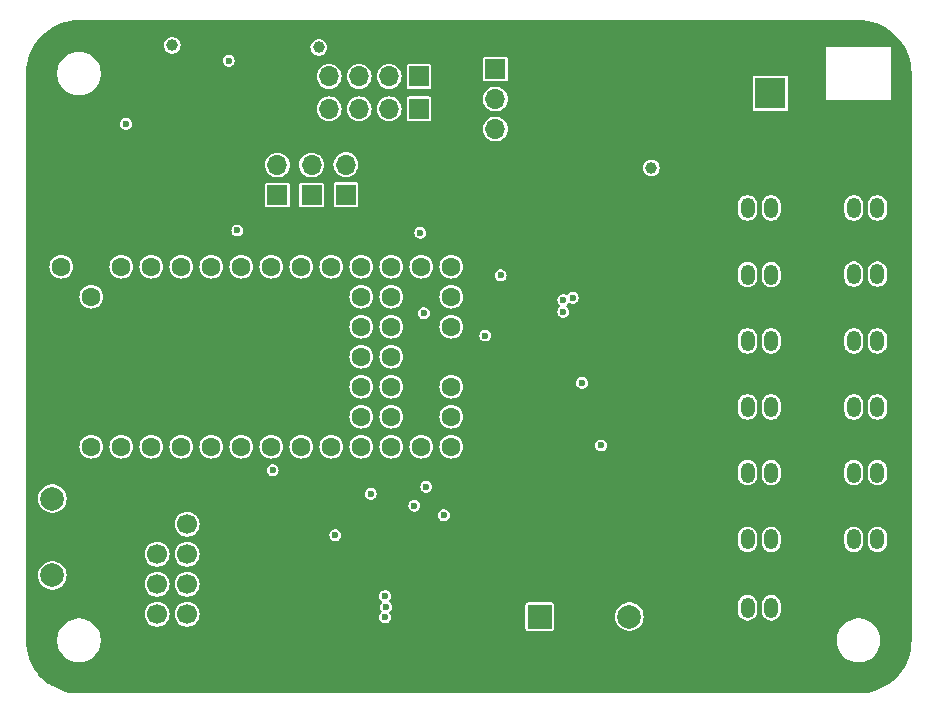
<source format=gbr>
%TF.GenerationSoftware,KiCad,Pcbnew,8.0.7*%
%TF.CreationDate,2025-01-15T19:07:21+07:00*%
%TF.ProjectId,Teensy4.0,5465656e-7379-4342-9e30-2e6b69636164,rev?*%
%TF.SameCoordinates,Original*%
%TF.FileFunction,Copper,L3,Inr*%
%TF.FilePolarity,Positive*%
%FSLAX46Y46*%
G04 Gerber Fmt 4.6, Leading zero omitted, Abs format (unit mm)*
G04 Created by KiCad (PCBNEW 8.0.7) date 2025-01-15 19:07:21*
%MOMM*%
%LPD*%
G01*
G04 APERTURE LIST*
G04 Aperture macros list*
%AMRoundRect*
0 Rectangle with rounded corners*
0 $1 Rounding radius*
0 $2 $3 $4 $5 $6 $7 $8 $9 X,Y pos of 4 corners*
0 Add a 4 corners polygon primitive as box body*
4,1,4,$2,$3,$4,$5,$6,$7,$8,$9,$2,$3,0*
0 Add four circle primitives for the rounded corners*
1,1,$1+$1,$2,$3*
1,1,$1+$1,$4,$5*
1,1,$1+$1,$6,$7*
1,1,$1+$1,$8,$9*
0 Add four rect primitives between the rounded corners*
20,1,$1+$1,$2,$3,$4,$5,0*
20,1,$1+$1,$4,$5,$6,$7,0*
20,1,$1+$1,$6,$7,$8,$9,0*
20,1,$1+$1,$8,$9,$2,$3,0*%
G04 Aperture macros list end*
%TA.AperFunction,ComponentPad*%
%ADD10C,0.508000*%
%TD*%
%TA.AperFunction,ComponentPad*%
%ADD11RoundRect,0.250000X-0.350000X-0.625000X0.350000X-0.625000X0.350000X0.625000X-0.350000X0.625000X0*%
%TD*%
%TA.AperFunction,ComponentPad*%
%ADD12O,1.200000X1.750000*%
%TD*%
%TA.AperFunction,ComponentPad*%
%ADD13R,2.000000X2.000000*%
%TD*%
%TA.AperFunction,ComponentPad*%
%ADD14C,2.000000*%
%TD*%
%TA.AperFunction,ComponentPad*%
%ADD15R,1.700000X1.700000*%
%TD*%
%TA.AperFunction,ComponentPad*%
%ADD16O,1.700000X1.700000*%
%TD*%
%TA.AperFunction,ComponentPad*%
%ADD17C,1.700000*%
%TD*%
%TA.AperFunction,ComponentPad*%
%ADD18R,2.600000X2.600000*%
%TD*%
%TA.AperFunction,ComponentPad*%
%ADD19C,2.600000*%
%TD*%
%TA.AperFunction,ComponentPad*%
%ADD20C,1.600000*%
%TD*%
%TA.AperFunction,ViaPad*%
%ADD21C,1.000000*%
%TD*%
%TA.AperFunction,ViaPad*%
%ADD22C,0.600000*%
%TD*%
G04 APERTURE END LIST*
D10*
%TO.N,N/C*%
%TO.C,U4*%
X120130081Y-75743701D03*
X120130081Y-74956301D03*
X120917481Y-75743701D03*
X120917481Y-74956301D03*
%TD*%
D11*
%TO.N,GND*%
%TO.C,servo1*%
X172600000Y-102250000D03*
D12*
%TO.N,VCC*%
X174600000Y-102250000D03*
%TO.N,Net-(IC2-A2)*%
X176600000Y-102250000D03*
%TD*%
D13*
%TO.N,+5V*%
%TO.C,BZ1*%
X148000000Y-120000000D03*
D14*
%TO.N,Net-(BZ1--)*%
X155600000Y-120000000D03*
%TD*%
D15*
%TO.N,Net-(J1-Pin_1)*%
%TO.C,J1*%
X137790000Y-74250000D03*
D16*
%TO.N,Net-(J1-Pin_2)*%
X135250000Y-74250000D03*
%TO.N,Net-(J1-Pin_3)*%
X132710000Y-74250000D03*
%TO.N,Net-(J1-Pin_4)*%
X130170000Y-74250000D03*
%TD*%
D11*
%TO.N,GND*%
%TO.C,servo13*%
X172600000Y-96650000D03*
D12*
%TO.N,VCC*%
X174600000Y-96650000D03*
%TO.N,Net-(IC2-A2)*%
X176600000Y-96650000D03*
%TD*%
D15*
%TO.N,GND*%
%TO.C,U2*%
X115610500Y-112175000D03*
D17*
%TO.N,+3V3*%
X118150500Y-112175000D03*
%TO.N,/NRF_CE*%
X115610500Y-114715000D03*
%TO.N,/NRF_CSN*%
X118150500Y-114715000D03*
%TO.N,/NRF_SCK*%
X115610500Y-117255000D03*
%TO.N,/NRF_MOSI*%
X118150500Y-117255000D03*
%TO.N,/NRF_MISO*%
X115610500Y-119795000D03*
%TO.N,unconnected-(U2-IRQ-Pad8)*%
X118150500Y-119795000D03*
%TD*%
D11*
%TO.N,GND*%
%TO.C,servo11*%
X172600000Y-85400000D03*
D12*
%TO.N,VCC*%
X174600000Y-85400000D03*
%TO.N,Net-(IC2-A2)*%
X176600000Y-85400000D03*
%TD*%
D11*
%TO.N,GND*%
%TO.C,servo5*%
X163600000Y-107800000D03*
D12*
%TO.N,VCC*%
X165600000Y-107800000D03*
%TO.N,Net-(IC2-A2)*%
X167600000Y-107800000D03*
%TD*%
D11*
%TO.N,GND*%
%TO.C,servo4*%
X163600000Y-119250000D03*
D12*
%TO.N,VCC*%
X165600000Y-119250000D03*
%TO.N,Net-(IC2-A2)*%
X167600000Y-119250000D03*
%TD*%
D15*
%TO.N,+5V*%
%TO.C,5V*%
X144250000Y-73630000D03*
D16*
X144250000Y-76170000D03*
X144250000Y-78710000D03*
%TD*%
D11*
%TO.N,GND*%
%TO.C,servo2*%
X163600000Y-113450000D03*
D12*
%TO.N,VCC*%
X165600000Y-113450000D03*
%TO.N,Net-(IC2-A2)*%
X167600000Y-113450000D03*
%TD*%
D15*
%TO.N,/serial_rx4*%
%TO.C,S4*%
X125800000Y-84300000D03*
D16*
%TO.N,/serial_tx4*%
X125800000Y-81760000D03*
%TD*%
D18*
%TO.N,VCC*%
%TO.C,Main-Power1*%
X167545000Y-75695000D03*
D19*
%TO.N,GND*%
X162465000Y-75695000D03*
%TD*%
D11*
%TO.N,GND*%
%TO.C,servo10*%
X163600000Y-102250000D03*
D12*
%TO.N,VCC*%
X165600000Y-102250000D03*
%TO.N,Net-(IC2-A2)*%
X167600000Y-102250000D03*
%TD*%
D15*
%TO.N,/serial_rx2*%
%TO.C,S2*%
X131600000Y-84275000D03*
D16*
%TO.N,/serial_tx2*%
X131600000Y-81735000D03*
%TD*%
D20*
%TO.N,GND*%
%TO.C,U1*%
X107490000Y-105620000D03*
%TO.N,/servo_rx*%
X110030000Y-105620000D03*
%TO.N,/servo_tx*%
X112570000Y-105620000D03*
%TO.N,/servo_dir*%
X115110000Y-105620000D03*
%TO.N,/button*%
X117650000Y-105620000D03*
%TO.N,/buzzer*%
X120190000Y-105620000D03*
%TO.N,unconnected-(U1-5_IN2-Pad7)*%
X122730000Y-105620000D03*
%TO.N,unconnected-(U1-6_OUT1D-Pad8)*%
X125270000Y-105620000D03*
%TO.N,/serial_rx2*%
X127810000Y-105620000D03*
%TO.N,/serial_tx2*%
X130350000Y-105620000D03*
%TO.N,/NRF_CE*%
X132890000Y-105620000D03*
%TO.N,/NRF_CSN*%
X135430000Y-105620000D03*
%TO.N,/NRF_MOSI*%
X137970000Y-105620000D03*
%TO.N,/NRF_MISO*%
X140510000Y-105620000D03*
%TO.N,unconnected-(U1-VBAT-Pad15)*%
X140510000Y-103080000D03*
%TO.N,unconnected-(U1-3V3-Pad16)*%
X140510000Y-100540000D03*
%TO.N,GND*%
X140510000Y-98000000D03*
%TO.N,unconnected-(U1-PROGRAM-Pad18)*%
X140510000Y-95460000D03*
%TO.N,unconnected-(U1-ON_OFF-Pad19)*%
X140510000Y-92920000D03*
%TO.N,/NRF_SCK*%
X140510000Y-90380000D03*
%TO.N,/serial_tx3*%
X137970000Y-90380000D03*
%TO.N,/serial_rx3*%
X135430000Y-90380000D03*
%TO.N,/serial_rx4*%
X132890000Y-90380000D03*
%TO.N,/serial_tx4*%
X130350000Y-90380000D03*
%TO.N,/SDA*%
X127810000Y-90380000D03*
%TO.N,/SCL*%
X125270000Y-90380000D03*
%TO.N,/ICM_INT*%
X122730000Y-90380000D03*
%TO.N,unconnected-(U1-21_A7_RX5_BCLK1-Pad28)*%
X120190000Y-90380000D03*
%TO.N,unconnected-(U1-22_A8_CTX1-Pad29)*%
X117650000Y-90380000D03*
%TO.N,unconnected-(U1-23_A9_CRX1_MCLK1-Pad30)*%
X115110000Y-90380000D03*
%TO.N,+3V3*%
X112570000Y-90380000D03*
%TO.N,GND*%
X110030000Y-90380000D03*
%TO.N,+5V*%
X107490000Y-90380000D03*
%TO.N,unconnected-(U1-VUSB-Pad34)*%
X110030000Y-92920000D03*
%TO.N,Net-(J1-Pin_1)*%
X135430000Y-92920000D03*
%TO.N,Net-(J1-Pin_2)*%
X132890000Y-92920000D03*
%TO.N,Net-(J1-Pin_3)*%
X135430000Y-95460000D03*
%TO.N,Net-(J1-Pin_4)*%
X132890000Y-95460000D03*
%TO.N,Net-(J2-Pin_1)*%
X135430000Y-98000000D03*
%TO.N,Net-(J2-Pin_2)*%
X132890000Y-98000000D03*
%TO.N,Net-(J2-Pin_3)*%
X135430000Y-100540000D03*
%TO.N,Net-(J2-Pin_4)*%
X132890000Y-100540000D03*
%TO.N,unconnected-(U1-32_OUT1B-Pad43)*%
X135430000Y-103080000D03*
%TO.N,unconnected-(U1-33_MCLK2-Pad44)*%
X132890000Y-103080000D03*
%TD*%
D11*
%TO.N,GND*%
%TO.C,servo3*%
X163600000Y-96650000D03*
D12*
%TO.N,VCC*%
X165600000Y-96650000D03*
%TO.N,Net-(IC2-A2)*%
X167600000Y-96650000D03*
%TD*%
D11*
%TO.N,GND*%
%TO.C,servo9*%
X172600000Y-91000000D03*
D12*
%TO.N,VCC*%
X174600000Y-91000000D03*
%TO.N,Net-(IC2-A2)*%
X176600000Y-91000000D03*
%TD*%
D14*
%TO.N,/button*%
%TO.C,button1*%
X106750000Y-116500000D03*
X106750000Y-110000000D03*
%TO.N,GND*%
X111250000Y-116500000D03*
X111250000Y-110000000D03*
%TD*%
D15*
%TO.N,Net-(J2-Pin_1)*%
%TO.C,J2*%
X137790000Y-77000000D03*
D16*
%TO.N,Net-(J2-Pin_2)*%
X135250000Y-77000000D03*
%TO.N,Net-(J2-Pin_3)*%
X132710000Y-77000000D03*
%TO.N,Net-(J2-Pin_4)*%
X130170000Y-77000000D03*
%TD*%
D15*
%TO.N,/serial_rx3*%
%TO.C,S3*%
X128700000Y-84300000D03*
D16*
%TO.N,/serial_tx3*%
X128700000Y-81760000D03*
%TD*%
D11*
%TO.N,GND*%
%TO.C,servo12*%
X163600000Y-91050000D03*
D12*
%TO.N,VCC*%
X165600000Y-91050000D03*
%TO.N,Net-(IC2-A2)*%
X167600000Y-91050000D03*
%TD*%
D11*
%TO.N,GND*%
%TO.C,servo8*%
X172600000Y-113450000D03*
D12*
%TO.N,VCC*%
X174600000Y-113450000D03*
%TO.N,Net-(IC2-A2)*%
X176600000Y-113450000D03*
%TD*%
D11*
%TO.N,GND*%
%TO.C,servo6*%
X163600000Y-85400000D03*
D12*
%TO.N,VCC*%
X165600000Y-85400000D03*
%TO.N,Net-(IC2-A2)*%
X167600000Y-85400000D03*
%TD*%
D11*
%TO.N,GND*%
%TO.C,servo7*%
X172600000Y-107800000D03*
D12*
%TO.N,VCC*%
X174600000Y-107800000D03*
%TO.N,Net-(IC2-A2)*%
X176600000Y-107800000D03*
%TD*%
D15*
%TO.N,GND*%
%TO.C,GND*%
X141500000Y-73670000D03*
D16*
X141500000Y-76210000D03*
X141500000Y-78750000D03*
%TD*%
D21*
%TO.N,+5V*%
X157461715Y-82005718D03*
X129300000Y-71800000D03*
D22*
X139900000Y-111400000D03*
X121673718Y-72925002D03*
D21*
X116900000Y-71625002D03*
D22*
X112973718Y-78273718D03*
D21*
%TO.N,GND*%
X171750000Y-70500000D03*
D22*
X148800000Y-94200000D03*
D21*
X112500000Y-74500000D03*
X138587499Y-119031000D03*
D22*
X154900000Y-112100000D03*
D21*
X151178000Y-97422000D03*
X121800000Y-103100000D03*
X111750000Y-70250000D03*
X109000000Y-113300000D03*
X158800000Y-91400000D03*
X128300000Y-120700000D03*
X167300000Y-125100000D03*
X106500000Y-78000000D03*
X115500000Y-85000000D03*
X175100000Y-80800000D03*
D22*
X134400000Y-113000000D03*
X135600500Y-120762000D03*
D21*
X115500000Y-93900000D03*
X128900000Y-102300000D03*
X111250000Y-125500000D03*
X159900000Y-105300000D03*
X178250000Y-77750000D03*
D22*
X120373718Y-80725002D03*
X138600000Y-117200000D03*
X142800000Y-115200000D03*
X122073718Y-80725002D03*
D21*
X105250000Y-119000000D03*
X155900000Y-70800000D03*
X147500000Y-111500000D03*
X147900000Y-73500000D03*
X107700000Y-95100000D03*
X124300000Y-76100000D03*
X178500000Y-118000000D03*
X116500000Y-124300000D03*
X118200000Y-78700000D03*
X122600000Y-71300000D03*
X159000000Y-116200000D03*
D22*
%TO.N,+3V3*%
X138400000Y-109000000D03*
X137400000Y-110600000D03*
%TO.N,+1V8*%
X143400000Y-96200000D03*
X144700000Y-91100000D03*
%TO.N,Net-(J2-Pin_1)*%
X137900000Y-87500000D03*
X138200000Y-94300000D03*
%TO.N,/SDA*%
X150000000Y-94200000D03*
%TO.N,/SCL*%
X150000000Y-93200000D03*
%TO.N,/buzzer*%
X133700000Y-109600000D03*
X125400000Y-107600000D03*
%TO.N,/serial_rx2*%
X122400000Y-87300000D03*
%TO.N,/servo_tx*%
X134981250Y-119181250D03*
%TO.N,/NRF_SCK*%
X130700000Y-113100000D03*
%TO.N,/servo_dir*%
X134912500Y-118250000D03*
%TO.N,/servo_rx*%
X134912500Y-120050000D03*
%TO.N,/ICM_INT*%
X150800000Y-93000000D03*
%TO.N,/INT_1V8*%
X153200000Y-105500000D03*
X151600000Y-100200000D03*
%TD*%
%TA.AperFunction,Conductor*%
%TO.N,GND*%
G36*
X175002702Y-69500617D02*
G01*
X175386771Y-69517386D01*
X175397506Y-69518326D01*
X175775971Y-69568152D01*
X175786597Y-69570025D01*
X176159284Y-69652648D01*
X176169710Y-69655442D01*
X176533765Y-69770227D01*
X176543911Y-69773920D01*
X176896578Y-69920000D01*
X176906369Y-69924566D01*
X177244942Y-70100816D01*
X177254310Y-70106224D01*
X177576244Y-70311318D01*
X177585105Y-70317523D01*
X177887930Y-70549889D01*
X177896217Y-70556843D01*
X178177635Y-70814715D01*
X178185284Y-70822364D01*
X178443156Y-71103782D01*
X178450110Y-71112069D01*
X178682476Y-71414894D01*
X178688681Y-71423755D01*
X178893775Y-71745689D01*
X178899183Y-71755057D01*
X179075430Y-72093623D01*
X179080002Y-72103427D01*
X179226075Y-72456078D01*
X179229775Y-72466244D01*
X179344554Y-72830278D01*
X179347354Y-72840727D01*
X179429971Y-73213389D01*
X179431849Y-73224042D01*
X179481671Y-73602473D01*
X179482614Y-73613249D01*
X179499382Y-73997297D01*
X179499500Y-74002706D01*
X179499500Y-121997293D01*
X179499382Y-122002702D01*
X179482614Y-122386750D01*
X179481671Y-122397526D01*
X179431849Y-122775957D01*
X179429971Y-122786610D01*
X179347354Y-123159272D01*
X179344554Y-123169721D01*
X179229775Y-123533755D01*
X179226075Y-123543921D01*
X179080002Y-123896572D01*
X179075430Y-123906376D01*
X178899183Y-124244942D01*
X178893775Y-124254310D01*
X178688681Y-124576244D01*
X178682476Y-124585105D01*
X178450110Y-124887930D01*
X178443156Y-124896217D01*
X178185284Y-125177635D01*
X178177635Y-125185284D01*
X177896217Y-125443156D01*
X177887930Y-125450110D01*
X177585105Y-125682476D01*
X177576244Y-125688681D01*
X177254310Y-125893775D01*
X177244942Y-125899183D01*
X176906376Y-126075430D01*
X176896572Y-126080002D01*
X176543921Y-126226075D01*
X176533755Y-126229775D01*
X176169721Y-126344554D01*
X176159272Y-126347354D01*
X175786610Y-126429971D01*
X175775957Y-126431849D01*
X175397526Y-126481671D01*
X175386750Y-126482614D01*
X175002703Y-126499382D01*
X174997294Y-126499500D01*
X109002706Y-126499500D01*
X108997297Y-126499382D01*
X108613249Y-126482614D01*
X108602473Y-126481671D01*
X108224042Y-126431849D01*
X108213389Y-126429971D01*
X107840727Y-126347354D01*
X107830278Y-126344554D01*
X107466244Y-126229775D01*
X107456078Y-126226075D01*
X107103427Y-126080002D01*
X107093623Y-126075430D01*
X106755057Y-125899183D01*
X106745689Y-125893775D01*
X106423755Y-125688681D01*
X106414894Y-125682476D01*
X106112069Y-125450110D01*
X106103782Y-125443156D01*
X105822364Y-125185284D01*
X105814715Y-125177635D01*
X105556843Y-124896217D01*
X105549889Y-124887930D01*
X105317523Y-124585105D01*
X105311318Y-124576244D01*
X105106224Y-124254310D01*
X105100816Y-124244942D01*
X104924569Y-123906376D01*
X104919997Y-123896572D01*
X104773920Y-123543911D01*
X104770224Y-123533755D01*
X104655442Y-123169710D01*
X104652648Y-123159284D01*
X104570025Y-122786597D01*
X104568152Y-122775971D01*
X104518326Y-122397506D01*
X104517386Y-122386771D01*
X104500618Y-122002702D01*
X104500500Y-121997293D01*
X104500500Y-121878711D01*
X107149500Y-121878711D01*
X107149500Y-122121288D01*
X107181161Y-122361785D01*
X107243947Y-122596104D01*
X107336773Y-122820205D01*
X107336776Y-122820212D01*
X107458064Y-123030289D01*
X107458066Y-123030292D01*
X107458067Y-123030293D01*
X107605733Y-123222736D01*
X107605739Y-123222743D01*
X107777256Y-123394260D01*
X107777262Y-123394265D01*
X107969711Y-123541936D01*
X108179788Y-123663224D01*
X108403900Y-123756054D01*
X108638211Y-123818838D01*
X108818586Y-123842584D01*
X108878711Y-123850500D01*
X108878712Y-123850500D01*
X109121289Y-123850500D01*
X109169388Y-123844167D01*
X109361789Y-123818838D01*
X109596100Y-123756054D01*
X109820212Y-123663224D01*
X110030289Y-123541936D01*
X110222738Y-123394265D01*
X110394265Y-123222738D01*
X110541936Y-123030289D01*
X110663224Y-122820212D01*
X110756054Y-122596100D01*
X110818838Y-122361789D01*
X110850500Y-122121288D01*
X110850500Y-121878712D01*
X110850500Y-121878711D01*
X173149500Y-121878711D01*
X173149500Y-122121288D01*
X173181161Y-122361785D01*
X173243947Y-122596104D01*
X173336773Y-122820205D01*
X173336776Y-122820212D01*
X173458064Y-123030289D01*
X173458066Y-123030292D01*
X173458067Y-123030293D01*
X173605733Y-123222736D01*
X173605739Y-123222743D01*
X173777256Y-123394260D01*
X173777262Y-123394265D01*
X173969711Y-123541936D01*
X174179788Y-123663224D01*
X174403900Y-123756054D01*
X174638211Y-123818838D01*
X174818586Y-123842584D01*
X174878711Y-123850500D01*
X174878712Y-123850500D01*
X175121289Y-123850500D01*
X175169388Y-123844167D01*
X175361789Y-123818838D01*
X175596100Y-123756054D01*
X175820212Y-123663224D01*
X176030289Y-123541936D01*
X176222738Y-123394265D01*
X176394265Y-123222738D01*
X176541936Y-123030289D01*
X176663224Y-122820212D01*
X176756054Y-122596100D01*
X176818838Y-122361789D01*
X176850500Y-122121288D01*
X176850500Y-121878712D01*
X176818838Y-121638211D01*
X176756054Y-121403900D01*
X176663224Y-121179788D01*
X176541936Y-120969711D01*
X176450525Y-120850582D01*
X176394266Y-120777263D01*
X176394260Y-120777256D01*
X176222743Y-120605739D01*
X176222736Y-120605733D01*
X176030293Y-120458067D01*
X176030292Y-120458066D01*
X176030289Y-120458064D01*
X175820212Y-120336776D01*
X175820205Y-120336773D01*
X175596104Y-120243947D01*
X175478944Y-120212554D01*
X175361789Y-120181162D01*
X175361788Y-120181161D01*
X175361785Y-120181161D01*
X175121289Y-120149500D01*
X175121288Y-120149500D01*
X174878712Y-120149500D01*
X174878711Y-120149500D01*
X174638214Y-120181161D01*
X174403895Y-120243947D01*
X174179794Y-120336773D01*
X174179785Y-120336777D01*
X173969706Y-120458067D01*
X173777263Y-120605733D01*
X173777256Y-120605739D01*
X173605739Y-120777256D01*
X173605733Y-120777263D01*
X173458067Y-120969706D01*
X173336777Y-121179785D01*
X173336773Y-121179794D01*
X173243947Y-121403895D01*
X173181161Y-121638214D01*
X173149500Y-121878711D01*
X110850500Y-121878711D01*
X110818838Y-121638211D01*
X110756054Y-121403900D01*
X110663224Y-121179788D01*
X110541936Y-120969711D01*
X110450525Y-120850582D01*
X110394266Y-120777263D01*
X110394260Y-120777256D01*
X110222743Y-120605739D01*
X110222736Y-120605733D01*
X110030293Y-120458067D01*
X110030292Y-120458066D01*
X110030289Y-120458064D01*
X109820212Y-120336776D01*
X109820205Y-120336773D01*
X109596104Y-120243947D01*
X109478944Y-120212554D01*
X109361789Y-120181162D01*
X109361788Y-120181161D01*
X109361785Y-120181161D01*
X109121289Y-120149500D01*
X109121288Y-120149500D01*
X108878712Y-120149500D01*
X108878711Y-120149500D01*
X108638214Y-120181161D01*
X108403895Y-120243947D01*
X108179794Y-120336773D01*
X108179785Y-120336777D01*
X107969706Y-120458067D01*
X107777263Y-120605733D01*
X107777256Y-120605739D01*
X107605739Y-120777256D01*
X107605733Y-120777263D01*
X107458067Y-120969706D01*
X107336777Y-121179785D01*
X107336773Y-121179794D01*
X107243947Y-121403895D01*
X107181161Y-121638214D01*
X107149500Y-121878711D01*
X104500500Y-121878711D01*
X104500500Y-119795000D01*
X114554917Y-119795000D01*
X114575199Y-120000932D01*
X114575200Y-120000934D01*
X114635268Y-120198954D01*
X114732815Y-120381450D01*
X114732817Y-120381452D01*
X114864089Y-120541410D01*
X114960709Y-120620702D01*
X115024050Y-120672685D01*
X115206546Y-120770232D01*
X115404566Y-120830300D01*
X115404565Y-120830300D01*
X115423029Y-120832118D01*
X115610500Y-120850583D01*
X115816434Y-120830300D01*
X116014454Y-120770232D01*
X116196950Y-120672685D01*
X116356910Y-120541410D01*
X116488185Y-120381450D01*
X116585732Y-120198954D01*
X116645800Y-120000934D01*
X116666083Y-119795000D01*
X117094917Y-119795000D01*
X117115199Y-120000932D01*
X117115200Y-120000934D01*
X117175268Y-120198954D01*
X117272815Y-120381450D01*
X117272817Y-120381452D01*
X117404089Y-120541410D01*
X117500709Y-120620702D01*
X117564050Y-120672685D01*
X117746546Y-120770232D01*
X117944566Y-120830300D01*
X117944565Y-120830300D01*
X117963029Y-120832118D01*
X118150500Y-120850583D01*
X118356434Y-120830300D01*
X118554454Y-120770232D01*
X118736950Y-120672685D01*
X118896910Y-120541410D01*
X119028185Y-120381450D01*
X119125732Y-120198954D01*
X119185800Y-120000934D01*
X119206083Y-119795000D01*
X119185800Y-119589066D01*
X119125732Y-119391046D01*
X119028185Y-119208550D01*
X118976202Y-119145209D01*
X118896910Y-119048589D01*
X118736952Y-118917317D01*
X118736953Y-118917317D01*
X118736950Y-118917315D01*
X118554454Y-118819768D01*
X118356434Y-118759700D01*
X118356432Y-118759699D01*
X118356434Y-118759699D01*
X118150500Y-118739417D01*
X117944567Y-118759699D01*
X117746543Y-118819769D01*
X117679794Y-118855448D01*
X117564050Y-118917315D01*
X117564048Y-118917316D01*
X117564047Y-118917317D01*
X117404089Y-119048589D01*
X117272817Y-119208547D01*
X117175269Y-119391043D01*
X117115199Y-119589067D01*
X117094917Y-119795000D01*
X116666083Y-119795000D01*
X116645800Y-119589066D01*
X116585732Y-119391046D01*
X116488185Y-119208550D01*
X116436202Y-119145209D01*
X116356910Y-119048589D01*
X116196952Y-118917317D01*
X116196953Y-118917317D01*
X116196950Y-118917315D01*
X116014454Y-118819768D01*
X115816434Y-118759700D01*
X115816432Y-118759699D01*
X115816434Y-118759699D01*
X115610500Y-118739417D01*
X115404567Y-118759699D01*
X115206543Y-118819769D01*
X115139794Y-118855448D01*
X115024050Y-118917315D01*
X115024048Y-118917316D01*
X115024047Y-118917317D01*
X114864089Y-119048589D01*
X114732817Y-119208547D01*
X114635269Y-119391043D01*
X114575199Y-119589067D01*
X114554917Y-119795000D01*
X104500500Y-119795000D01*
X104500500Y-116499999D01*
X105544357Y-116499999D01*
X105544357Y-116500000D01*
X105564884Y-116721535D01*
X105564885Y-116721537D01*
X105625769Y-116935523D01*
X105625775Y-116935538D01*
X105724938Y-117134683D01*
X105724943Y-117134691D01*
X105859020Y-117312238D01*
X106011088Y-117450866D01*
X106022130Y-117460932D01*
X106023437Y-117462123D01*
X106023439Y-117462125D01*
X106212595Y-117579245D01*
X106212596Y-117579245D01*
X106212599Y-117579247D01*
X106420060Y-117659618D01*
X106638757Y-117700500D01*
X106638759Y-117700500D01*
X106861241Y-117700500D01*
X106861243Y-117700500D01*
X107079940Y-117659618D01*
X107287401Y-117579247D01*
X107476562Y-117462124D01*
X107640981Y-117312236D01*
X107684204Y-117255000D01*
X114554917Y-117255000D01*
X114575199Y-117460932D01*
X114575561Y-117462124D01*
X114635268Y-117658954D01*
X114732815Y-117841450D01*
X114732817Y-117841452D01*
X114864089Y-118001410D01*
X114960709Y-118080702D01*
X115024050Y-118132685D01*
X115206546Y-118230232D01*
X115404566Y-118290300D01*
X115404565Y-118290300D01*
X115423029Y-118292118D01*
X115610500Y-118310583D01*
X115816434Y-118290300D01*
X116014454Y-118230232D01*
X116196950Y-118132685D01*
X116356910Y-118001410D01*
X116488185Y-117841450D01*
X116585732Y-117658954D01*
X116645800Y-117460934D01*
X116666083Y-117255000D01*
X117094917Y-117255000D01*
X117115199Y-117460932D01*
X117115561Y-117462124D01*
X117175268Y-117658954D01*
X117272815Y-117841450D01*
X117272817Y-117841452D01*
X117404089Y-118001410D01*
X117500709Y-118080702D01*
X117564050Y-118132685D01*
X117746546Y-118230232D01*
X117944566Y-118290300D01*
X117944565Y-118290300D01*
X117963029Y-118292118D01*
X118150500Y-118310583D01*
X118356434Y-118290300D01*
X118489287Y-118250000D01*
X134406853Y-118250000D01*
X134427334Y-118392456D01*
X134487122Y-118523371D01*
X134487123Y-118523373D01*
X134581372Y-118632143D01*
X134598069Y-118642874D01*
X134643825Y-118695676D01*
X134653770Y-118764835D01*
X134624747Y-118828391D01*
X134624746Y-118828392D01*
X134555873Y-118907877D01*
X134555872Y-118907878D01*
X134496084Y-119038793D01*
X134475603Y-119181250D01*
X134496084Y-119323706D01*
X134555872Y-119454621D01*
X134555875Y-119454627D01*
X134591136Y-119495320D01*
X134620161Y-119558876D01*
X134610217Y-119628034D01*
X134586116Y-119660233D01*
X134587179Y-119661154D01*
X134487125Y-119776622D01*
X134487122Y-119776628D01*
X134427334Y-119907543D01*
X134406853Y-120050000D01*
X134427334Y-120192456D01*
X134450850Y-120243947D01*
X134487123Y-120323373D01*
X134581372Y-120432143D01*
X134702447Y-120509953D01*
X134702450Y-120509954D01*
X134702449Y-120509954D01*
X134840536Y-120550499D01*
X134840538Y-120550500D01*
X134840539Y-120550500D01*
X134984462Y-120550500D01*
X134984462Y-120550499D01*
X135122553Y-120509953D01*
X135243628Y-120432143D01*
X135337877Y-120323373D01*
X135397665Y-120192457D01*
X135418147Y-120050000D01*
X135397665Y-119907543D01*
X135337877Y-119776627D01*
X135337875Y-119776625D01*
X135337874Y-119776622D01*
X135302612Y-119735927D01*
X135273588Y-119672371D01*
X135283532Y-119603213D01*
X135307635Y-119571018D01*
X135306570Y-119570095D01*
X135312376Y-119563394D01*
X135312378Y-119563393D01*
X135406627Y-119454623D01*
X135466415Y-119323707D01*
X135486897Y-119181250D01*
X135466415Y-119038793D01*
X135439678Y-118980247D01*
X146799500Y-118980247D01*
X146799500Y-121019752D01*
X146811131Y-121078229D01*
X146811132Y-121078230D01*
X146855447Y-121144552D01*
X146921769Y-121188867D01*
X146921770Y-121188868D01*
X146980247Y-121200499D01*
X146980250Y-121200500D01*
X146980252Y-121200500D01*
X149019750Y-121200500D01*
X149019751Y-121200499D01*
X149034568Y-121197552D01*
X149078229Y-121188868D01*
X149078229Y-121188867D01*
X149078231Y-121188867D01*
X149144552Y-121144552D01*
X149188867Y-121078231D01*
X149188867Y-121078229D01*
X149188868Y-121078229D01*
X149200499Y-121019752D01*
X149200500Y-121019750D01*
X149200500Y-119999999D01*
X154394357Y-119999999D01*
X154394357Y-120000000D01*
X154414884Y-120221535D01*
X154414885Y-120221537D01*
X154475769Y-120435523D01*
X154475775Y-120435538D01*
X154574938Y-120634683D01*
X154574943Y-120634691D01*
X154709020Y-120812238D01*
X154873437Y-120962123D01*
X154873439Y-120962125D01*
X155062595Y-121079245D01*
X155062596Y-121079245D01*
X155062599Y-121079247D01*
X155270060Y-121159618D01*
X155488757Y-121200500D01*
X155488759Y-121200500D01*
X155711241Y-121200500D01*
X155711243Y-121200500D01*
X155929940Y-121159618D01*
X156137401Y-121079247D01*
X156326562Y-120962124D01*
X156490981Y-120812236D01*
X156625058Y-120634689D01*
X156724229Y-120435528D01*
X156785115Y-120221536D01*
X156805643Y-120000000D01*
X156785115Y-119778464D01*
X156724229Y-119564472D01*
X156721443Y-119558876D01*
X156625061Y-119365316D01*
X156625056Y-119365308D01*
X156490979Y-119187761D01*
X156326562Y-119037876D01*
X156326560Y-119037874D01*
X156137404Y-118920754D01*
X156137398Y-118920752D01*
X156073901Y-118896153D01*
X164799500Y-118896153D01*
X164799500Y-119603846D01*
X164830261Y-119758489D01*
X164830264Y-119758501D01*
X164890602Y-119904172D01*
X164890609Y-119904185D01*
X164978210Y-120035288D01*
X164978213Y-120035292D01*
X165089707Y-120146786D01*
X165089711Y-120146789D01*
X165220814Y-120234390D01*
X165220827Y-120234397D01*
X165366498Y-120294735D01*
X165366503Y-120294737D01*
X165510455Y-120323371D01*
X165521153Y-120325499D01*
X165521156Y-120325500D01*
X165521158Y-120325500D01*
X165678844Y-120325500D01*
X165678845Y-120325499D01*
X165833497Y-120294737D01*
X165979179Y-120234394D01*
X166110289Y-120146789D01*
X166221789Y-120035289D01*
X166309394Y-119904179D01*
X166369737Y-119758497D01*
X166400500Y-119603842D01*
X166400500Y-118896158D01*
X166400500Y-118896155D01*
X166400499Y-118896153D01*
X166799500Y-118896153D01*
X166799500Y-119603846D01*
X166830261Y-119758489D01*
X166830264Y-119758501D01*
X166890602Y-119904172D01*
X166890609Y-119904185D01*
X166978210Y-120035288D01*
X166978213Y-120035292D01*
X167089707Y-120146786D01*
X167089711Y-120146789D01*
X167220814Y-120234390D01*
X167220827Y-120234397D01*
X167366498Y-120294735D01*
X167366503Y-120294737D01*
X167510455Y-120323371D01*
X167521153Y-120325499D01*
X167521156Y-120325500D01*
X167521158Y-120325500D01*
X167678844Y-120325500D01*
X167678845Y-120325499D01*
X167833497Y-120294737D01*
X167979179Y-120234394D01*
X168110289Y-120146789D01*
X168221789Y-120035289D01*
X168309394Y-119904179D01*
X168369737Y-119758497D01*
X168400500Y-119603842D01*
X168400500Y-118896158D01*
X168400500Y-118896155D01*
X168400499Y-118896153D01*
X168381195Y-118799105D01*
X168369737Y-118741503D01*
X168363881Y-118727366D01*
X168309397Y-118595827D01*
X168309390Y-118595814D01*
X168221789Y-118464711D01*
X168221786Y-118464707D01*
X168110292Y-118353213D01*
X168110288Y-118353210D01*
X167979185Y-118265609D01*
X167979172Y-118265602D01*
X167833501Y-118205264D01*
X167833489Y-118205261D01*
X167678845Y-118174500D01*
X167678842Y-118174500D01*
X167521158Y-118174500D01*
X167521155Y-118174500D01*
X167366510Y-118205261D01*
X167366498Y-118205264D01*
X167220827Y-118265602D01*
X167220814Y-118265609D01*
X167089711Y-118353210D01*
X167089707Y-118353213D01*
X166978213Y-118464707D01*
X166978210Y-118464711D01*
X166890609Y-118595814D01*
X166890602Y-118595827D01*
X166830264Y-118741498D01*
X166830261Y-118741510D01*
X166799500Y-118896153D01*
X166400499Y-118896153D01*
X166381195Y-118799105D01*
X166369737Y-118741503D01*
X166363881Y-118727366D01*
X166309397Y-118595827D01*
X166309390Y-118595814D01*
X166221789Y-118464711D01*
X166221786Y-118464707D01*
X166110292Y-118353213D01*
X166110288Y-118353210D01*
X165979185Y-118265609D01*
X165979172Y-118265602D01*
X165833501Y-118205264D01*
X165833489Y-118205261D01*
X165678845Y-118174500D01*
X165678842Y-118174500D01*
X165521158Y-118174500D01*
X165521155Y-118174500D01*
X165366510Y-118205261D01*
X165366498Y-118205264D01*
X165220827Y-118265602D01*
X165220814Y-118265609D01*
X165089711Y-118353210D01*
X165089707Y-118353213D01*
X164978213Y-118464707D01*
X164978210Y-118464711D01*
X164890609Y-118595814D01*
X164890602Y-118595827D01*
X164830264Y-118741498D01*
X164830261Y-118741510D01*
X164799500Y-118896153D01*
X156073901Y-118896153D01*
X155929940Y-118840382D01*
X155711243Y-118799500D01*
X155488757Y-118799500D01*
X155270060Y-118840382D01*
X155138864Y-118891207D01*
X155062601Y-118920752D01*
X155062595Y-118920754D01*
X154873439Y-119037874D01*
X154873437Y-119037876D01*
X154709020Y-119187761D01*
X154574943Y-119365308D01*
X154574938Y-119365316D01*
X154475775Y-119564461D01*
X154475769Y-119564476D01*
X154414885Y-119778462D01*
X154414884Y-119778464D01*
X154394357Y-119999999D01*
X149200500Y-119999999D01*
X149200500Y-118980249D01*
X149200499Y-118980247D01*
X149188868Y-118921770D01*
X149188867Y-118921769D01*
X149144552Y-118855447D01*
X149078230Y-118811132D01*
X149078229Y-118811131D01*
X149019752Y-118799500D01*
X149019748Y-118799500D01*
X146980252Y-118799500D01*
X146980247Y-118799500D01*
X146921770Y-118811131D01*
X146921769Y-118811132D01*
X146855447Y-118855447D01*
X146811132Y-118921769D01*
X146811131Y-118921770D01*
X146799500Y-118980247D01*
X135439678Y-118980247D01*
X135406627Y-118907877D01*
X135312378Y-118799107D01*
X135312375Y-118799105D01*
X135312375Y-118799104D01*
X135295679Y-118788375D01*
X135249923Y-118735572D01*
X135239979Y-118666413D01*
X135269001Y-118602860D01*
X135337877Y-118523373D01*
X135397665Y-118392457D01*
X135418147Y-118250000D01*
X135397665Y-118107543D01*
X135337877Y-117976627D01*
X135243628Y-117867857D01*
X135122553Y-117790047D01*
X135122551Y-117790046D01*
X135122549Y-117790045D01*
X135122550Y-117790045D01*
X134984463Y-117749500D01*
X134984461Y-117749500D01*
X134840539Y-117749500D01*
X134840536Y-117749500D01*
X134702449Y-117790045D01*
X134581373Y-117867856D01*
X134487123Y-117976626D01*
X134487122Y-117976628D01*
X134427334Y-118107543D01*
X134406853Y-118250000D01*
X118489287Y-118250000D01*
X118554454Y-118230232D01*
X118736950Y-118132685D01*
X118896910Y-118001410D01*
X119028185Y-117841450D01*
X119125732Y-117658954D01*
X119185800Y-117460934D01*
X119206083Y-117255000D01*
X119185800Y-117049066D01*
X119125732Y-116851046D01*
X119028185Y-116668550D01*
X118976202Y-116605209D01*
X118896910Y-116508589D01*
X118736952Y-116377317D01*
X118736953Y-116377317D01*
X118736950Y-116377315D01*
X118554454Y-116279768D01*
X118356434Y-116219700D01*
X118356432Y-116219699D01*
X118356434Y-116219699D01*
X118150500Y-116199417D01*
X117944567Y-116219699D01*
X117769192Y-116272898D01*
X117750852Y-116278462D01*
X117746543Y-116279769D01*
X117636398Y-116338643D01*
X117564050Y-116377315D01*
X117564048Y-116377316D01*
X117564047Y-116377317D01*
X117404089Y-116508589D01*
X117272817Y-116668547D01*
X117175269Y-116851043D01*
X117115199Y-117049067D01*
X117094917Y-117255000D01*
X116666083Y-117255000D01*
X116645800Y-117049066D01*
X116585732Y-116851046D01*
X116488185Y-116668550D01*
X116436202Y-116605209D01*
X116356910Y-116508589D01*
X116196952Y-116377317D01*
X116196953Y-116377317D01*
X116196950Y-116377315D01*
X116014454Y-116279768D01*
X115816434Y-116219700D01*
X115816432Y-116219699D01*
X115816434Y-116219699D01*
X115610500Y-116199417D01*
X115404567Y-116219699D01*
X115229192Y-116272898D01*
X115210852Y-116278462D01*
X115206543Y-116279769D01*
X115096398Y-116338643D01*
X115024050Y-116377315D01*
X115024048Y-116377316D01*
X115024047Y-116377317D01*
X114864089Y-116508589D01*
X114732817Y-116668547D01*
X114635269Y-116851043D01*
X114575199Y-117049067D01*
X114554917Y-117255000D01*
X107684204Y-117255000D01*
X107775058Y-117134689D01*
X107874229Y-116935528D01*
X107935115Y-116721536D01*
X107955643Y-116500000D01*
X107935115Y-116278464D01*
X107874229Y-116064472D01*
X107874224Y-116064461D01*
X107775061Y-115865316D01*
X107775056Y-115865308D01*
X107640979Y-115687761D01*
X107476562Y-115537876D01*
X107476560Y-115537874D01*
X107287404Y-115420754D01*
X107287398Y-115420752D01*
X107079940Y-115340382D01*
X106861243Y-115299500D01*
X106638757Y-115299500D01*
X106420060Y-115340382D01*
X106288864Y-115391207D01*
X106212601Y-115420752D01*
X106212595Y-115420754D01*
X106023439Y-115537874D01*
X106023437Y-115537876D01*
X105859020Y-115687761D01*
X105724943Y-115865308D01*
X105724938Y-115865316D01*
X105625775Y-116064461D01*
X105625769Y-116064476D01*
X105564885Y-116278462D01*
X105564884Y-116278464D01*
X105544357Y-116499999D01*
X104500500Y-116499999D01*
X104500500Y-114715000D01*
X114554917Y-114715000D01*
X114575199Y-114920932D01*
X114575200Y-114920934D01*
X114635268Y-115118954D01*
X114732815Y-115301450D01*
X114767469Y-115343677D01*
X114864089Y-115461410D01*
X114957262Y-115537874D01*
X115024050Y-115592685D01*
X115206546Y-115690232D01*
X115404566Y-115750300D01*
X115404565Y-115750300D01*
X115423029Y-115752118D01*
X115610500Y-115770583D01*
X115816434Y-115750300D01*
X116014454Y-115690232D01*
X116196950Y-115592685D01*
X116356910Y-115461410D01*
X116488185Y-115301450D01*
X116585732Y-115118954D01*
X116645800Y-114920934D01*
X116666083Y-114715000D01*
X117094917Y-114715000D01*
X117115199Y-114920932D01*
X117115200Y-114920934D01*
X117175268Y-115118954D01*
X117272815Y-115301450D01*
X117307469Y-115343677D01*
X117404089Y-115461410D01*
X117497262Y-115537874D01*
X117564050Y-115592685D01*
X117746546Y-115690232D01*
X117944566Y-115750300D01*
X117944565Y-115750300D01*
X117963029Y-115752118D01*
X118150500Y-115770583D01*
X118356434Y-115750300D01*
X118554454Y-115690232D01*
X118736950Y-115592685D01*
X118896910Y-115461410D01*
X119028185Y-115301450D01*
X119125732Y-115118954D01*
X119185800Y-114920934D01*
X119206083Y-114715000D01*
X119185800Y-114509066D01*
X119125732Y-114311046D01*
X119028185Y-114128550D01*
X118976202Y-114065209D01*
X118896910Y-113968589D01*
X118736952Y-113837317D01*
X118736953Y-113837317D01*
X118736950Y-113837315D01*
X118554454Y-113739768D01*
X118356434Y-113679700D01*
X118356432Y-113679699D01*
X118356434Y-113679699D01*
X118150500Y-113659417D01*
X117944567Y-113679699D01*
X117746543Y-113739769D01*
X117636398Y-113798643D01*
X117564050Y-113837315D01*
X117564048Y-113837316D01*
X117564047Y-113837317D01*
X117404089Y-113968589D01*
X117272817Y-114128547D01*
X117175269Y-114311043D01*
X117115199Y-114509067D01*
X117094917Y-114715000D01*
X116666083Y-114715000D01*
X116645800Y-114509066D01*
X116585732Y-114311046D01*
X116488185Y-114128550D01*
X116436202Y-114065209D01*
X116356910Y-113968589D01*
X116196952Y-113837317D01*
X116196953Y-113837317D01*
X116196950Y-113837315D01*
X116014454Y-113739768D01*
X115816434Y-113679700D01*
X115816432Y-113679699D01*
X115816434Y-113679699D01*
X115610500Y-113659417D01*
X115404567Y-113679699D01*
X115206543Y-113739769D01*
X115096398Y-113798643D01*
X115024050Y-113837315D01*
X115024048Y-113837316D01*
X115024047Y-113837317D01*
X114864089Y-113968589D01*
X114732817Y-114128547D01*
X114635269Y-114311043D01*
X114575199Y-114509067D01*
X114554917Y-114715000D01*
X104500500Y-114715000D01*
X104500500Y-112175000D01*
X117094917Y-112175000D01*
X117115199Y-112380932D01*
X117115200Y-112380934D01*
X117175268Y-112578954D01*
X117272815Y-112761450D01*
X117272817Y-112761452D01*
X117404089Y-112921410D01*
X117448118Y-112957543D01*
X117564050Y-113052685D01*
X117746546Y-113150232D01*
X117944566Y-113210300D01*
X117944565Y-113210300D01*
X117963029Y-113212118D01*
X118150500Y-113230583D01*
X118356434Y-113210300D01*
X118554454Y-113150232D01*
X118648431Y-113100000D01*
X130194353Y-113100000D01*
X130214834Y-113242456D01*
X130274622Y-113373371D01*
X130274623Y-113373373D01*
X130368872Y-113482143D01*
X130489947Y-113559953D01*
X130489950Y-113559954D01*
X130489949Y-113559954D01*
X130628036Y-113600499D01*
X130628038Y-113600500D01*
X130628039Y-113600500D01*
X130771962Y-113600500D01*
X130771962Y-113600499D01*
X130910053Y-113559953D01*
X131031128Y-113482143D01*
X131125377Y-113373373D01*
X131185165Y-113242457D01*
X131205647Y-113100000D01*
X131205094Y-113096153D01*
X164799500Y-113096153D01*
X164799500Y-113803846D01*
X164830261Y-113958489D01*
X164830264Y-113958501D01*
X164890602Y-114104172D01*
X164890609Y-114104185D01*
X164978210Y-114235288D01*
X164978213Y-114235292D01*
X165089707Y-114346786D01*
X165089711Y-114346789D01*
X165220814Y-114434390D01*
X165220827Y-114434397D01*
X165366498Y-114494735D01*
X165366503Y-114494737D01*
X165521153Y-114525499D01*
X165521156Y-114525500D01*
X165521158Y-114525500D01*
X165678844Y-114525500D01*
X165678845Y-114525499D01*
X165833497Y-114494737D01*
X165979179Y-114434394D01*
X166110289Y-114346789D01*
X166221789Y-114235289D01*
X166309394Y-114104179D01*
X166369737Y-113958497D01*
X166400500Y-113803842D01*
X166400500Y-113096158D01*
X166400500Y-113096155D01*
X166400499Y-113096153D01*
X166799500Y-113096153D01*
X166799500Y-113803846D01*
X166830261Y-113958489D01*
X166830264Y-113958501D01*
X166890602Y-114104172D01*
X166890609Y-114104185D01*
X166978210Y-114235288D01*
X166978213Y-114235292D01*
X167089707Y-114346786D01*
X167089711Y-114346789D01*
X167220814Y-114434390D01*
X167220827Y-114434397D01*
X167366498Y-114494735D01*
X167366503Y-114494737D01*
X167521153Y-114525499D01*
X167521156Y-114525500D01*
X167521158Y-114525500D01*
X167678844Y-114525500D01*
X167678845Y-114525499D01*
X167833497Y-114494737D01*
X167979179Y-114434394D01*
X168110289Y-114346789D01*
X168221789Y-114235289D01*
X168309394Y-114104179D01*
X168369737Y-113958497D01*
X168400500Y-113803842D01*
X168400500Y-113096158D01*
X168400500Y-113096155D01*
X168400499Y-113096153D01*
X173799500Y-113096153D01*
X173799500Y-113803846D01*
X173830261Y-113958489D01*
X173830264Y-113958501D01*
X173890602Y-114104172D01*
X173890609Y-114104185D01*
X173978210Y-114235288D01*
X173978213Y-114235292D01*
X174089707Y-114346786D01*
X174089711Y-114346789D01*
X174220814Y-114434390D01*
X174220827Y-114434397D01*
X174366498Y-114494735D01*
X174366503Y-114494737D01*
X174521153Y-114525499D01*
X174521156Y-114525500D01*
X174521158Y-114525500D01*
X174678844Y-114525500D01*
X174678845Y-114525499D01*
X174833497Y-114494737D01*
X174979179Y-114434394D01*
X175110289Y-114346789D01*
X175221789Y-114235289D01*
X175309394Y-114104179D01*
X175369737Y-113958497D01*
X175400500Y-113803842D01*
X175400500Y-113096158D01*
X175400500Y-113096155D01*
X175400499Y-113096153D01*
X175799500Y-113096153D01*
X175799500Y-113803846D01*
X175830261Y-113958489D01*
X175830264Y-113958501D01*
X175890602Y-114104172D01*
X175890609Y-114104185D01*
X175978210Y-114235288D01*
X175978213Y-114235292D01*
X176089707Y-114346786D01*
X176089711Y-114346789D01*
X176220814Y-114434390D01*
X176220827Y-114434397D01*
X176366498Y-114494735D01*
X176366503Y-114494737D01*
X176521153Y-114525499D01*
X176521156Y-114525500D01*
X176521158Y-114525500D01*
X176678844Y-114525500D01*
X176678845Y-114525499D01*
X176833497Y-114494737D01*
X176979179Y-114434394D01*
X177110289Y-114346789D01*
X177221789Y-114235289D01*
X177309394Y-114104179D01*
X177369737Y-113958497D01*
X177400500Y-113803842D01*
X177400500Y-113096158D01*
X177400500Y-113096155D01*
X177400499Y-113096153D01*
X177391852Y-113052682D01*
X177369737Y-112941503D01*
X177322155Y-112826628D01*
X177309397Y-112795827D01*
X177309390Y-112795814D01*
X177221789Y-112664711D01*
X177221786Y-112664707D01*
X177110292Y-112553213D01*
X177110288Y-112553210D01*
X176979185Y-112465609D01*
X176979172Y-112465602D01*
X176833501Y-112405264D01*
X176833489Y-112405261D01*
X176678845Y-112374500D01*
X176678842Y-112374500D01*
X176521158Y-112374500D01*
X176521155Y-112374500D01*
X176366510Y-112405261D01*
X176366498Y-112405264D01*
X176220827Y-112465602D01*
X176220814Y-112465609D01*
X176089711Y-112553210D01*
X176089707Y-112553213D01*
X175978213Y-112664707D01*
X175978210Y-112664711D01*
X175890609Y-112795814D01*
X175890602Y-112795827D01*
X175830264Y-112941498D01*
X175830261Y-112941510D01*
X175799500Y-113096153D01*
X175400499Y-113096153D01*
X175391852Y-113052682D01*
X175369737Y-112941503D01*
X175322155Y-112826628D01*
X175309397Y-112795827D01*
X175309390Y-112795814D01*
X175221789Y-112664711D01*
X175221786Y-112664707D01*
X175110292Y-112553213D01*
X175110288Y-112553210D01*
X174979185Y-112465609D01*
X174979172Y-112465602D01*
X174833501Y-112405264D01*
X174833489Y-112405261D01*
X174678845Y-112374500D01*
X174678842Y-112374500D01*
X174521158Y-112374500D01*
X174521155Y-112374500D01*
X174366510Y-112405261D01*
X174366498Y-112405264D01*
X174220827Y-112465602D01*
X174220814Y-112465609D01*
X174089711Y-112553210D01*
X174089707Y-112553213D01*
X173978213Y-112664707D01*
X173978210Y-112664711D01*
X173890609Y-112795814D01*
X173890602Y-112795827D01*
X173830264Y-112941498D01*
X173830261Y-112941510D01*
X173799500Y-113096153D01*
X168400499Y-113096153D01*
X168391852Y-113052682D01*
X168369737Y-112941503D01*
X168322155Y-112826628D01*
X168309397Y-112795827D01*
X168309390Y-112795814D01*
X168221789Y-112664711D01*
X168221786Y-112664707D01*
X168110292Y-112553213D01*
X168110288Y-112553210D01*
X167979185Y-112465609D01*
X167979172Y-112465602D01*
X167833501Y-112405264D01*
X167833489Y-112405261D01*
X167678845Y-112374500D01*
X167678842Y-112374500D01*
X167521158Y-112374500D01*
X167521155Y-112374500D01*
X167366510Y-112405261D01*
X167366498Y-112405264D01*
X167220827Y-112465602D01*
X167220814Y-112465609D01*
X167089711Y-112553210D01*
X167089707Y-112553213D01*
X166978213Y-112664707D01*
X166978210Y-112664711D01*
X166890609Y-112795814D01*
X166890602Y-112795827D01*
X166830264Y-112941498D01*
X166830261Y-112941510D01*
X166799500Y-113096153D01*
X166400499Y-113096153D01*
X166391852Y-113052682D01*
X166369737Y-112941503D01*
X166322155Y-112826628D01*
X166309397Y-112795827D01*
X166309390Y-112795814D01*
X166221789Y-112664711D01*
X166221786Y-112664707D01*
X166110292Y-112553213D01*
X166110288Y-112553210D01*
X165979185Y-112465609D01*
X165979172Y-112465602D01*
X165833501Y-112405264D01*
X165833489Y-112405261D01*
X165678845Y-112374500D01*
X165678842Y-112374500D01*
X165521158Y-112374500D01*
X165521155Y-112374500D01*
X165366510Y-112405261D01*
X165366498Y-112405264D01*
X165220827Y-112465602D01*
X165220814Y-112465609D01*
X165089711Y-112553210D01*
X165089707Y-112553213D01*
X164978213Y-112664707D01*
X164978210Y-112664711D01*
X164890609Y-112795814D01*
X164890602Y-112795827D01*
X164830264Y-112941498D01*
X164830261Y-112941510D01*
X164799500Y-113096153D01*
X131205094Y-113096153D01*
X131185165Y-112957543D01*
X131125377Y-112826627D01*
X131031128Y-112717857D01*
X130910053Y-112640047D01*
X130910051Y-112640046D01*
X130910049Y-112640045D01*
X130910050Y-112640045D01*
X130771963Y-112599500D01*
X130771961Y-112599500D01*
X130628039Y-112599500D01*
X130628036Y-112599500D01*
X130489949Y-112640045D01*
X130368873Y-112717856D01*
X130274623Y-112826626D01*
X130274622Y-112826628D01*
X130214834Y-112957543D01*
X130194353Y-113100000D01*
X118648431Y-113100000D01*
X118736950Y-113052685D01*
X118896910Y-112921410D01*
X119028185Y-112761450D01*
X119125732Y-112578954D01*
X119185800Y-112380934D01*
X119206083Y-112175000D01*
X119185800Y-111969066D01*
X119125732Y-111771046D01*
X119028185Y-111588550D01*
X118976202Y-111525209D01*
X118896910Y-111428589D01*
X118862074Y-111400000D01*
X139394353Y-111400000D01*
X139414834Y-111542456D01*
X139435885Y-111588550D01*
X139474623Y-111673373D01*
X139568872Y-111782143D01*
X139689947Y-111859953D01*
X139689950Y-111859954D01*
X139689949Y-111859954D01*
X139828036Y-111900499D01*
X139828038Y-111900500D01*
X139828039Y-111900500D01*
X139971962Y-111900500D01*
X139971962Y-111900499D01*
X140110053Y-111859953D01*
X140231128Y-111782143D01*
X140325377Y-111673373D01*
X140385165Y-111542457D01*
X140405647Y-111400000D01*
X140385165Y-111257543D01*
X140325377Y-111126627D01*
X140231128Y-111017857D01*
X140110053Y-110940047D01*
X140110051Y-110940046D01*
X140110049Y-110940045D01*
X140110050Y-110940045D01*
X139971963Y-110899500D01*
X139971961Y-110899500D01*
X139828039Y-110899500D01*
X139828036Y-110899500D01*
X139689949Y-110940045D01*
X139568873Y-111017856D01*
X139474623Y-111126626D01*
X139474622Y-111126628D01*
X139414834Y-111257543D01*
X139394353Y-111400000D01*
X118862074Y-111400000D01*
X118736952Y-111297317D01*
X118736953Y-111297317D01*
X118736950Y-111297315D01*
X118567054Y-111206502D01*
X118554456Y-111199769D01*
X118554455Y-111199768D01*
X118554454Y-111199768D01*
X118356434Y-111139700D01*
X118356432Y-111139699D01*
X118356434Y-111139699D01*
X118150500Y-111119417D01*
X117944567Y-111139699D01*
X117746543Y-111199769D01*
X117638458Y-111257543D01*
X117564050Y-111297315D01*
X117564048Y-111297316D01*
X117564047Y-111297317D01*
X117404089Y-111428589D01*
X117272817Y-111588547D01*
X117175269Y-111771043D01*
X117115199Y-111969067D01*
X117094917Y-112175000D01*
X104500500Y-112175000D01*
X104500500Y-109999999D01*
X105544357Y-109999999D01*
X105544357Y-110000000D01*
X105564884Y-110221535D01*
X105564885Y-110221537D01*
X105625769Y-110435523D01*
X105625775Y-110435538D01*
X105724938Y-110634683D01*
X105724943Y-110634691D01*
X105859020Y-110812238D01*
X106023437Y-110962123D01*
X106023439Y-110962125D01*
X106212595Y-111079245D01*
X106212596Y-111079245D01*
X106212599Y-111079247D01*
X106420060Y-111159618D01*
X106638757Y-111200500D01*
X106638759Y-111200500D01*
X106861241Y-111200500D01*
X106861243Y-111200500D01*
X107079940Y-111159618D01*
X107287401Y-111079247D01*
X107476562Y-110962124D01*
X107640981Y-110812236D01*
X107775058Y-110634689D01*
X107792331Y-110600000D01*
X136894353Y-110600000D01*
X136914834Y-110742456D01*
X136946702Y-110812236D01*
X136974623Y-110873373D01*
X137068872Y-110982143D01*
X137189947Y-111059953D01*
X137189950Y-111059954D01*
X137189949Y-111059954D01*
X137328036Y-111100499D01*
X137328038Y-111100500D01*
X137328039Y-111100500D01*
X137471962Y-111100500D01*
X137471962Y-111100499D01*
X137610053Y-111059953D01*
X137731128Y-110982143D01*
X137825377Y-110873373D01*
X137885165Y-110742457D01*
X137905647Y-110600000D01*
X137885165Y-110457543D01*
X137825377Y-110326627D01*
X137731128Y-110217857D01*
X137610053Y-110140047D01*
X137610051Y-110140046D01*
X137610049Y-110140045D01*
X137610050Y-110140045D01*
X137471963Y-110099500D01*
X137471961Y-110099500D01*
X137328039Y-110099500D01*
X137328036Y-110099500D01*
X137189949Y-110140045D01*
X137068873Y-110217856D01*
X136974623Y-110326626D01*
X136974622Y-110326628D01*
X136914834Y-110457543D01*
X136894353Y-110600000D01*
X107792331Y-110600000D01*
X107874229Y-110435528D01*
X107935115Y-110221536D01*
X107955643Y-110000000D01*
X107943909Y-109873373D01*
X107935115Y-109778464D01*
X107935114Y-109778462D01*
X107924869Y-109742456D01*
X107884337Y-109600000D01*
X133194353Y-109600000D01*
X133214834Y-109742456D01*
X133231278Y-109778462D01*
X133274623Y-109873373D01*
X133368872Y-109982143D01*
X133489947Y-110059953D01*
X133489950Y-110059954D01*
X133489949Y-110059954D01*
X133597107Y-110091417D01*
X133624633Y-110099500D01*
X133628036Y-110100499D01*
X133628038Y-110100500D01*
X133628039Y-110100500D01*
X133771962Y-110100500D01*
X133771962Y-110100499D01*
X133910053Y-110059953D01*
X134031128Y-109982143D01*
X134125377Y-109873373D01*
X134185165Y-109742457D01*
X134205647Y-109600000D01*
X134185165Y-109457543D01*
X134125377Y-109326627D01*
X134031128Y-109217857D01*
X133910053Y-109140047D01*
X133910051Y-109140046D01*
X133910049Y-109140045D01*
X133910050Y-109140045D01*
X133771963Y-109099500D01*
X133771961Y-109099500D01*
X133628039Y-109099500D01*
X133628036Y-109099500D01*
X133489949Y-109140045D01*
X133368873Y-109217856D01*
X133274623Y-109326626D01*
X133274622Y-109326628D01*
X133214834Y-109457543D01*
X133194353Y-109600000D01*
X107884337Y-109600000D01*
X107874229Y-109564472D01*
X107842375Y-109500500D01*
X107775061Y-109365316D01*
X107775056Y-109365308D01*
X107640979Y-109187761D01*
X107476562Y-109037876D01*
X107476560Y-109037874D01*
X107415391Y-109000000D01*
X137894353Y-109000000D01*
X137914834Y-109142456D01*
X137935526Y-109187764D01*
X137974623Y-109273373D01*
X138068872Y-109382143D01*
X138189947Y-109459953D01*
X138189950Y-109459954D01*
X138189949Y-109459954D01*
X138328036Y-109500499D01*
X138328038Y-109500500D01*
X138328039Y-109500500D01*
X138471962Y-109500500D01*
X138471962Y-109500499D01*
X138610053Y-109459953D01*
X138731128Y-109382143D01*
X138825377Y-109273373D01*
X138885165Y-109142457D01*
X138905647Y-109000000D01*
X138885165Y-108857543D01*
X138825377Y-108726627D01*
X138731128Y-108617857D01*
X138610053Y-108540047D01*
X138610051Y-108540046D01*
X138610049Y-108540045D01*
X138610050Y-108540045D01*
X138471963Y-108499500D01*
X138471961Y-108499500D01*
X138328039Y-108499500D01*
X138328036Y-108499500D01*
X138189949Y-108540045D01*
X138068873Y-108617856D01*
X137974623Y-108726626D01*
X137974622Y-108726628D01*
X137914834Y-108857543D01*
X137894353Y-109000000D01*
X107415391Y-109000000D01*
X107287404Y-108920754D01*
X107287398Y-108920752D01*
X107079940Y-108840382D01*
X106861243Y-108799500D01*
X106638757Y-108799500D01*
X106420060Y-108840382D01*
X106288864Y-108891207D01*
X106212601Y-108920752D01*
X106212595Y-108920754D01*
X106023439Y-109037874D01*
X106023437Y-109037876D01*
X105859020Y-109187761D01*
X105724943Y-109365308D01*
X105724938Y-109365316D01*
X105625775Y-109564461D01*
X105625769Y-109564476D01*
X105564885Y-109778462D01*
X105564884Y-109778464D01*
X105544357Y-109999999D01*
X104500500Y-109999999D01*
X104500500Y-107600000D01*
X124894353Y-107600000D01*
X124914834Y-107742456D01*
X124974622Y-107873371D01*
X124974623Y-107873373D01*
X125068872Y-107982143D01*
X125189947Y-108059953D01*
X125189950Y-108059954D01*
X125189949Y-108059954D01*
X125328036Y-108100499D01*
X125328038Y-108100500D01*
X125328039Y-108100500D01*
X125471962Y-108100500D01*
X125471962Y-108100499D01*
X125610053Y-108059953D01*
X125731128Y-107982143D01*
X125825377Y-107873373D01*
X125885165Y-107742457D01*
X125905647Y-107600000D01*
X125885165Y-107457543D01*
X125879963Y-107446153D01*
X164799500Y-107446153D01*
X164799500Y-108153846D01*
X164830261Y-108308489D01*
X164830264Y-108308501D01*
X164890602Y-108454172D01*
X164890609Y-108454185D01*
X164978210Y-108585288D01*
X164978213Y-108585292D01*
X165089707Y-108696786D01*
X165089711Y-108696789D01*
X165220814Y-108784390D01*
X165220827Y-108784397D01*
X165355989Y-108840382D01*
X165366503Y-108844737D01*
X165521153Y-108875499D01*
X165521156Y-108875500D01*
X165521158Y-108875500D01*
X165678844Y-108875500D01*
X165678845Y-108875499D01*
X165833497Y-108844737D01*
X165979179Y-108784394D01*
X166110289Y-108696789D01*
X166221789Y-108585289D01*
X166309394Y-108454179D01*
X166369737Y-108308497D01*
X166400500Y-108153842D01*
X166400500Y-107446158D01*
X166400500Y-107446155D01*
X166400499Y-107446153D01*
X166799500Y-107446153D01*
X166799500Y-108153846D01*
X166830261Y-108308489D01*
X166830264Y-108308501D01*
X166890602Y-108454172D01*
X166890609Y-108454185D01*
X166978210Y-108585288D01*
X166978213Y-108585292D01*
X167089707Y-108696786D01*
X167089711Y-108696789D01*
X167220814Y-108784390D01*
X167220827Y-108784397D01*
X167355989Y-108840382D01*
X167366503Y-108844737D01*
X167521153Y-108875499D01*
X167521156Y-108875500D01*
X167521158Y-108875500D01*
X167678844Y-108875500D01*
X167678845Y-108875499D01*
X167833497Y-108844737D01*
X167979179Y-108784394D01*
X168110289Y-108696789D01*
X168221789Y-108585289D01*
X168309394Y-108454179D01*
X168369737Y-108308497D01*
X168400500Y-108153842D01*
X168400500Y-107446158D01*
X168400500Y-107446155D01*
X168400499Y-107446153D01*
X173799500Y-107446153D01*
X173799500Y-108153846D01*
X173830261Y-108308489D01*
X173830264Y-108308501D01*
X173890602Y-108454172D01*
X173890609Y-108454185D01*
X173978210Y-108585288D01*
X173978213Y-108585292D01*
X174089707Y-108696786D01*
X174089711Y-108696789D01*
X174220814Y-108784390D01*
X174220827Y-108784397D01*
X174355989Y-108840382D01*
X174366503Y-108844737D01*
X174521153Y-108875499D01*
X174521156Y-108875500D01*
X174521158Y-108875500D01*
X174678844Y-108875500D01*
X174678845Y-108875499D01*
X174833497Y-108844737D01*
X174979179Y-108784394D01*
X175110289Y-108696789D01*
X175221789Y-108585289D01*
X175309394Y-108454179D01*
X175369737Y-108308497D01*
X175400500Y-108153842D01*
X175400500Y-107446158D01*
X175400500Y-107446155D01*
X175400499Y-107446153D01*
X175799500Y-107446153D01*
X175799500Y-108153846D01*
X175830261Y-108308489D01*
X175830264Y-108308501D01*
X175890602Y-108454172D01*
X175890609Y-108454185D01*
X175978210Y-108585288D01*
X175978213Y-108585292D01*
X176089707Y-108696786D01*
X176089711Y-108696789D01*
X176220814Y-108784390D01*
X176220827Y-108784397D01*
X176355989Y-108840382D01*
X176366503Y-108844737D01*
X176521153Y-108875499D01*
X176521156Y-108875500D01*
X176521158Y-108875500D01*
X176678844Y-108875500D01*
X176678845Y-108875499D01*
X176833497Y-108844737D01*
X176979179Y-108784394D01*
X177110289Y-108696789D01*
X177221789Y-108585289D01*
X177309394Y-108454179D01*
X177369737Y-108308497D01*
X177400500Y-108153842D01*
X177400500Y-107446158D01*
X177400500Y-107446155D01*
X177400499Y-107446153D01*
X177376724Y-107326628D01*
X177369737Y-107291503D01*
X177339232Y-107217856D01*
X177309397Y-107145827D01*
X177309390Y-107145814D01*
X177221789Y-107014711D01*
X177221786Y-107014707D01*
X177110292Y-106903213D01*
X177110288Y-106903210D01*
X176979185Y-106815609D01*
X176979172Y-106815602D01*
X176833501Y-106755264D01*
X176833489Y-106755261D01*
X176678845Y-106724500D01*
X176678842Y-106724500D01*
X176521158Y-106724500D01*
X176521155Y-106724500D01*
X176366510Y-106755261D01*
X176366498Y-106755264D01*
X176220827Y-106815602D01*
X176220814Y-106815609D01*
X176089711Y-106903210D01*
X176089707Y-106903213D01*
X175978213Y-107014707D01*
X175978210Y-107014711D01*
X175890609Y-107145814D01*
X175890602Y-107145827D01*
X175830264Y-107291498D01*
X175830261Y-107291510D01*
X175799500Y-107446153D01*
X175400499Y-107446153D01*
X175376724Y-107326628D01*
X175369737Y-107291503D01*
X175339232Y-107217856D01*
X175309397Y-107145827D01*
X175309390Y-107145814D01*
X175221789Y-107014711D01*
X175221786Y-107014707D01*
X175110292Y-106903213D01*
X175110288Y-106903210D01*
X174979185Y-106815609D01*
X174979172Y-106815602D01*
X174833501Y-106755264D01*
X174833489Y-106755261D01*
X174678845Y-106724500D01*
X174678842Y-106724500D01*
X174521158Y-106724500D01*
X174521155Y-106724500D01*
X174366510Y-106755261D01*
X174366498Y-106755264D01*
X174220827Y-106815602D01*
X174220814Y-106815609D01*
X174089711Y-106903210D01*
X174089707Y-106903213D01*
X173978213Y-107014707D01*
X173978210Y-107014711D01*
X173890609Y-107145814D01*
X173890602Y-107145827D01*
X173830264Y-107291498D01*
X173830261Y-107291510D01*
X173799500Y-107446153D01*
X168400499Y-107446153D01*
X168376724Y-107326628D01*
X168369737Y-107291503D01*
X168339232Y-107217856D01*
X168309397Y-107145827D01*
X168309390Y-107145814D01*
X168221789Y-107014711D01*
X168221786Y-107014707D01*
X168110292Y-106903213D01*
X168110288Y-106903210D01*
X167979185Y-106815609D01*
X167979172Y-106815602D01*
X167833501Y-106755264D01*
X167833489Y-106755261D01*
X167678845Y-106724500D01*
X167678842Y-106724500D01*
X167521158Y-106724500D01*
X167521155Y-106724500D01*
X167366510Y-106755261D01*
X167366498Y-106755264D01*
X167220827Y-106815602D01*
X167220814Y-106815609D01*
X167089711Y-106903210D01*
X167089707Y-106903213D01*
X166978213Y-107014707D01*
X166978210Y-107014711D01*
X166890609Y-107145814D01*
X166890602Y-107145827D01*
X166830264Y-107291498D01*
X166830261Y-107291510D01*
X166799500Y-107446153D01*
X166400499Y-107446153D01*
X166376724Y-107326628D01*
X166369737Y-107291503D01*
X166339232Y-107217856D01*
X166309397Y-107145827D01*
X166309390Y-107145814D01*
X166221789Y-107014711D01*
X166221786Y-107014707D01*
X166110292Y-106903213D01*
X166110288Y-106903210D01*
X165979185Y-106815609D01*
X165979172Y-106815602D01*
X165833501Y-106755264D01*
X165833489Y-106755261D01*
X165678845Y-106724500D01*
X165678842Y-106724500D01*
X165521158Y-106724500D01*
X165521155Y-106724500D01*
X165366510Y-106755261D01*
X165366498Y-106755264D01*
X165220827Y-106815602D01*
X165220814Y-106815609D01*
X165089711Y-106903210D01*
X165089707Y-106903213D01*
X164978213Y-107014707D01*
X164978210Y-107014711D01*
X164890609Y-107145814D01*
X164890602Y-107145827D01*
X164830264Y-107291498D01*
X164830261Y-107291510D01*
X164799500Y-107446153D01*
X125879963Y-107446153D01*
X125825377Y-107326627D01*
X125731128Y-107217857D01*
X125610053Y-107140047D01*
X125610051Y-107140046D01*
X125610049Y-107140045D01*
X125610050Y-107140045D01*
X125471963Y-107099500D01*
X125471961Y-107099500D01*
X125328039Y-107099500D01*
X125328036Y-107099500D01*
X125189949Y-107140045D01*
X125068873Y-107217856D01*
X124974623Y-107326626D01*
X124974622Y-107326628D01*
X124914834Y-107457543D01*
X124894353Y-107600000D01*
X104500500Y-107600000D01*
X104500500Y-105620000D01*
X109024659Y-105620000D01*
X109043975Y-105816129D01*
X109043976Y-105816132D01*
X109099903Y-106000499D01*
X109101188Y-106004733D01*
X109194086Y-106178532D01*
X109194090Y-106178539D01*
X109319116Y-106330883D01*
X109471460Y-106455909D01*
X109471467Y-106455913D01*
X109645266Y-106548811D01*
X109645269Y-106548811D01*
X109645273Y-106548814D01*
X109833868Y-106606024D01*
X110030000Y-106625341D01*
X110226132Y-106606024D01*
X110414727Y-106548814D01*
X110588538Y-106455910D01*
X110740883Y-106330883D01*
X110865910Y-106178538D01*
X110958814Y-106004727D01*
X111016024Y-105816132D01*
X111035341Y-105620000D01*
X111564659Y-105620000D01*
X111583975Y-105816129D01*
X111583976Y-105816132D01*
X111639903Y-106000499D01*
X111641188Y-106004733D01*
X111734086Y-106178532D01*
X111734090Y-106178539D01*
X111859116Y-106330883D01*
X112011460Y-106455909D01*
X112011467Y-106455913D01*
X112185266Y-106548811D01*
X112185269Y-106548811D01*
X112185273Y-106548814D01*
X112373868Y-106606024D01*
X112570000Y-106625341D01*
X112766132Y-106606024D01*
X112954727Y-106548814D01*
X113128538Y-106455910D01*
X113280883Y-106330883D01*
X113405910Y-106178538D01*
X113498814Y-106004727D01*
X113556024Y-105816132D01*
X113575341Y-105620000D01*
X114104659Y-105620000D01*
X114123975Y-105816129D01*
X114123976Y-105816132D01*
X114179903Y-106000499D01*
X114181188Y-106004733D01*
X114274086Y-106178532D01*
X114274090Y-106178539D01*
X114399116Y-106330883D01*
X114551460Y-106455909D01*
X114551467Y-106455913D01*
X114725266Y-106548811D01*
X114725269Y-106548811D01*
X114725273Y-106548814D01*
X114913868Y-106606024D01*
X115110000Y-106625341D01*
X115306132Y-106606024D01*
X115494727Y-106548814D01*
X115668538Y-106455910D01*
X115820883Y-106330883D01*
X115945910Y-106178538D01*
X116038814Y-106004727D01*
X116096024Y-105816132D01*
X116115341Y-105620000D01*
X116644659Y-105620000D01*
X116663975Y-105816129D01*
X116663976Y-105816132D01*
X116719903Y-106000499D01*
X116721188Y-106004733D01*
X116814086Y-106178532D01*
X116814090Y-106178539D01*
X116939116Y-106330883D01*
X117091460Y-106455909D01*
X117091467Y-106455913D01*
X117265266Y-106548811D01*
X117265269Y-106548811D01*
X117265273Y-106548814D01*
X117453868Y-106606024D01*
X117650000Y-106625341D01*
X117846132Y-106606024D01*
X118034727Y-106548814D01*
X118208538Y-106455910D01*
X118360883Y-106330883D01*
X118485910Y-106178538D01*
X118578814Y-106004727D01*
X118636024Y-105816132D01*
X118655341Y-105620000D01*
X119184659Y-105620000D01*
X119203975Y-105816129D01*
X119203976Y-105816132D01*
X119259903Y-106000499D01*
X119261188Y-106004733D01*
X119354086Y-106178532D01*
X119354090Y-106178539D01*
X119479116Y-106330883D01*
X119631460Y-106455909D01*
X119631467Y-106455913D01*
X119805266Y-106548811D01*
X119805269Y-106548811D01*
X119805273Y-106548814D01*
X119993868Y-106606024D01*
X120190000Y-106625341D01*
X120386132Y-106606024D01*
X120574727Y-106548814D01*
X120748538Y-106455910D01*
X120900883Y-106330883D01*
X121025910Y-106178538D01*
X121118814Y-106004727D01*
X121176024Y-105816132D01*
X121195341Y-105620000D01*
X121724659Y-105620000D01*
X121743975Y-105816129D01*
X121743976Y-105816132D01*
X121799903Y-106000499D01*
X121801188Y-106004733D01*
X121894086Y-106178532D01*
X121894090Y-106178539D01*
X122019116Y-106330883D01*
X122171460Y-106455909D01*
X122171467Y-106455913D01*
X122345266Y-106548811D01*
X122345269Y-106548811D01*
X122345273Y-106548814D01*
X122533868Y-106606024D01*
X122730000Y-106625341D01*
X122926132Y-106606024D01*
X123114727Y-106548814D01*
X123288538Y-106455910D01*
X123440883Y-106330883D01*
X123565910Y-106178538D01*
X123658814Y-106004727D01*
X123716024Y-105816132D01*
X123735341Y-105620000D01*
X124264659Y-105620000D01*
X124283975Y-105816129D01*
X124283976Y-105816132D01*
X124339903Y-106000499D01*
X124341188Y-106004733D01*
X124434086Y-106178532D01*
X124434090Y-106178539D01*
X124559116Y-106330883D01*
X124711460Y-106455909D01*
X124711467Y-106455913D01*
X124885266Y-106548811D01*
X124885269Y-106548811D01*
X124885273Y-106548814D01*
X125073868Y-106606024D01*
X125270000Y-106625341D01*
X125466132Y-106606024D01*
X125654727Y-106548814D01*
X125828538Y-106455910D01*
X125980883Y-106330883D01*
X126105910Y-106178538D01*
X126198814Y-106004727D01*
X126256024Y-105816132D01*
X126275341Y-105620000D01*
X126804659Y-105620000D01*
X126823975Y-105816129D01*
X126823976Y-105816132D01*
X126879903Y-106000499D01*
X126881188Y-106004733D01*
X126974086Y-106178532D01*
X126974090Y-106178539D01*
X127099116Y-106330883D01*
X127251460Y-106455909D01*
X127251467Y-106455913D01*
X127425266Y-106548811D01*
X127425269Y-106548811D01*
X127425273Y-106548814D01*
X127613868Y-106606024D01*
X127810000Y-106625341D01*
X128006132Y-106606024D01*
X128194727Y-106548814D01*
X128368538Y-106455910D01*
X128520883Y-106330883D01*
X128645910Y-106178538D01*
X128738814Y-106004727D01*
X128796024Y-105816132D01*
X128815341Y-105620000D01*
X129344659Y-105620000D01*
X129363975Y-105816129D01*
X129363976Y-105816132D01*
X129419903Y-106000499D01*
X129421188Y-106004733D01*
X129514086Y-106178532D01*
X129514090Y-106178539D01*
X129639116Y-106330883D01*
X129791460Y-106455909D01*
X129791467Y-106455913D01*
X129965266Y-106548811D01*
X129965269Y-106548811D01*
X129965273Y-106548814D01*
X130153868Y-106606024D01*
X130350000Y-106625341D01*
X130546132Y-106606024D01*
X130734727Y-106548814D01*
X130908538Y-106455910D01*
X131060883Y-106330883D01*
X131185910Y-106178538D01*
X131278814Y-106004727D01*
X131336024Y-105816132D01*
X131355341Y-105620000D01*
X131884659Y-105620000D01*
X131903975Y-105816129D01*
X131903976Y-105816132D01*
X131959903Y-106000499D01*
X131961188Y-106004733D01*
X132054086Y-106178532D01*
X132054090Y-106178539D01*
X132179116Y-106330883D01*
X132331460Y-106455909D01*
X132331467Y-106455913D01*
X132505266Y-106548811D01*
X132505269Y-106548811D01*
X132505273Y-106548814D01*
X132693868Y-106606024D01*
X132890000Y-106625341D01*
X133086132Y-106606024D01*
X133274727Y-106548814D01*
X133448538Y-106455910D01*
X133600883Y-106330883D01*
X133725910Y-106178538D01*
X133818814Y-106004727D01*
X133876024Y-105816132D01*
X133895341Y-105620000D01*
X134424659Y-105620000D01*
X134443975Y-105816129D01*
X134443976Y-105816132D01*
X134499903Y-106000499D01*
X134501188Y-106004733D01*
X134594086Y-106178532D01*
X134594090Y-106178539D01*
X134719116Y-106330883D01*
X134871460Y-106455909D01*
X134871467Y-106455913D01*
X135045266Y-106548811D01*
X135045269Y-106548811D01*
X135045273Y-106548814D01*
X135233868Y-106606024D01*
X135430000Y-106625341D01*
X135626132Y-106606024D01*
X135814727Y-106548814D01*
X135988538Y-106455910D01*
X136140883Y-106330883D01*
X136265910Y-106178538D01*
X136358814Y-106004727D01*
X136416024Y-105816132D01*
X136435341Y-105620000D01*
X136964659Y-105620000D01*
X136983975Y-105816129D01*
X136983976Y-105816132D01*
X137039903Y-106000499D01*
X137041188Y-106004733D01*
X137134086Y-106178532D01*
X137134090Y-106178539D01*
X137259116Y-106330883D01*
X137411460Y-106455909D01*
X137411467Y-106455913D01*
X137585266Y-106548811D01*
X137585269Y-106548811D01*
X137585273Y-106548814D01*
X137773868Y-106606024D01*
X137970000Y-106625341D01*
X138166132Y-106606024D01*
X138354727Y-106548814D01*
X138528538Y-106455910D01*
X138680883Y-106330883D01*
X138805910Y-106178538D01*
X138898814Y-106004727D01*
X138956024Y-105816132D01*
X138975341Y-105620000D01*
X139504659Y-105620000D01*
X139523975Y-105816129D01*
X139523976Y-105816132D01*
X139579903Y-106000499D01*
X139581188Y-106004733D01*
X139674086Y-106178532D01*
X139674090Y-106178539D01*
X139799116Y-106330883D01*
X139951460Y-106455909D01*
X139951467Y-106455913D01*
X140125266Y-106548811D01*
X140125269Y-106548811D01*
X140125273Y-106548814D01*
X140313868Y-106606024D01*
X140510000Y-106625341D01*
X140706132Y-106606024D01*
X140894727Y-106548814D01*
X141068538Y-106455910D01*
X141220883Y-106330883D01*
X141345910Y-106178538D01*
X141438814Y-106004727D01*
X141496024Y-105816132D01*
X141515341Y-105620000D01*
X141503522Y-105500000D01*
X152694353Y-105500000D01*
X152714834Y-105642456D01*
X152774622Y-105773371D01*
X152774623Y-105773373D01*
X152868872Y-105882143D01*
X152989947Y-105959953D01*
X152989950Y-105959954D01*
X152989949Y-105959954D01*
X153128036Y-106000499D01*
X153128038Y-106000500D01*
X153128039Y-106000500D01*
X153271962Y-106000500D01*
X153271962Y-106000499D01*
X153410053Y-105959953D01*
X153531128Y-105882143D01*
X153625377Y-105773373D01*
X153685165Y-105642457D01*
X153705647Y-105500000D01*
X153685165Y-105357543D01*
X153625377Y-105226627D01*
X153531128Y-105117857D01*
X153410053Y-105040047D01*
X153410051Y-105040046D01*
X153410049Y-105040045D01*
X153410050Y-105040045D01*
X153271963Y-104999500D01*
X153271961Y-104999500D01*
X153128039Y-104999500D01*
X153128036Y-104999500D01*
X152989949Y-105040045D01*
X152868873Y-105117856D01*
X152774623Y-105226626D01*
X152774622Y-105226628D01*
X152714834Y-105357543D01*
X152694353Y-105500000D01*
X141503522Y-105500000D01*
X141496024Y-105423868D01*
X141438814Y-105235273D01*
X141438811Y-105235269D01*
X141438811Y-105235266D01*
X141345913Y-105061467D01*
X141345909Y-105061460D01*
X141220883Y-104909116D01*
X141068539Y-104784090D01*
X141068532Y-104784086D01*
X140894733Y-104691188D01*
X140894727Y-104691186D01*
X140706132Y-104633976D01*
X140706129Y-104633975D01*
X140510000Y-104614659D01*
X140313870Y-104633975D01*
X140125266Y-104691188D01*
X139951467Y-104784086D01*
X139951460Y-104784090D01*
X139799116Y-104909116D01*
X139674090Y-105061460D01*
X139674086Y-105061467D01*
X139581188Y-105235266D01*
X139523975Y-105423870D01*
X139504659Y-105620000D01*
X138975341Y-105620000D01*
X138956024Y-105423868D01*
X138898814Y-105235273D01*
X138898811Y-105235269D01*
X138898811Y-105235266D01*
X138805913Y-105061467D01*
X138805909Y-105061460D01*
X138680883Y-104909116D01*
X138528539Y-104784090D01*
X138528532Y-104784086D01*
X138354733Y-104691188D01*
X138354727Y-104691186D01*
X138166132Y-104633976D01*
X138166129Y-104633975D01*
X137970000Y-104614659D01*
X137773870Y-104633975D01*
X137585266Y-104691188D01*
X137411467Y-104784086D01*
X137411460Y-104784090D01*
X137259116Y-104909116D01*
X137134090Y-105061460D01*
X137134086Y-105061467D01*
X137041188Y-105235266D01*
X136983975Y-105423870D01*
X136964659Y-105620000D01*
X136435341Y-105620000D01*
X136416024Y-105423868D01*
X136358814Y-105235273D01*
X136358811Y-105235269D01*
X136358811Y-105235266D01*
X136265913Y-105061467D01*
X136265909Y-105061460D01*
X136140883Y-104909116D01*
X135988539Y-104784090D01*
X135988532Y-104784086D01*
X135814733Y-104691188D01*
X135814727Y-104691186D01*
X135626132Y-104633976D01*
X135626129Y-104633975D01*
X135430000Y-104614659D01*
X135233870Y-104633975D01*
X135045266Y-104691188D01*
X134871467Y-104784086D01*
X134871460Y-104784090D01*
X134719116Y-104909116D01*
X134594090Y-105061460D01*
X134594086Y-105061467D01*
X134501188Y-105235266D01*
X134443975Y-105423870D01*
X134424659Y-105620000D01*
X133895341Y-105620000D01*
X133876024Y-105423868D01*
X133818814Y-105235273D01*
X133818811Y-105235269D01*
X133818811Y-105235266D01*
X133725913Y-105061467D01*
X133725909Y-105061460D01*
X133600883Y-104909116D01*
X133448539Y-104784090D01*
X133448532Y-104784086D01*
X133274733Y-104691188D01*
X133274727Y-104691186D01*
X133086132Y-104633976D01*
X133086129Y-104633975D01*
X132890000Y-104614659D01*
X132693870Y-104633975D01*
X132505266Y-104691188D01*
X132331467Y-104784086D01*
X132331460Y-104784090D01*
X132179116Y-104909116D01*
X132054090Y-105061460D01*
X132054086Y-105061467D01*
X131961188Y-105235266D01*
X131903975Y-105423870D01*
X131884659Y-105620000D01*
X131355341Y-105620000D01*
X131336024Y-105423868D01*
X131278814Y-105235273D01*
X131278811Y-105235269D01*
X131278811Y-105235266D01*
X131185913Y-105061467D01*
X131185909Y-105061460D01*
X131060883Y-104909116D01*
X130908539Y-104784090D01*
X130908532Y-104784086D01*
X130734733Y-104691188D01*
X130734727Y-104691186D01*
X130546132Y-104633976D01*
X130546129Y-104633975D01*
X130350000Y-104614659D01*
X130153870Y-104633975D01*
X129965266Y-104691188D01*
X129791467Y-104784086D01*
X129791460Y-104784090D01*
X129639116Y-104909116D01*
X129514090Y-105061460D01*
X129514086Y-105061467D01*
X129421188Y-105235266D01*
X129363975Y-105423870D01*
X129344659Y-105620000D01*
X128815341Y-105620000D01*
X128796024Y-105423868D01*
X128738814Y-105235273D01*
X128738811Y-105235269D01*
X128738811Y-105235266D01*
X128645913Y-105061467D01*
X128645909Y-105061460D01*
X128520883Y-104909116D01*
X128368539Y-104784090D01*
X128368532Y-104784086D01*
X128194733Y-104691188D01*
X128194727Y-104691186D01*
X128006132Y-104633976D01*
X128006129Y-104633975D01*
X127810000Y-104614659D01*
X127613870Y-104633975D01*
X127425266Y-104691188D01*
X127251467Y-104784086D01*
X127251460Y-104784090D01*
X127099116Y-104909116D01*
X126974090Y-105061460D01*
X126974086Y-105061467D01*
X126881188Y-105235266D01*
X126823975Y-105423870D01*
X126804659Y-105620000D01*
X126275341Y-105620000D01*
X126256024Y-105423868D01*
X126198814Y-105235273D01*
X126198811Y-105235269D01*
X126198811Y-105235266D01*
X126105913Y-105061467D01*
X126105909Y-105061460D01*
X125980883Y-104909116D01*
X125828539Y-104784090D01*
X125828532Y-104784086D01*
X125654733Y-104691188D01*
X125654727Y-104691186D01*
X125466132Y-104633976D01*
X125466129Y-104633975D01*
X125270000Y-104614659D01*
X125073870Y-104633975D01*
X124885266Y-104691188D01*
X124711467Y-104784086D01*
X124711460Y-104784090D01*
X124559116Y-104909116D01*
X124434090Y-105061460D01*
X124434086Y-105061467D01*
X124341188Y-105235266D01*
X124283975Y-105423870D01*
X124264659Y-105620000D01*
X123735341Y-105620000D01*
X123716024Y-105423868D01*
X123658814Y-105235273D01*
X123658811Y-105235269D01*
X123658811Y-105235266D01*
X123565913Y-105061467D01*
X123565909Y-105061460D01*
X123440883Y-104909116D01*
X123288539Y-104784090D01*
X123288532Y-104784086D01*
X123114733Y-104691188D01*
X123114727Y-104691186D01*
X122926132Y-104633976D01*
X122926129Y-104633975D01*
X122730000Y-104614659D01*
X122533870Y-104633975D01*
X122345266Y-104691188D01*
X122171467Y-104784086D01*
X122171460Y-104784090D01*
X122019116Y-104909116D01*
X121894090Y-105061460D01*
X121894086Y-105061467D01*
X121801188Y-105235266D01*
X121743975Y-105423870D01*
X121724659Y-105620000D01*
X121195341Y-105620000D01*
X121176024Y-105423868D01*
X121118814Y-105235273D01*
X121118811Y-105235269D01*
X121118811Y-105235266D01*
X121025913Y-105061467D01*
X121025909Y-105061460D01*
X120900883Y-104909116D01*
X120748539Y-104784090D01*
X120748532Y-104784086D01*
X120574733Y-104691188D01*
X120574727Y-104691186D01*
X120386132Y-104633976D01*
X120386129Y-104633975D01*
X120190000Y-104614659D01*
X119993870Y-104633975D01*
X119805266Y-104691188D01*
X119631467Y-104784086D01*
X119631460Y-104784090D01*
X119479116Y-104909116D01*
X119354090Y-105061460D01*
X119354086Y-105061467D01*
X119261188Y-105235266D01*
X119203975Y-105423870D01*
X119184659Y-105620000D01*
X118655341Y-105620000D01*
X118636024Y-105423868D01*
X118578814Y-105235273D01*
X118578811Y-105235269D01*
X118578811Y-105235266D01*
X118485913Y-105061467D01*
X118485909Y-105061460D01*
X118360883Y-104909116D01*
X118208539Y-104784090D01*
X118208532Y-104784086D01*
X118034733Y-104691188D01*
X118034727Y-104691186D01*
X117846132Y-104633976D01*
X117846129Y-104633975D01*
X117650000Y-104614659D01*
X117453870Y-104633975D01*
X117265266Y-104691188D01*
X117091467Y-104784086D01*
X117091460Y-104784090D01*
X116939116Y-104909116D01*
X116814090Y-105061460D01*
X116814086Y-105061467D01*
X116721188Y-105235266D01*
X116663975Y-105423870D01*
X116644659Y-105620000D01*
X116115341Y-105620000D01*
X116096024Y-105423868D01*
X116038814Y-105235273D01*
X116038811Y-105235269D01*
X116038811Y-105235266D01*
X115945913Y-105061467D01*
X115945909Y-105061460D01*
X115820883Y-104909116D01*
X115668539Y-104784090D01*
X115668532Y-104784086D01*
X115494733Y-104691188D01*
X115494727Y-104691186D01*
X115306132Y-104633976D01*
X115306129Y-104633975D01*
X115110000Y-104614659D01*
X114913870Y-104633975D01*
X114725266Y-104691188D01*
X114551467Y-104784086D01*
X114551460Y-104784090D01*
X114399116Y-104909116D01*
X114274090Y-105061460D01*
X114274086Y-105061467D01*
X114181188Y-105235266D01*
X114123975Y-105423870D01*
X114104659Y-105620000D01*
X113575341Y-105620000D01*
X113556024Y-105423868D01*
X113498814Y-105235273D01*
X113498811Y-105235269D01*
X113498811Y-105235266D01*
X113405913Y-105061467D01*
X113405909Y-105061460D01*
X113280883Y-104909116D01*
X113128539Y-104784090D01*
X113128532Y-104784086D01*
X112954733Y-104691188D01*
X112954727Y-104691186D01*
X112766132Y-104633976D01*
X112766129Y-104633975D01*
X112570000Y-104614659D01*
X112373870Y-104633975D01*
X112185266Y-104691188D01*
X112011467Y-104784086D01*
X112011460Y-104784090D01*
X111859116Y-104909116D01*
X111734090Y-105061460D01*
X111734086Y-105061467D01*
X111641188Y-105235266D01*
X111583975Y-105423870D01*
X111564659Y-105620000D01*
X111035341Y-105620000D01*
X111016024Y-105423868D01*
X110958814Y-105235273D01*
X110958811Y-105235269D01*
X110958811Y-105235266D01*
X110865913Y-105061467D01*
X110865909Y-105061460D01*
X110740883Y-104909116D01*
X110588539Y-104784090D01*
X110588532Y-104784086D01*
X110414733Y-104691188D01*
X110414727Y-104691186D01*
X110226132Y-104633976D01*
X110226129Y-104633975D01*
X110030000Y-104614659D01*
X109833870Y-104633975D01*
X109645266Y-104691188D01*
X109471467Y-104784086D01*
X109471460Y-104784090D01*
X109319116Y-104909116D01*
X109194090Y-105061460D01*
X109194086Y-105061467D01*
X109101188Y-105235266D01*
X109043975Y-105423870D01*
X109024659Y-105620000D01*
X104500500Y-105620000D01*
X104500500Y-103080000D01*
X131884659Y-103080000D01*
X131903975Y-103276129D01*
X131961188Y-103464733D01*
X132054086Y-103638532D01*
X132054090Y-103638539D01*
X132179116Y-103790883D01*
X132331460Y-103915909D01*
X132331467Y-103915913D01*
X132505266Y-104008811D01*
X132505269Y-104008811D01*
X132505273Y-104008814D01*
X132693868Y-104066024D01*
X132890000Y-104085341D01*
X133086132Y-104066024D01*
X133274727Y-104008814D01*
X133448538Y-103915910D01*
X133600883Y-103790883D01*
X133725910Y-103638538D01*
X133818814Y-103464727D01*
X133876024Y-103276132D01*
X133895341Y-103080000D01*
X134424659Y-103080000D01*
X134443975Y-103276129D01*
X134501188Y-103464733D01*
X134594086Y-103638532D01*
X134594090Y-103638539D01*
X134719116Y-103790883D01*
X134871460Y-103915909D01*
X134871467Y-103915913D01*
X135045266Y-104008811D01*
X135045269Y-104008811D01*
X135045273Y-104008814D01*
X135233868Y-104066024D01*
X135430000Y-104085341D01*
X135626132Y-104066024D01*
X135814727Y-104008814D01*
X135988538Y-103915910D01*
X136140883Y-103790883D01*
X136265910Y-103638538D01*
X136358814Y-103464727D01*
X136416024Y-103276132D01*
X136435341Y-103080000D01*
X139504659Y-103080000D01*
X139523975Y-103276129D01*
X139581188Y-103464733D01*
X139674086Y-103638532D01*
X139674090Y-103638539D01*
X139799116Y-103790883D01*
X139951460Y-103915909D01*
X139951467Y-103915913D01*
X140125266Y-104008811D01*
X140125269Y-104008811D01*
X140125273Y-104008814D01*
X140313868Y-104066024D01*
X140510000Y-104085341D01*
X140706132Y-104066024D01*
X140894727Y-104008814D01*
X141068538Y-103915910D01*
X141220883Y-103790883D01*
X141345910Y-103638538D01*
X141438814Y-103464727D01*
X141496024Y-103276132D01*
X141515341Y-103080000D01*
X141496024Y-102883868D01*
X141438814Y-102695273D01*
X141438811Y-102695269D01*
X141438811Y-102695266D01*
X141345913Y-102521467D01*
X141345909Y-102521460D01*
X141220883Y-102369116D01*
X141068539Y-102244090D01*
X141068532Y-102244086D01*
X140894733Y-102151188D01*
X140894727Y-102151186D01*
X140706132Y-102093976D01*
X140706129Y-102093975D01*
X140510000Y-102074659D01*
X140313870Y-102093975D01*
X140125266Y-102151188D01*
X139951467Y-102244086D01*
X139951460Y-102244090D01*
X139799116Y-102369116D01*
X139674090Y-102521460D01*
X139674086Y-102521467D01*
X139581188Y-102695266D01*
X139523975Y-102883870D01*
X139504659Y-103080000D01*
X136435341Y-103080000D01*
X136416024Y-102883868D01*
X136358814Y-102695273D01*
X136358811Y-102695269D01*
X136358811Y-102695266D01*
X136265913Y-102521467D01*
X136265909Y-102521460D01*
X136140883Y-102369116D01*
X135988539Y-102244090D01*
X135988532Y-102244086D01*
X135814733Y-102151188D01*
X135814727Y-102151186D01*
X135626132Y-102093976D01*
X135626129Y-102093975D01*
X135430000Y-102074659D01*
X135233870Y-102093975D01*
X135045266Y-102151188D01*
X134871467Y-102244086D01*
X134871460Y-102244090D01*
X134719116Y-102369116D01*
X134594090Y-102521460D01*
X134594086Y-102521467D01*
X134501188Y-102695266D01*
X134443975Y-102883870D01*
X134424659Y-103080000D01*
X133895341Y-103080000D01*
X133876024Y-102883868D01*
X133818814Y-102695273D01*
X133818811Y-102695269D01*
X133818811Y-102695266D01*
X133725913Y-102521467D01*
X133725909Y-102521460D01*
X133600883Y-102369116D01*
X133448539Y-102244090D01*
X133448532Y-102244086D01*
X133274733Y-102151188D01*
X133274727Y-102151186D01*
X133086132Y-102093976D01*
X133086129Y-102093975D01*
X132890000Y-102074659D01*
X132693870Y-102093975D01*
X132505266Y-102151188D01*
X132331467Y-102244086D01*
X132331460Y-102244090D01*
X132179116Y-102369116D01*
X132054090Y-102521460D01*
X132054086Y-102521467D01*
X131961188Y-102695266D01*
X131903975Y-102883870D01*
X131884659Y-103080000D01*
X104500500Y-103080000D01*
X104500500Y-101896153D01*
X164799500Y-101896153D01*
X164799500Y-102603846D01*
X164830261Y-102758489D01*
X164830264Y-102758501D01*
X164890602Y-102904172D01*
X164890609Y-102904185D01*
X164978210Y-103035288D01*
X164978213Y-103035292D01*
X165089707Y-103146786D01*
X165089711Y-103146789D01*
X165220814Y-103234390D01*
X165220827Y-103234397D01*
X165321586Y-103276132D01*
X165366503Y-103294737D01*
X165521153Y-103325499D01*
X165521156Y-103325500D01*
X165521158Y-103325500D01*
X165678844Y-103325500D01*
X165678845Y-103325499D01*
X165833497Y-103294737D01*
X165979179Y-103234394D01*
X166110289Y-103146789D01*
X166221789Y-103035289D01*
X166309394Y-102904179D01*
X166369737Y-102758497D01*
X166400500Y-102603842D01*
X166400500Y-101896158D01*
X166400500Y-101896155D01*
X166400499Y-101896153D01*
X166799500Y-101896153D01*
X166799500Y-102603846D01*
X166830261Y-102758489D01*
X166830264Y-102758501D01*
X166890602Y-102904172D01*
X166890609Y-102904185D01*
X166978210Y-103035288D01*
X166978213Y-103035292D01*
X167089707Y-103146786D01*
X167089711Y-103146789D01*
X167220814Y-103234390D01*
X167220827Y-103234397D01*
X167321586Y-103276132D01*
X167366503Y-103294737D01*
X167521153Y-103325499D01*
X167521156Y-103325500D01*
X167521158Y-103325500D01*
X167678844Y-103325500D01*
X167678845Y-103325499D01*
X167833497Y-103294737D01*
X167979179Y-103234394D01*
X168110289Y-103146789D01*
X168221789Y-103035289D01*
X168309394Y-102904179D01*
X168369737Y-102758497D01*
X168400500Y-102603842D01*
X168400500Y-101896158D01*
X168400500Y-101896155D01*
X168400499Y-101896153D01*
X173799500Y-101896153D01*
X173799500Y-102603846D01*
X173830261Y-102758489D01*
X173830264Y-102758501D01*
X173890602Y-102904172D01*
X173890609Y-102904185D01*
X173978210Y-103035288D01*
X173978213Y-103035292D01*
X174089707Y-103146786D01*
X174089711Y-103146789D01*
X174220814Y-103234390D01*
X174220827Y-103234397D01*
X174321586Y-103276132D01*
X174366503Y-103294737D01*
X174521153Y-103325499D01*
X174521156Y-103325500D01*
X174521158Y-103325500D01*
X174678844Y-103325500D01*
X174678845Y-103325499D01*
X174833497Y-103294737D01*
X174979179Y-103234394D01*
X175110289Y-103146789D01*
X175221789Y-103035289D01*
X175309394Y-102904179D01*
X175369737Y-102758497D01*
X175400500Y-102603842D01*
X175400500Y-101896158D01*
X175400500Y-101896155D01*
X175400499Y-101896153D01*
X175799500Y-101896153D01*
X175799500Y-102603846D01*
X175830261Y-102758489D01*
X175830264Y-102758501D01*
X175890602Y-102904172D01*
X175890609Y-102904185D01*
X175978210Y-103035288D01*
X175978213Y-103035292D01*
X176089707Y-103146786D01*
X176089711Y-103146789D01*
X176220814Y-103234390D01*
X176220827Y-103234397D01*
X176321586Y-103276132D01*
X176366503Y-103294737D01*
X176521153Y-103325499D01*
X176521156Y-103325500D01*
X176521158Y-103325500D01*
X176678844Y-103325500D01*
X176678845Y-103325499D01*
X176833497Y-103294737D01*
X176979179Y-103234394D01*
X177110289Y-103146789D01*
X177221789Y-103035289D01*
X177309394Y-102904179D01*
X177369737Y-102758497D01*
X177400500Y-102603842D01*
X177400500Y-101896158D01*
X177400500Y-101896155D01*
X177400499Y-101896153D01*
X177369738Y-101741510D01*
X177369737Y-101741503D01*
X177369735Y-101741498D01*
X177309397Y-101595827D01*
X177309390Y-101595814D01*
X177221789Y-101464711D01*
X177221786Y-101464707D01*
X177110292Y-101353213D01*
X177110288Y-101353210D01*
X176979185Y-101265609D01*
X176979172Y-101265602D01*
X176833501Y-101205264D01*
X176833489Y-101205261D01*
X176678845Y-101174500D01*
X176678842Y-101174500D01*
X176521158Y-101174500D01*
X176521155Y-101174500D01*
X176366510Y-101205261D01*
X176366498Y-101205264D01*
X176220827Y-101265602D01*
X176220814Y-101265609D01*
X176089711Y-101353210D01*
X176089707Y-101353213D01*
X175978213Y-101464707D01*
X175978210Y-101464711D01*
X175890609Y-101595814D01*
X175890602Y-101595827D01*
X175830264Y-101741498D01*
X175830261Y-101741510D01*
X175799500Y-101896153D01*
X175400499Y-101896153D01*
X175369738Y-101741510D01*
X175369737Y-101741503D01*
X175369735Y-101741498D01*
X175309397Y-101595827D01*
X175309390Y-101595814D01*
X175221789Y-101464711D01*
X175221786Y-101464707D01*
X175110292Y-101353213D01*
X175110288Y-101353210D01*
X174979185Y-101265609D01*
X174979172Y-101265602D01*
X174833501Y-101205264D01*
X174833489Y-101205261D01*
X174678845Y-101174500D01*
X174678842Y-101174500D01*
X174521158Y-101174500D01*
X174521155Y-101174500D01*
X174366510Y-101205261D01*
X174366498Y-101205264D01*
X174220827Y-101265602D01*
X174220814Y-101265609D01*
X174089711Y-101353210D01*
X174089707Y-101353213D01*
X173978213Y-101464707D01*
X173978210Y-101464711D01*
X173890609Y-101595814D01*
X173890602Y-101595827D01*
X173830264Y-101741498D01*
X173830261Y-101741510D01*
X173799500Y-101896153D01*
X168400499Y-101896153D01*
X168369738Y-101741510D01*
X168369737Y-101741503D01*
X168369735Y-101741498D01*
X168309397Y-101595827D01*
X168309390Y-101595814D01*
X168221789Y-101464711D01*
X168221786Y-101464707D01*
X168110292Y-101353213D01*
X168110288Y-101353210D01*
X167979185Y-101265609D01*
X167979172Y-101265602D01*
X167833501Y-101205264D01*
X167833489Y-101205261D01*
X167678845Y-101174500D01*
X167678842Y-101174500D01*
X167521158Y-101174500D01*
X167521155Y-101174500D01*
X167366510Y-101205261D01*
X167366498Y-101205264D01*
X167220827Y-101265602D01*
X167220814Y-101265609D01*
X167089711Y-101353210D01*
X167089707Y-101353213D01*
X166978213Y-101464707D01*
X166978210Y-101464711D01*
X166890609Y-101595814D01*
X166890602Y-101595827D01*
X166830264Y-101741498D01*
X166830261Y-101741510D01*
X166799500Y-101896153D01*
X166400499Y-101896153D01*
X166369738Y-101741510D01*
X166369737Y-101741503D01*
X166369735Y-101741498D01*
X166309397Y-101595827D01*
X166309390Y-101595814D01*
X166221789Y-101464711D01*
X166221786Y-101464707D01*
X166110292Y-101353213D01*
X166110288Y-101353210D01*
X165979185Y-101265609D01*
X165979172Y-101265602D01*
X165833501Y-101205264D01*
X165833489Y-101205261D01*
X165678845Y-101174500D01*
X165678842Y-101174500D01*
X165521158Y-101174500D01*
X165521155Y-101174500D01*
X165366510Y-101205261D01*
X165366498Y-101205264D01*
X165220827Y-101265602D01*
X165220814Y-101265609D01*
X165089711Y-101353210D01*
X165089707Y-101353213D01*
X164978213Y-101464707D01*
X164978210Y-101464711D01*
X164890609Y-101595814D01*
X164890602Y-101595827D01*
X164830264Y-101741498D01*
X164830261Y-101741510D01*
X164799500Y-101896153D01*
X104500500Y-101896153D01*
X104500500Y-100540000D01*
X131884659Y-100540000D01*
X131903975Y-100736129D01*
X131961188Y-100924733D01*
X132054086Y-101098532D01*
X132054090Y-101098539D01*
X132179116Y-101250883D01*
X132331460Y-101375909D01*
X132331467Y-101375913D01*
X132505266Y-101468811D01*
X132505269Y-101468811D01*
X132505273Y-101468814D01*
X132693868Y-101526024D01*
X132890000Y-101545341D01*
X133086132Y-101526024D01*
X133274727Y-101468814D01*
X133282404Y-101464711D01*
X133448532Y-101375913D01*
X133448538Y-101375910D01*
X133600883Y-101250883D01*
X133725910Y-101098538D01*
X133818814Y-100924727D01*
X133876024Y-100736132D01*
X133895341Y-100540000D01*
X134424659Y-100540000D01*
X134443975Y-100736129D01*
X134501188Y-100924733D01*
X134594086Y-101098532D01*
X134594090Y-101098539D01*
X134719116Y-101250883D01*
X134871460Y-101375909D01*
X134871467Y-101375913D01*
X135045266Y-101468811D01*
X135045269Y-101468811D01*
X135045273Y-101468814D01*
X135233868Y-101526024D01*
X135430000Y-101545341D01*
X135626132Y-101526024D01*
X135814727Y-101468814D01*
X135822404Y-101464711D01*
X135988532Y-101375913D01*
X135988538Y-101375910D01*
X136140883Y-101250883D01*
X136265910Y-101098538D01*
X136358814Y-100924727D01*
X136416024Y-100736132D01*
X136435341Y-100540000D01*
X139504659Y-100540000D01*
X139523975Y-100736129D01*
X139581188Y-100924733D01*
X139674086Y-101098532D01*
X139674090Y-101098539D01*
X139799116Y-101250883D01*
X139951460Y-101375909D01*
X139951467Y-101375913D01*
X140125266Y-101468811D01*
X140125269Y-101468811D01*
X140125273Y-101468814D01*
X140313868Y-101526024D01*
X140510000Y-101545341D01*
X140706132Y-101526024D01*
X140894727Y-101468814D01*
X140902404Y-101464711D01*
X141068532Y-101375913D01*
X141068538Y-101375910D01*
X141220883Y-101250883D01*
X141345910Y-101098538D01*
X141438814Y-100924727D01*
X141496024Y-100736132D01*
X141515341Y-100540000D01*
X141496024Y-100343868D01*
X141452382Y-100200000D01*
X151094353Y-100200000D01*
X151114834Y-100342456D01*
X151115479Y-100343868D01*
X151174623Y-100473373D01*
X151268872Y-100582143D01*
X151389947Y-100659953D01*
X151389950Y-100659954D01*
X151389949Y-100659954D01*
X151528036Y-100700499D01*
X151528038Y-100700500D01*
X151528039Y-100700500D01*
X151671962Y-100700500D01*
X151671962Y-100700499D01*
X151810053Y-100659953D01*
X151931128Y-100582143D01*
X152025377Y-100473373D01*
X152085165Y-100342457D01*
X152105647Y-100200000D01*
X152085165Y-100057543D01*
X152025377Y-99926627D01*
X151931128Y-99817857D01*
X151810053Y-99740047D01*
X151810051Y-99740046D01*
X151810049Y-99740045D01*
X151810050Y-99740045D01*
X151671963Y-99699500D01*
X151671961Y-99699500D01*
X151528039Y-99699500D01*
X151528036Y-99699500D01*
X151389949Y-99740045D01*
X151268873Y-99817856D01*
X151174623Y-99926626D01*
X151174622Y-99926628D01*
X151114834Y-100057543D01*
X151094353Y-100200000D01*
X141452382Y-100200000D01*
X141438814Y-100155273D01*
X141438811Y-100155269D01*
X141438811Y-100155266D01*
X141345913Y-99981467D01*
X141345909Y-99981460D01*
X141220883Y-99829116D01*
X141068539Y-99704090D01*
X141068532Y-99704086D01*
X140894733Y-99611188D01*
X140894727Y-99611186D01*
X140706132Y-99553976D01*
X140706129Y-99553975D01*
X140510000Y-99534659D01*
X140313870Y-99553975D01*
X140125266Y-99611188D01*
X139951467Y-99704086D01*
X139951460Y-99704090D01*
X139799116Y-99829116D01*
X139674090Y-99981460D01*
X139674086Y-99981467D01*
X139581188Y-100155266D01*
X139523975Y-100343870D01*
X139504659Y-100540000D01*
X136435341Y-100540000D01*
X136416024Y-100343868D01*
X136358814Y-100155273D01*
X136358811Y-100155269D01*
X136358811Y-100155266D01*
X136265913Y-99981467D01*
X136265909Y-99981460D01*
X136140883Y-99829116D01*
X135988539Y-99704090D01*
X135988532Y-99704086D01*
X135814733Y-99611188D01*
X135814727Y-99611186D01*
X135626132Y-99553976D01*
X135626129Y-99553975D01*
X135430000Y-99534659D01*
X135233870Y-99553975D01*
X135045266Y-99611188D01*
X134871467Y-99704086D01*
X134871460Y-99704090D01*
X134719116Y-99829116D01*
X134594090Y-99981460D01*
X134594086Y-99981467D01*
X134501188Y-100155266D01*
X134443975Y-100343870D01*
X134424659Y-100540000D01*
X133895341Y-100540000D01*
X133876024Y-100343868D01*
X133818814Y-100155273D01*
X133818811Y-100155269D01*
X133818811Y-100155266D01*
X133725913Y-99981467D01*
X133725909Y-99981460D01*
X133600883Y-99829116D01*
X133448539Y-99704090D01*
X133448532Y-99704086D01*
X133274733Y-99611188D01*
X133274727Y-99611186D01*
X133086132Y-99553976D01*
X133086129Y-99553975D01*
X132890000Y-99534659D01*
X132693870Y-99553975D01*
X132505266Y-99611188D01*
X132331467Y-99704086D01*
X132331460Y-99704090D01*
X132179116Y-99829116D01*
X132054090Y-99981460D01*
X132054086Y-99981467D01*
X131961188Y-100155266D01*
X131903975Y-100343870D01*
X131884659Y-100540000D01*
X104500500Y-100540000D01*
X104500500Y-98000000D01*
X131884659Y-98000000D01*
X131903975Y-98196129D01*
X131961188Y-98384733D01*
X132054086Y-98558532D01*
X132054090Y-98558539D01*
X132179116Y-98710883D01*
X132331460Y-98835909D01*
X132331467Y-98835913D01*
X132505266Y-98928811D01*
X132505269Y-98928811D01*
X132505273Y-98928814D01*
X132693868Y-98986024D01*
X132890000Y-99005341D01*
X133086132Y-98986024D01*
X133274727Y-98928814D01*
X133448538Y-98835910D01*
X133600883Y-98710883D01*
X133725910Y-98558538D01*
X133818814Y-98384727D01*
X133876024Y-98196132D01*
X133895341Y-98000000D01*
X134424659Y-98000000D01*
X134443975Y-98196129D01*
X134501188Y-98384733D01*
X134594086Y-98558532D01*
X134594090Y-98558539D01*
X134719116Y-98710883D01*
X134871460Y-98835909D01*
X134871467Y-98835913D01*
X135045266Y-98928811D01*
X135045269Y-98928811D01*
X135045273Y-98928814D01*
X135233868Y-98986024D01*
X135430000Y-99005341D01*
X135626132Y-98986024D01*
X135814727Y-98928814D01*
X135988538Y-98835910D01*
X136140883Y-98710883D01*
X136265910Y-98558538D01*
X136358814Y-98384727D01*
X136416024Y-98196132D01*
X136435341Y-98000000D01*
X136416024Y-97803868D01*
X136358814Y-97615273D01*
X136358811Y-97615269D01*
X136358811Y-97615266D01*
X136265913Y-97441467D01*
X136265909Y-97441460D01*
X136140883Y-97289116D01*
X135988539Y-97164090D01*
X135988532Y-97164086D01*
X135814733Y-97071188D01*
X135814727Y-97071186D01*
X135626132Y-97013976D01*
X135626129Y-97013975D01*
X135430000Y-96994659D01*
X135233870Y-97013975D01*
X135045266Y-97071188D01*
X134871467Y-97164086D01*
X134871460Y-97164090D01*
X134719116Y-97289116D01*
X134594090Y-97441460D01*
X134594086Y-97441467D01*
X134501188Y-97615266D01*
X134443975Y-97803870D01*
X134424659Y-98000000D01*
X133895341Y-98000000D01*
X133876024Y-97803868D01*
X133818814Y-97615273D01*
X133818811Y-97615269D01*
X133818811Y-97615266D01*
X133725913Y-97441467D01*
X133725909Y-97441460D01*
X133600883Y-97289116D01*
X133448539Y-97164090D01*
X133448532Y-97164086D01*
X133274733Y-97071188D01*
X133274727Y-97071186D01*
X133086132Y-97013976D01*
X133086129Y-97013975D01*
X132890000Y-96994659D01*
X132693870Y-97013975D01*
X132505266Y-97071188D01*
X132331467Y-97164086D01*
X132331460Y-97164090D01*
X132179116Y-97289116D01*
X132054090Y-97441460D01*
X132054086Y-97441467D01*
X131961188Y-97615266D01*
X131903975Y-97803870D01*
X131884659Y-98000000D01*
X104500500Y-98000000D01*
X104500500Y-95460000D01*
X131884659Y-95460000D01*
X131903975Y-95656129D01*
X131903976Y-95656132D01*
X131933424Y-95753210D01*
X131961188Y-95844733D01*
X132054086Y-96018532D01*
X132054090Y-96018539D01*
X132179116Y-96170883D01*
X132331460Y-96295909D01*
X132331467Y-96295913D01*
X132505266Y-96388811D01*
X132505269Y-96388811D01*
X132505273Y-96388814D01*
X132693868Y-96446024D01*
X132890000Y-96465341D01*
X133086132Y-96446024D01*
X133274727Y-96388814D01*
X133448538Y-96295910D01*
X133600883Y-96170883D01*
X133725910Y-96018538D01*
X133775037Y-95926628D01*
X133818811Y-95844733D01*
X133818811Y-95844732D01*
X133818814Y-95844727D01*
X133876024Y-95656132D01*
X133895341Y-95460000D01*
X134424659Y-95460000D01*
X134443975Y-95656129D01*
X134443976Y-95656132D01*
X134473424Y-95753210D01*
X134501188Y-95844733D01*
X134594086Y-96018532D01*
X134594090Y-96018539D01*
X134719116Y-96170883D01*
X134871460Y-96295909D01*
X134871467Y-96295913D01*
X135045266Y-96388811D01*
X135045269Y-96388811D01*
X135045273Y-96388814D01*
X135233868Y-96446024D01*
X135430000Y-96465341D01*
X135626132Y-96446024D01*
X135814727Y-96388814D01*
X135988538Y-96295910D01*
X136140883Y-96170883D01*
X136265910Y-96018538D01*
X136315037Y-95926628D01*
X136358811Y-95844733D01*
X136358811Y-95844732D01*
X136358814Y-95844727D01*
X136416024Y-95656132D01*
X136435341Y-95460000D01*
X139504659Y-95460000D01*
X139523975Y-95656129D01*
X139523976Y-95656132D01*
X139553424Y-95753210D01*
X139581188Y-95844733D01*
X139674086Y-96018532D01*
X139674090Y-96018539D01*
X139799116Y-96170883D01*
X139951460Y-96295909D01*
X139951467Y-96295913D01*
X140125266Y-96388811D01*
X140125269Y-96388811D01*
X140125273Y-96388814D01*
X140313868Y-96446024D01*
X140510000Y-96465341D01*
X140706132Y-96446024D01*
X140894727Y-96388814D01*
X141068538Y-96295910D01*
X141185404Y-96200000D01*
X142894353Y-96200000D01*
X142914834Y-96342456D01*
X142962133Y-96446024D01*
X142974623Y-96473373D01*
X143068872Y-96582143D01*
X143189947Y-96659953D01*
X143189950Y-96659954D01*
X143189949Y-96659954D01*
X143328036Y-96700499D01*
X143328038Y-96700500D01*
X143328039Y-96700500D01*
X143471962Y-96700500D01*
X143471962Y-96700499D01*
X143610053Y-96659953D01*
X143731128Y-96582143D01*
X143825377Y-96473373D01*
X143885165Y-96342457D01*
X143891822Y-96296153D01*
X164799500Y-96296153D01*
X164799500Y-97003846D01*
X164830261Y-97158489D01*
X164830264Y-97158501D01*
X164890602Y-97304172D01*
X164890609Y-97304185D01*
X164978210Y-97435288D01*
X164978213Y-97435292D01*
X165089707Y-97546786D01*
X165089711Y-97546789D01*
X165220814Y-97634390D01*
X165220827Y-97634397D01*
X165366498Y-97694735D01*
X165366503Y-97694737D01*
X165521153Y-97725499D01*
X165521156Y-97725500D01*
X165521158Y-97725500D01*
X165678844Y-97725500D01*
X165678845Y-97725499D01*
X165833497Y-97694737D01*
X165979179Y-97634394D01*
X166110289Y-97546789D01*
X166221789Y-97435289D01*
X166309394Y-97304179D01*
X166369737Y-97158497D01*
X166400500Y-97003842D01*
X166400500Y-96296158D01*
X166400500Y-96296155D01*
X166400499Y-96296153D01*
X166799500Y-96296153D01*
X166799500Y-97003846D01*
X166830261Y-97158489D01*
X166830264Y-97158501D01*
X166890602Y-97304172D01*
X166890609Y-97304185D01*
X166978210Y-97435288D01*
X166978213Y-97435292D01*
X167089707Y-97546786D01*
X167089711Y-97546789D01*
X167220814Y-97634390D01*
X167220827Y-97634397D01*
X167366498Y-97694735D01*
X167366503Y-97694737D01*
X167521153Y-97725499D01*
X167521156Y-97725500D01*
X167521158Y-97725500D01*
X167678844Y-97725500D01*
X167678845Y-97725499D01*
X167833497Y-97694737D01*
X167979179Y-97634394D01*
X168110289Y-97546789D01*
X168221789Y-97435289D01*
X168309394Y-97304179D01*
X168369737Y-97158497D01*
X168400500Y-97003842D01*
X168400500Y-96296158D01*
X168400500Y-96296155D01*
X168400499Y-96296153D01*
X173799500Y-96296153D01*
X173799500Y-97003846D01*
X173830261Y-97158489D01*
X173830264Y-97158501D01*
X173890602Y-97304172D01*
X173890609Y-97304185D01*
X173978210Y-97435288D01*
X173978213Y-97435292D01*
X174089707Y-97546786D01*
X174089711Y-97546789D01*
X174220814Y-97634390D01*
X174220827Y-97634397D01*
X174366498Y-97694735D01*
X174366503Y-97694737D01*
X174521153Y-97725499D01*
X174521156Y-97725500D01*
X174521158Y-97725500D01*
X174678844Y-97725500D01*
X174678845Y-97725499D01*
X174833497Y-97694737D01*
X174979179Y-97634394D01*
X175110289Y-97546789D01*
X175221789Y-97435289D01*
X175309394Y-97304179D01*
X175369737Y-97158497D01*
X175400500Y-97003842D01*
X175400500Y-96296158D01*
X175400500Y-96296155D01*
X175400499Y-96296153D01*
X175799500Y-96296153D01*
X175799500Y-97003846D01*
X175830261Y-97158489D01*
X175830264Y-97158501D01*
X175890602Y-97304172D01*
X175890609Y-97304185D01*
X175978210Y-97435288D01*
X175978213Y-97435292D01*
X176089707Y-97546786D01*
X176089711Y-97546789D01*
X176220814Y-97634390D01*
X176220827Y-97634397D01*
X176366498Y-97694735D01*
X176366503Y-97694737D01*
X176521153Y-97725499D01*
X176521156Y-97725500D01*
X176521158Y-97725500D01*
X176678844Y-97725500D01*
X176678845Y-97725499D01*
X176833497Y-97694737D01*
X176979179Y-97634394D01*
X177110289Y-97546789D01*
X177221789Y-97435289D01*
X177309394Y-97304179D01*
X177369737Y-97158497D01*
X177400500Y-97003842D01*
X177400500Y-96296158D01*
X177400500Y-96296155D01*
X177400499Y-96296153D01*
X177369738Y-96141510D01*
X177369737Y-96141503D01*
X177318804Y-96018538D01*
X177309397Y-95995827D01*
X177309390Y-95995814D01*
X177221789Y-95864711D01*
X177221786Y-95864707D01*
X177110292Y-95753213D01*
X177110288Y-95753210D01*
X176979185Y-95665609D01*
X176979172Y-95665602D01*
X176833501Y-95605264D01*
X176833489Y-95605261D01*
X176678845Y-95574500D01*
X176678842Y-95574500D01*
X176521158Y-95574500D01*
X176521155Y-95574500D01*
X176366510Y-95605261D01*
X176366498Y-95605264D01*
X176220827Y-95665602D01*
X176220814Y-95665609D01*
X176089711Y-95753210D01*
X176089707Y-95753213D01*
X175978213Y-95864707D01*
X175978210Y-95864711D01*
X175890609Y-95995814D01*
X175890602Y-95995827D01*
X175830264Y-96141498D01*
X175830261Y-96141510D01*
X175799500Y-96296153D01*
X175400499Y-96296153D01*
X175369738Y-96141510D01*
X175369737Y-96141503D01*
X175318804Y-96018538D01*
X175309397Y-95995827D01*
X175309390Y-95995814D01*
X175221789Y-95864711D01*
X175221786Y-95864707D01*
X175110292Y-95753213D01*
X175110288Y-95753210D01*
X174979185Y-95665609D01*
X174979172Y-95665602D01*
X174833501Y-95605264D01*
X174833489Y-95605261D01*
X174678845Y-95574500D01*
X174678842Y-95574500D01*
X174521158Y-95574500D01*
X174521155Y-95574500D01*
X174366510Y-95605261D01*
X174366498Y-95605264D01*
X174220827Y-95665602D01*
X174220814Y-95665609D01*
X174089711Y-95753210D01*
X174089707Y-95753213D01*
X173978213Y-95864707D01*
X173978210Y-95864711D01*
X173890609Y-95995814D01*
X173890602Y-95995827D01*
X173830264Y-96141498D01*
X173830261Y-96141510D01*
X173799500Y-96296153D01*
X168400499Y-96296153D01*
X168369738Y-96141510D01*
X168369737Y-96141503D01*
X168318804Y-96018538D01*
X168309397Y-95995827D01*
X168309390Y-95995814D01*
X168221789Y-95864711D01*
X168221786Y-95864707D01*
X168110292Y-95753213D01*
X168110288Y-95753210D01*
X167979185Y-95665609D01*
X167979172Y-95665602D01*
X167833501Y-95605264D01*
X167833489Y-95605261D01*
X167678845Y-95574500D01*
X167678842Y-95574500D01*
X167521158Y-95574500D01*
X167521155Y-95574500D01*
X167366510Y-95605261D01*
X167366498Y-95605264D01*
X167220827Y-95665602D01*
X167220814Y-95665609D01*
X167089711Y-95753210D01*
X167089707Y-95753213D01*
X166978213Y-95864707D01*
X166978210Y-95864711D01*
X166890609Y-95995814D01*
X166890602Y-95995827D01*
X166830264Y-96141498D01*
X166830261Y-96141510D01*
X166799500Y-96296153D01*
X166400499Y-96296153D01*
X166369738Y-96141510D01*
X166369737Y-96141503D01*
X166318804Y-96018538D01*
X166309397Y-95995827D01*
X166309390Y-95995814D01*
X166221789Y-95864711D01*
X166221786Y-95864707D01*
X166110292Y-95753213D01*
X166110288Y-95753210D01*
X165979185Y-95665609D01*
X165979172Y-95665602D01*
X165833501Y-95605264D01*
X165833489Y-95605261D01*
X165678845Y-95574500D01*
X165678842Y-95574500D01*
X165521158Y-95574500D01*
X165521155Y-95574500D01*
X165366510Y-95605261D01*
X165366498Y-95605264D01*
X165220827Y-95665602D01*
X165220814Y-95665609D01*
X165089711Y-95753210D01*
X165089707Y-95753213D01*
X164978213Y-95864707D01*
X164978210Y-95864711D01*
X164890609Y-95995814D01*
X164890602Y-95995827D01*
X164830264Y-96141498D01*
X164830261Y-96141510D01*
X164799500Y-96296153D01*
X143891822Y-96296153D01*
X143905647Y-96200000D01*
X143885165Y-96057543D01*
X143825377Y-95926627D01*
X143731128Y-95817857D01*
X143610053Y-95740047D01*
X143610051Y-95740046D01*
X143610049Y-95740045D01*
X143610050Y-95740045D01*
X143471963Y-95699500D01*
X143471961Y-95699500D01*
X143328039Y-95699500D01*
X143328036Y-95699500D01*
X143189949Y-95740045D01*
X143068873Y-95817856D01*
X142974623Y-95926626D01*
X142974622Y-95926628D01*
X142914834Y-96057543D01*
X142894353Y-96200000D01*
X141185404Y-96200000D01*
X141220883Y-96170883D01*
X141345910Y-96018538D01*
X141395037Y-95926628D01*
X141438811Y-95844733D01*
X141438811Y-95844732D01*
X141438814Y-95844727D01*
X141496024Y-95656132D01*
X141515341Y-95460000D01*
X141496024Y-95263868D01*
X141438814Y-95075273D01*
X141438811Y-95075269D01*
X141438811Y-95075266D01*
X141345913Y-94901467D01*
X141345909Y-94901460D01*
X141220883Y-94749116D01*
X141068539Y-94624090D01*
X141068532Y-94624086D01*
X140894733Y-94531188D01*
X140894727Y-94531186D01*
X140706132Y-94473976D01*
X140706129Y-94473975D01*
X140510000Y-94454659D01*
X140313870Y-94473975D01*
X140125266Y-94531188D01*
X139951467Y-94624086D01*
X139951460Y-94624090D01*
X139799116Y-94749116D01*
X139674090Y-94901460D01*
X139674086Y-94901467D01*
X139581188Y-95075266D01*
X139523975Y-95263870D01*
X139504659Y-95460000D01*
X136435341Y-95460000D01*
X136416024Y-95263868D01*
X136358814Y-95075273D01*
X136358811Y-95075269D01*
X136358811Y-95075266D01*
X136265913Y-94901467D01*
X136265909Y-94901460D01*
X136140883Y-94749116D01*
X135988539Y-94624090D01*
X135988532Y-94624086D01*
X135814733Y-94531188D01*
X135814727Y-94531186D01*
X135626132Y-94473976D01*
X135626129Y-94473975D01*
X135430000Y-94454659D01*
X135233870Y-94473975D01*
X135045266Y-94531188D01*
X134871467Y-94624086D01*
X134871460Y-94624090D01*
X134719116Y-94749116D01*
X134594090Y-94901460D01*
X134594086Y-94901467D01*
X134501188Y-95075266D01*
X134443975Y-95263870D01*
X134424659Y-95460000D01*
X133895341Y-95460000D01*
X133876024Y-95263868D01*
X133818814Y-95075273D01*
X133818811Y-95075269D01*
X133818811Y-95075266D01*
X133725913Y-94901467D01*
X133725909Y-94901460D01*
X133600883Y-94749116D01*
X133448539Y-94624090D01*
X133448532Y-94624086D01*
X133274733Y-94531188D01*
X133274727Y-94531186D01*
X133086132Y-94473976D01*
X133086129Y-94473975D01*
X132890000Y-94454659D01*
X132693870Y-94473975D01*
X132505266Y-94531188D01*
X132331467Y-94624086D01*
X132331460Y-94624090D01*
X132179116Y-94749116D01*
X132054090Y-94901460D01*
X132054086Y-94901467D01*
X131961188Y-95075266D01*
X131903975Y-95263870D01*
X131884659Y-95460000D01*
X104500500Y-95460000D01*
X104500500Y-94300000D01*
X137694353Y-94300000D01*
X137714834Y-94442456D01*
X137774622Y-94573371D01*
X137774623Y-94573373D01*
X137868872Y-94682143D01*
X137989947Y-94759953D01*
X137989950Y-94759954D01*
X137989949Y-94759954D01*
X138128036Y-94800499D01*
X138128038Y-94800500D01*
X138128039Y-94800500D01*
X138271962Y-94800500D01*
X138271962Y-94800499D01*
X138410053Y-94759953D01*
X138531128Y-94682143D01*
X138625377Y-94573373D01*
X138685165Y-94442457D01*
X138705647Y-94300000D01*
X138685165Y-94157543D01*
X138625377Y-94026627D01*
X138531128Y-93917857D01*
X138410053Y-93840047D01*
X138410051Y-93840046D01*
X138410049Y-93840045D01*
X138410050Y-93840045D01*
X138271963Y-93799500D01*
X138271961Y-93799500D01*
X138128039Y-93799500D01*
X138128036Y-93799500D01*
X137989949Y-93840045D01*
X137868873Y-93917856D01*
X137774623Y-94026626D01*
X137774622Y-94026628D01*
X137714834Y-94157543D01*
X137694353Y-94300000D01*
X104500500Y-94300000D01*
X104500500Y-92920000D01*
X109024659Y-92920000D01*
X109043975Y-93116129D01*
X109101188Y-93304733D01*
X109194086Y-93478532D01*
X109194090Y-93478539D01*
X109319116Y-93630883D01*
X109471460Y-93755909D01*
X109471467Y-93755913D01*
X109645266Y-93848811D01*
X109645269Y-93848811D01*
X109645273Y-93848814D01*
X109833868Y-93906024D01*
X110030000Y-93925341D01*
X110226132Y-93906024D01*
X110414727Y-93848814D01*
X110472644Y-93817857D01*
X110588532Y-93755913D01*
X110588538Y-93755910D01*
X110740883Y-93630883D01*
X110865910Y-93478538D01*
X110938647Y-93342457D01*
X110958811Y-93304733D01*
X110958811Y-93304732D01*
X110958814Y-93304727D01*
X111016024Y-93116132D01*
X111035341Y-92920000D01*
X131884659Y-92920000D01*
X131903975Y-93116129D01*
X131961188Y-93304733D01*
X132054086Y-93478532D01*
X132054090Y-93478539D01*
X132179116Y-93630883D01*
X132331460Y-93755909D01*
X132331467Y-93755913D01*
X132505266Y-93848811D01*
X132505269Y-93848811D01*
X132505273Y-93848814D01*
X132693868Y-93906024D01*
X132890000Y-93925341D01*
X133086132Y-93906024D01*
X133274727Y-93848814D01*
X133332644Y-93817857D01*
X133448532Y-93755913D01*
X133448538Y-93755910D01*
X133600883Y-93630883D01*
X133725910Y-93478538D01*
X133798647Y-93342457D01*
X133818811Y-93304733D01*
X133818811Y-93304732D01*
X133818814Y-93304727D01*
X133876024Y-93116132D01*
X133895341Y-92920000D01*
X134424659Y-92920000D01*
X134443975Y-93116129D01*
X134501188Y-93304733D01*
X134594086Y-93478532D01*
X134594090Y-93478539D01*
X134719116Y-93630883D01*
X134871460Y-93755909D01*
X134871467Y-93755913D01*
X135045266Y-93848811D01*
X135045269Y-93848811D01*
X135045273Y-93848814D01*
X135233868Y-93906024D01*
X135430000Y-93925341D01*
X135626132Y-93906024D01*
X135814727Y-93848814D01*
X135872644Y-93817857D01*
X135988532Y-93755913D01*
X135988538Y-93755910D01*
X136140883Y-93630883D01*
X136265910Y-93478538D01*
X136338647Y-93342457D01*
X136358811Y-93304733D01*
X136358811Y-93304732D01*
X136358814Y-93304727D01*
X136416024Y-93116132D01*
X136435341Y-92920000D01*
X139504659Y-92920000D01*
X139523975Y-93116129D01*
X139581188Y-93304733D01*
X139674086Y-93478532D01*
X139674090Y-93478539D01*
X139799116Y-93630883D01*
X139951460Y-93755909D01*
X139951467Y-93755913D01*
X140125266Y-93848811D01*
X140125269Y-93848811D01*
X140125273Y-93848814D01*
X140313868Y-93906024D01*
X140510000Y-93925341D01*
X140706132Y-93906024D01*
X140894727Y-93848814D01*
X140952644Y-93817857D01*
X141068532Y-93755913D01*
X141068538Y-93755910D01*
X141220883Y-93630883D01*
X141345910Y-93478538D01*
X141418647Y-93342457D01*
X141438811Y-93304733D01*
X141438811Y-93304732D01*
X141438814Y-93304727D01*
X141470583Y-93200000D01*
X149494353Y-93200000D01*
X149514834Y-93342456D01*
X149532327Y-93380759D01*
X149574623Y-93473373D01*
X149668872Y-93582143D01*
X149676324Y-93586932D01*
X149689943Y-93595685D01*
X149735698Y-93648489D01*
X149745641Y-93717648D01*
X149716615Y-93781203D01*
X149689943Y-93804315D01*
X149668874Y-93817855D01*
X149574623Y-93926626D01*
X149574622Y-93926628D01*
X149514834Y-94057543D01*
X149494353Y-94200000D01*
X149514834Y-94342456D01*
X149574622Y-94473371D01*
X149574623Y-94473373D01*
X149668872Y-94582143D01*
X149789947Y-94659953D01*
X149789950Y-94659954D01*
X149789949Y-94659954D01*
X149928036Y-94700499D01*
X149928038Y-94700500D01*
X149928039Y-94700500D01*
X150071962Y-94700500D01*
X150071962Y-94700499D01*
X150210053Y-94659953D01*
X150331128Y-94582143D01*
X150425377Y-94473373D01*
X150485165Y-94342457D01*
X150505647Y-94200000D01*
X150485165Y-94057543D01*
X150425377Y-93926627D01*
X150331128Y-93817857D01*
X150331125Y-93817855D01*
X150331125Y-93817854D01*
X150310058Y-93804316D01*
X150264302Y-93751513D01*
X150254358Y-93682354D01*
X150283382Y-93618798D01*
X150310058Y-93595684D01*
X150331125Y-93582145D01*
X150331125Y-93582144D01*
X150331128Y-93582143D01*
X150421350Y-93478020D01*
X150480124Y-93440248D01*
X150549994Y-93440248D01*
X150582100Y-93454910D01*
X150589948Y-93459954D01*
X150728036Y-93500499D01*
X150728038Y-93500500D01*
X150728039Y-93500500D01*
X150871962Y-93500500D01*
X150871962Y-93500499D01*
X151010053Y-93459953D01*
X151131128Y-93382143D01*
X151225377Y-93273373D01*
X151285165Y-93142457D01*
X151305647Y-93000000D01*
X151285165Y-92857543D01*
X151225377Y-92726627D01*
X151131128Y-92617857D01*
X151010053Y-92540047D01*
X151010051Y-92540046D01*
X151010049Y-92540045D01*
X151010050Y-92540045D01*
X150871963Y-92499500D01*
X150871961Y-92499500D01*
X150728039Y-92499500D01*
X150728036Y-92499500D01*
X150589949Y-92540045D01*
X150468873Y-92617856D01*
X150378652Y-92721977D01*
X150319874Y-92759751D01*
X150250004Y-92759751D01*
X150217901Y-92745090D01*
X150210053Y-92740046D01*
X150210050Y-92740045D01*
X150071963Y-92699500D01*
X150071961Y-92699500D01*
X149928039Y-92699500D01*
X149928036Y-92699500D01*
X149789949Y-92740045D01*
X149668873Y-92817856D01*
X149574623Y-92926626D01*
X149574622Y-92926628D01*
X149514834Y-93057543D01*
X149494353Y-93200000D01*
X141470583Y-93200000D01*
X141496024Y-93116132D01*
X141515341Y-92920000D01*
X141496024Y-92723868D01*
X141438814Y-92535273D01*
X141438811Y-92535269D01*
X141438811Y-92535266D01*
X141345913Y-92361467D01*
X141345909Y-92361460D01*
X141220883Y-92209116D01*
X141068539Y-92084090D01*
X141068532Y-92084086D01*
X140894733Y-91991188D01*
X140894727Y-91991186D01*
X140706132Y-91933976D01*
X140706129Y-91933975D01*
X140510000Y-91914659D01*
X140313870Y-91933975D01*
X140125266Y-91991188D01*
X139951467Y-92084086D01*
X139951460Y-92084090D01*
X139799116Y-92209116D01*
X139674090Y-92361460D01*
X139674086Y-92361467D01*
X139581188Y-92535266D01*
X139523975Y-92723870D01*
X139504659Y-92920000D01*
X136435341Y-92920000D01*
X136416024Y-92723868D01*
X136358814Y-92535273D01*
X136358811Y-92535269D01*
X136358811Y-92535266D01*
X136265913Y-92361467D01*
X136265909Y-92361460D01*
X136140883Y-92209116D01*
X135988539Y-92084090D01*
X135988532Y-92084086D01*
X135814733Y-91991188D01*
X135814727Y-91991186D01*
X135626132Y-91933976D01*
X135626129Y-91933975D01*
X135430000Y-91914659D01*
X135233870Y-91933975D01*
X135045266Y-91991188D01*
X134871467Y-92084086D01*
X134871460Y-92084090D01*
X134719116Y-92209116D01*
X134594090Y-92361460D01*
X134594086Y-92361467D01*
X134501188Y-92535266D01*
X134443975Y-92723870D01*
X134424659Y-92920000D01*
X133895341Y-92920000D01*
X133876024Y-92723868D01*
X133818814Y-92535273D01*
X133818811Y-92535269D01*
X133818811Y-92535266D01*
X133725913Y-92361467D01*
X133725909Y-92361460D01*
X133600883Y-92209116D01*
X133448539Y-92084090D01*
X133448532Y-92084086D01*
X133274733Y-91991188D01*
X133274727Y-91991186D01*
X133086132Y-91933976D01*
X133086129Y-91933975D01*
X132890000Y-91914659D01*
X132693870Y-91933975D01*
X132505266Y-91991188D01*
X132331467Y-92084086D01*
X132331460Y-92084090D01*
X132179116Y-92209116D01*
X132054090Y-92361460D01*
X132054086Y-92361467D01*
X131961188Y-92535266D01*
X131903975Y-92723870D01*
X131884659Y-92920000D01*
X111035341Y-92920000D01*
X111016024Y-92723868D01*
X110958814Y-92535273D01*
X110958811Y-92535269D01*
X110958811Y-92535266D01*
X110865913Y-92361467D01*
X110865909Y-92361460D01*
X110740883Y-92209116D01*
X110588539Y-92084090D01*
X110588532Y-92084086D01*
X110414733Y-91991188D01*
X110414727Y-91991186D01*
X110226132Y-91933976D01*
X110226129Y-91933975D01*
X110030000Y-91914659D01*
X109833870Y-91933975D01*
X109645266Y-91991188D01*
X109471467Y-92084086D01*
X109471460Y-92084090D01*
X109319116Y-92209116D01*
X109194090Y-92361460D01*
X109194086Y-92361467D01*
X109101188Y-92535266D01*
X109043975Y-92723870D01*
X109024659Y-92920000D01*
X104500500Y-92920000D01*
X104500500Y-90380000D01*
X106484659Y-90380000D01*
X106503975Y-90576129D01*
X106561188Y-90764733D01*
X106654086Y-90938532D01*
X106654090Y-90938539D01*
X106779116Y-91090883D01*
X106931460Y-91215909D01*
X106931467Y-91215913D01*
X107105266Y-91308811D01*
X107105269Y-91308811D01*
X107105273Y-91308814D01*
X107293868Y-91366024D01*
X107490000Y-91385341D01*
X107686132Y-91366024D01*
X107874727Y-91308814D01*
X108048538Y-91215910D01*
X108200883Y-91090883D01*
X108325910Y-90938538D01*
X108418814Y-90764727D01*
X108476024Y-90576132D01*
X108495341Y-90380000D01*
X111564659Y-90380000D01*
X111583975Y-90576129D01*
X111641188Y-90764733D01*
X111734086Y-90938532D01*
X111734090Y-90938539D01*
X111859116Y-91090883D01*
X112011460Y-91215909D01*
X112011467Y-91215913D01*
X112185266Y-91308811D01*
X112185269Y-91308811D01*
X112185273Y-91308814D01*
X112373868Y-91366024D01*
X112570000Y-91385341D01*
X112766132Y-91366024D01*
X112954727Y-91308814D01*
X113128538Y-91215910D01*
X113280883Y-91090883D01*
X113405910Y-90938538D01*
X113498814Y-90764727D01*
X113556024Y-90576132D01*
X113575341Y-90380000D01*
X114104659Y-90380000D01*
X114123975Y-90576129D01*
X114181188Y-90764733D01*
X114274086Y-90938532D01*
X114274090Y-90938539D01*
X114399116Y-91090883D01*
X114551460Y-91215909D01*
X114551467Y-91215913D01*
X114725266Y-91308811D01*
X114725269Y-91308811D01*
X114725273Y-91308814D01*
X114913868Y-91366024D01*
X115110000Y-91385341D01*
X115306132Y-91366024D01*
X115494727Y-91308814D01*
X115668538Y-91215910D01*
X115820883Y-91090883D01*
X115945910Y-90938538D01*
X116038814Y-90764727D01*
X116096024Y-90576132D01*
X116115341Y-90380000D01*
X116644659Y-90380000D01*
X116663975Y-90576129D01*
X116721188Y-90764733D01*
X116814086Y-90938532D01*
X116814090Y-90938539D01*
X116939116Y-91090883D01*
X117091460Y-91215909D01*
X117091467Y-91215913D01*
X117265266Y-91308811D01*
X117265269Y-91308811D01*
X117265273Y-91308814D01*
X117453868Y-91366024D01*
X117650000Y-91385341D01*
X117846132Y-91366024D01*
X118034727Y-91308814D01*
X118208538Y-91215910D01*
X118360883Y-91090883D01*
X118485910Y-90938538D01*
X118578814Y-90764727D01*
X118636024Y-90576132D01*
X118655341Y-90380000D01*
X119184659Y-90380000D01*
X119203975Y-90576129D01*
X119261188Y-90764733D01*
X119354086Y-90938532D01*
X119354090Y-90938539D01*
X119479116Y-91090883D01*
X119631460Y-91215909D01*
X119631467Y-91215913D01*
X119805266Y-91308811D01*
X119805269Y-91308811D01*
X119805273Y-91308814D01*
X119993868Y-91366024D01*
X120190000Y-91385341D01*
X120386132Y-91366024D01*
X120574727Y-91308814D01*
X120748538Y-91215910D01*
X120900883Y-91090883D01*
X121025910Y-90938538D01*
X121118814Y-90764727D01*
X121176024Y-90576132D01*
X121195341Y-90380000D01*
X121724659Y-90380000D01*
X121743975Y-90576129D01*
X121801188Y-90764733D01*
X121894086Y-90938532D01*
X121894090Y-90938539D01*
X122019116Y-91090883D01*
X122171460Y-91215909D01*
X122171467Y-91215913D01*
X122345266Y-91308811D01*
X122345269Y-91308811D01*
X122345273Y-91308814D01*
X122533868Y-91366024D01*
X122730000Y-91385341D01*
X122926132Y-91366024D01*
X123114727Y-91308814D01*
X123288538Y-91215910D01*
X123440883Y-91090883D01*
X123565910Y-90938538D01*
X123658814Y-90764727D01*
X123716024Y-90576132D01*
X123735341Y-90380000D01*
X124264659Y-90380000D01*
X124283975Y-90576129D01*
X124341188Y-90764733D01*
X124434086Y-90938532D01*
X124434090Y-90938539D01*
X124559116Y-91090883D01*
X124711460Y-91215909D01*
X124711467Y-91215913D01*
X124885266Y-91308811D01*
X124885269Y-91308811D01*
X124885273Y-91308814D01*
X125073868Y-91366024D01*
X125270000Y-91385341D01*
X125466132Y-91366024D01*
X125654727Y-91308814D01*
X125828538Y-91215910D01*
X125980883Y-91090883D01*
X126105910Y-90938538D01*
X126198814Y-90764727D01*
X126256024Y-90576132D01*
X126275341Y-90380000D01*
X126804659Y-90380000D01*
X126823975Y-90576129D01*
X126881188Y-90764733D01*
X126974086Y-90938532D01*
X126974090Y-90938539D01*
X127099116Y-91090883D01*
X127251460Y-91215909D01*
X127251467Y-91215913D01*
X127425266Y-91308811D01*
X127425269Y-91308811D01*
X127425273Y-91308814D01*
X127613868Y-91366024D01*
X127810000Y-91385341D01*
X128006132Y-91366024D01*
X128194727Y-91308814D01*
X128368538Y-91215910D01*
X128520883Y-91090883D01*
X128645910Y-90938538D01*
X128738814Y-90764727D01*
X128796024Y-90576132D01*
X128815341Y-90380000D01*
X129344659Y-90380000D01*
X129363975Y-90576129D01*
X129421188Y-90764733D01*
X129514086Y-90938532D01*
X129514090Y-90938539D01*
X129639116Y-91090883D01*
X129791460Y-91215909D01*
X129791467Y-91215913D01*
X129965266Y-91308811D01*
X129965269Y-91308811D01*
X129965273Y-91308814D01*
X130153868Y-91366024D01*
X130350000Y-91385341D01*
X130546132Y-91366024D01*
X130734727Y-91308814D01*
X130908538Y-91215910D01*
X131060883Y-91090883D01*
X131185910Y-90938538D01*
X131278814Y-90764727D01*
X131336024Y-90576132D01*
X131355341Y-90380000D01*
X131884659Y-90380000D01*
X131903975Y-90576129D01*
X131961188Y-90764733D01*
X132054086Y-90938532D01*
X132054090Y-90938539D01*
X132179116Y-91090883D01*
X132331460Y-91215909D01*
X132331467Y-91215913D01*
X132505266Y-91308811D01*
X132505269Y-91308811D01*
X132505273Y-91308814D01*
X132693868Y-91366024D01*
X132890000Y-91385341D01*
X133086132Y-91366024D01*
X133274727Y-91308814D01*
X133448538Y-91215910D01*
X133600883Y-91090883D01*
X133725910Y-90938538D01*
X133818814Y-90764727D01*
X133876024Y-90576132D01*
X133895341Y-90380000D01*
X134424659Y-90380000D01*
X134443975Y-90576129D01*
X134501188Y-90764733D01*
X134594086Y-90938532D01*
X134594090Y-90938539D01*
X134719116Y-91090883D01*
X134871460Y-91215909D01*
X134871467Y-91215913D01*
X135045266Y-91308811D01*
X135045269Y-91308811D01*
X135045273Y-91308814D01*
X135233868Y-91366024D01*
X135430000Y-91385341D01*
X135626132Y-91366024D01*
X135814727Y-91308814D01*
X135988538Y-91215910D01*
X136140883Y-91090883D01*
X136265910Y-90938538D01*
X136358814Y-90764727D01*
X136416024Y-90576132D01*
X136435341Y-90380000D01*
X136964659Y-90380000D01*
X136983975Y-90576129D01*
X137041188Y-90764733D01*
X137134086Y-90938532D01*
X137134090Y-90938539D01*
X137259116Y-91090883D01*
X137411460Y-91215909D01*
X137411467Y-91215913D01*
X137585266Y-91308811D01*
X137585269Y-91308811D01*
X137585273Y-91308814D01*
X137773868Y-91366024D01*
X137970000Y-91385341D01*
X138166132Y-91366024D01*
X138354727Y-91308814D01*
X138528538Y-91215910D01*
X138680883Y-91090883D01*
X138805910Y-90938538D01*
X138898814Y-90764727D01*
X138956024Y-90576132D01*
X138975341Y-90380000D01*
X139504659Y-90380000D01*
X139523975Y-90576129D01*
X139581188Y-90764733D01*
X139674086Y-90938532D01*
X139674090Y-90938539D01*
X139799116Y-91090883D01*
X139951460Y-91215909D01*
X139951467Y-91215913D01*
X140125266Y-91308811D01*
X140125269Y-91308811D01*
X140125273Y-91308814D01*
X140313868Y-91366024D01*
X140510000Y-91385341D01*
X140706132Y-91366024D01*
X140894727Y-91308814D01*
X141068538Y-91215910D01*
X141209774Y-91100000D01*
X144194353Y-91100000D01*
X144214834Y-91242456D01*
X144265703Y-91353842D01*
X144274623Y-91373373D01*
X144368872Y-91482143D01*
X144489947Y-91559953D01*
X144489950Y-91559954D01*
X144489949Y-91559954D01*
X144628036Y-91600499D01*
X144628038Y-91600500D01*
X144628039Y-91600500D01*
X144771962Y-91600500D01*
X144771962Y-91600499D01*
X144910053Y-91559953D01*
X145031128Y-91482143D01*
X145125377Y-91373373D01*
X145185165Y-91242457D01*
X145205647Y-91100000D01*
X145185165Y-90957543D01*
X145125377Y-90826627D01*
X145031128Y-90717857D01*
X144997356Y-90696153D01*
X164799500Y-90696153D01*
X164799500Y-91403846D01*
X164830261Y-91558489D01*
X164830264Y-91558501D01*
X164890602Y-91704172D01*
X164890609Y-91704185D01*
X164978210Y-91835288D01*
X164978213Y-91835292D01*
X165089707Y-91946786D01*
X165089711Y-91946789D01*
X165220814Y-92034390D01*
X165220827Y-92034397D01*
X165366498Y-92094735D01*
X165366503Y-92094737D01*
X165521153Y-92125499D01*
X165521156Y-92125500D01*
X165521158Y-92125500D01*
X165678844Y-92125500D01*
X165678845Y-92125499D01*
X165833497Y-92094737D01*
X165979179Y-92034394D01*
X166110289Y-91946789D01*
X166221789Y-91835289D01*
X166309394Y-91704179D01*
X166369737Y-91558497D01*
X166400500Y-91403842D01*
X166400500Y-90696158D01*
X166400500Y-90696155D01*
X166400499Y-90696153D01*
X166799500Y-90696153D01*
X166799500Y-91403846D01*
X166830261Y-91558489D01*
X166830264Y-91558501D01*
X166890602Y-91704172D01*
X166890609Y-91704185D01*
X166978210Y-91835288D01*
X166978213Y-91835292D01*
X167089707Y-91946786D01*
X167089711Y-91946789D01*
X167220814Y-92034390D01*
X167220827Y-92034397D01*
X167366498Y-92094735D01*
X167366503Y-92094737D01*
X167521153Y-92125499D01*
X167521156Y-92125500D01*
X167521158Y-92125500D01*
X167678844Y-92125500D01*
X167678845Y-92125499D01*
X167833497Y-92094737D01*
X167979179Y-92034394D01*
X168110289Y-91946789D01*
X168221789Y-91835289D01*
X168309394Y-91704179D01*
X168369737Y-91558497D01*
X168400500Y-91403842D01*
X168400500Y-90696158D01*
X168400500Y-90696155D01*
X168400499Y-90696153D01*
X168390553Y-90646153D01*
X173799500Y-90646153D01*
X173799500Y-91353846D01*
X173830261Y-91508489D01*
X173830264Y-91508501D01*
X173890602Y-91654172D01*
X173890609Y-91654185D01*
X173978210Y-91785288D01*
X173978213Y-91785292D01*
X174089707Y-91896786D01*
X174089711Y-91896789D01*
X174220814Y-91984390D01*
X174220827Y-91984397D01*
X174366498Y-92044735D01*
X174366503Y-92044737D01*
X174521153Y-92075499D01*
X174521156Y-92075500D01*
X174521158Y-92075500D01*
X174678844Y-92075500D01*
X174678845Y-92075499D01*
X174833497Y-92044737D01*
X174979179Y-91984394D01*
X175110289Y-91896789D01*
X175221789Y-91785289D01*
X175309394Y-91654179D01*
X175369737Y-91508497D01*
X175400500Y-91353842D01*
X175400500Y-90646158D01*
X175400500Y-90646155D01*
X175400499Y-90646153D01*
X175799500Y-90646153D01*
X175799500Y-91353846D01*
X175830261Y-91508489D01*
X175830264Y-91508501D01*
X175890602Y-91654172D01*
X175890609Y-91654185D01*
X175978210Y-91785288D01*
X175978213Y-91785292D01*
X176089707Y-91896786D01*
X176089711Y-91896789D01*
X176220814Y-91984390D01*
X176220827Y-91984397D01*
X176366498Y-92044735D01*
X176366503Y-92044737D01*
X176521153Y-92075499D01*
X176521156Y-92075500D01*
X176521158Y-92075500D01*
X176678844Y-92075500D01*
X176678845Y-92075499D01*
X176833497Y-92044737D01*
X176979179Y-91984394D01*
X177110289Y-91896789D01*
X177221789Y-91785289D01*
X177309394Y-91654179D01*
X177369737Y-91508497D01*
X177400500Y-91353842D01*
X177400500Y-90646158D01*
X177400500Y-90646155D01*
X177400499Y-90646153D01*
X177379684Y-90541510D01*
X177369737Y-90491503D01*
X177330102Y-90395814D01*
X177309397Y-90345827D01*
X177309390Y-90345814D01*
X177221789Y-90214711D01*
X177221786Y-90214707D01*
X177110292Y-90103213D01*
X177110288Y-90103210D01*
X176979185Y-90015609D01*
X176979172Y-90015602D01*
X176833501Y-89955264D01*
X176833489Y-89955261D01*
X176678845Y-89924500D01*
X176678842Y-89924500D01*
X176521158Y-89924500D01*
X176521155Y-89924500D01*
X176366510Y-89955261D01*
X176366498Y-89955264D01*
X176220827Y-90015602D01*
X176220814Y-90015609D01*
X176089711Y-90103210D01*
X176089707Y-90103213D01*
X175978213Y-90214707D01*
X175978210Y-90214711D01*
X175890609Y-90345814D01*
X175890602Y-90345827D01*
X175830264Y-90491498D01*
X175830261Y-90491510D01*
X175799500Y-90646153D01*
X175400499Y-90646153D01*
X175379684Y-90541510D01*
X175369737Y-90491503D01*
X175330102Y-90395814D01*
X175309397Y-90345827D01*
X175309390Y-90345814D01*
X175221789Y-90214711D01*
X175221786Y-90214707D01*
X175110292Y-90103213D01*
X175110288Y-90103210D01*
X174979185Y-90015609D01*
X174979172Y-90015602D01*
X174833501Y-89955264D01*
X174833489Y-89955261D01*
X174678845Y-89924500D01*
X174678842Y-89924500D01*
X174521158Y-89924500D01*
X174521155Y-89924500D01*
X174366510Y-89955261D01*
X174366498Y-89955264D01*
X174220827Y-90015602D01*
X174220814Y-90015609D01*
X174089711Y-90103210D01*
X174089707Y-90103213D01*
X173978213Y-90214707D01*
X173978210Y-90214711D01*
X173890609Y-90345814D01*
X173890602Y-90345827D01*
X173830264Y-90491498D01*
X173830261Y-90491510D01*
X173799500Y-90646153D01*
X168390553Y-90646153D01*
X168376625Y-90576132D01*
X168369737Y-90541503D01*
X168369735Y-90541498D01*
X168309397Y-90395827D01*
X168309390Y-90395814D01*
X168221789Y-90264711D01*
X168221786Y-90264707D01*
X168110292Y-90153213D01*
X168110288Y-90153210D01*
X167979185Y-90065609D01*
X167979172Y-90065602D01*
X167833501Y-90005264D01*
X167833489Y-90005261D01*
X167678845Y-89974500D01*
X167678842Y-89974500D01*
X167521158Y-89974500D01*
X167521155Y-89974500D01*
X167366510Y-90005261D01*
X167366498Y-90005264D01*
X167220827Y-90065602D01*
X167220814Y-90065609D01*
X167089711Y-90153210D01*
X167089707Y-90153213D01*
X166978213Y-90264707D01*
X166978210Y-90264711D01*
X166890609Y-90395814D01*
X166890602Y-90395827D01*
X166830264Y-90541498D01*
X166830261Y-90541510D01*
X166799500Y-90696153D01*
X166400499Y-90696153D01*
X166376625Y-90576132D01*
X166369737Y-90541503D01*
X166369735Y-90541498D01*
X166309397Y-90395827D01*
X166309390Y-90395814D01*
X166221789Y-90264711D01*
X166221786Y-90264707D01*
X166110292Y-90153213D01*
X166110288Y-90153210D01*
X165979185Y-90065609D01*
X165979172Y-90065602D01*
X165833501Y-90005264D01*
X165833489Y-90005261D01*
X165678845Y-89974500D01*
X165678842Y-89974500D01*
X165521158Y-89974500D01*
X165521155Y-89974500D01*
X165366510Y-90005261D01*
X165366498Y-90005264D01*
X165220827Y-90065602D01*
X165220814Y-90065609D01*
X165089711Y-90153210D01*
X165089707Y-90153213D01*
X164978213Y-90264707D01*
X164978210Y-90264711D01*
X164890609Y-90395814D01*
X164890602Y-90395827D01*
X164830264Y-90541498D01*
X164830261Y-90541510D01*
X164799500Y-90696153D01*
X144997356Y-90696153D01*
X144910053Y-90640047D01*
X144910051Y-90640046D01*
X144910049Y-90640045D01*
X144910050Y-90640045D01*
X144771963Y-90599500D01*
X144771961Y-90599500D01*
X144628039Y-90599500D01*
X144628036Y-90599500D01*
X144489949Y-90640045D01*
X144368873Y-90717856D01*
X144274623Y-90826626D01*
X144274622Y-90826628D01*
X144214834Y-90957543D01*
X144194353Y-91100000D01*
X141209774Y-91100000D01*
X141220883Y-91090883D01*
X141345910Y-90938538D01*
X141438814Y-90764727D01*
X141496024Y-90576132D01*
X141515341Y-90380000D01*
X141496024Y-90183868D01*
X141438814Y-89995273D01*
X141438811Y-89995269D01*
X141438811Y-89995266D01*
X141345913Y-89821467D01*
X141345909Y-89821460D01*
X141220883Y-89669116D01*
X141068539Y-89544090D01*
X141068532Y-89544086D01*
X140894733Y-89451188D01*
X140894727Y-89451186D01*
X140706132Y-89393976D01*
X140706129Y-89393975D01*
X140510000Y-89374659D01*
X140313870Y-89393975D01*
X140125266Y-89451188D01*
X139951467Y-89544086D01*
X139951460Y-89544090D01*
X139799116Y-89669116D01*
X139674090Y-89821460D01*
X139674086Y-89821467D01*
X139581188Y-89995266D01*
X139523975Y-90183870D01*
X139504659Y-90380000D01*
X138975341Y-90380000D01*
X138956024Y-90183868D01*
X138898814Y-89995273D01*
X138898811Y-89995269D01*
X138898811Y-89995266D01*
X138805913Y-89821467D01*
X138805909Y-89821460D01*
X138680883Y-89669116D01*
X138528539Y-89544090D01*
X138528532Y-89544086D01*
X138354733Y-89451188D01*
X138354727Y-89451186D01*
X138166132Y-89393976D01*
X138166129Y-89393975D01*
X137970000Y-89374659D01*
X137773870Y-89393975D01*
X137585266Y-89451188D01*
X137411467Y-89544086D01*
X137411460Y-89544090D01*
X137259116Y-89669116D01*
X137134090Y-89821460D01*
X137134086Y-89821467D01*
X137041188Y-89995266D01*
X136983975Y-90183870D01*
X136964659Y-90380000D01*
X136435341Y-90380000D01*
X136416024Y-90183868D01*
X136358814Y-89995273D01*
X136358811Y-89995269D01*
X136358811Y-89995266D01*
X136265913Y-89821467D01*
X136265909Y-89821460D01*
X136140883Y-89669116D01*
X135988539Y-89544090D01*
X135988532Y-89544086D01*
X135814733Y-89451188D01*
X135814727Y-89451186D01*
X135626132Y-89393976D01*
X135626129Y-89393975D01*
X135430000Y-89374659D01*
X135233870Y-89393975D01*
X135045266Y-89451188D01*
X134871467Y-89544086D01*
X134871460Y-89544090D01*
X134719116Y-89669116D01*
X134594090Y-89821460D01*
X134594086Y-89821467D01*
X134501188Y-89995266D01*
X134443975Y-90183870D01*
X134424659Y-90380000D01*
X133895341Y-90380000D01*
X133876024Y-90183868D01*
X133818814Y-89995273D01*
X133818811Y-89995269D01*
X133818811Y-89995266D01*
X133725913Y-89821467D01*
X133725909Y-89821460D01*
X133600883Y-89669116D01*
X133448539Y-89544090D01*
X133448532Y-89544086D01*
X133274733Y-89451188D01*
X133274727Y-89451186D01*
X133086132Y-89393976D01*
X133086129Y-89393975D01*
X132890000Y-89374659D01*
X132693870Y-89393975D01*
X132505266Y-89451188D01*
X132331467Y-89544086D01*
X132331460Y-89544090D01*
X132179116Y-89669116D01*
X132054090Y-89821460D01*
X132054086Y-89821467D01*
X131961188Y-89995266D01*
X131903975Y-90183870D01*
X131884659Y-90380000D01*
X131355341Y-90380000D01*
X131336024Y-90183868D01*
X131278814Y-89995273D01*
X131278811Y-89995269D01*
X131278811Y-89995266D01*
X131185913Y-89821467D01*
X131185909Y-89821460D01*
X131060883Y-89669116D01*
X130908539Y-89544090D01*
X130908532Y-89544086D01*
X130734733Y-89451188D01*
X130734727Y-89451186D01*
X130546132Y-89393976D01*
X130546129Y-89393975D01*
X130350000Y-89374659D01*
X130153870Y-89393975D01*
X129965266Y-89451188D01*
X129791467Y-89544086D01*
X129791460Y-89544090D01*
X129639116Y-89669116D01*
X129514090Y-89821460D01*
X129514086Y-89821467D01*
X129421188Y-89995266D01*
X129363975Y-90183870D01*
X129344659Y-90380000D01*
X128815341Y-90380000D01*
X128796024Y-90183868D01*
X128738814Y-89995273D01*
X128738811Y-89995269D01*
X128738811Y-89995266D01*
X128645913Y-89821467D01*
X128645909Y-89821460D01*
X128520883Y-89669116D01*
X128368539Y-89544090D01*
X128368532Y-89544086D01*
X128194733Y-89451188D01*
X128194727Y-89451186D01*
X128006132Y-89393976D01*
X128006129Y-89393975D01*
X127810000Y-89374659D01*
X127613870Y-89393975D01*
X127425266Y-89451188D01*
X127251467Y-89544086D01*
X127251460Y-89544090D01*
X127099116Y-89669116D01*
X126974090Y-89821460D01*
X126974086Y-89821467D01*
X126881188Y-89995266D01*
X126823975Y-90183870D01*
X126804659Y-90380000D01*
X126275341Y-90380000D01*
X126256024Y-90183868D01*
X126198814Y-89995273D01*
X126198811Y-89995269D01*
X126198811Y-89995266D01*
X126105913Y-89821467D01*
X126105909Y-89821460D01*
X125980883Y-89669116D01*
X125828539Y-89544090D01*
X125828532Y-89544086D01*
X125654733Y-89451188D01*
X125654727Y-89451186D01*
X125466132Y-89393976D01*
X125466129Y-89393975D01*
X125270000Y-89374659D01*
X125073870Y-89393975D01*
X124885266Y-89451188D01*
X124711467Y-89544086D01*
X124711460Y-89544090D01*
X124559116Y-89669116D01*
X124434090Y-89821460D01*
X124434086Y-89821467D01*
X124341188Y-89995266D01*
X124283975Y-90183870D01*
X124264659Y-90380000D01*
X123735341Y-90380000D01*
X123716024Y-90183868D01*
X123658814Y-89995273D01*
X123658811Y-89995269D01*
X123658811Y-89995266D01*
X123565913Y-89821467D01*
X123565909Y-89821460D01*
X123440883Y-89669116D01*
X123288539Y-89544090D01*
X123288532Y-89544086D01*
X123114733Y-89451188D01*
X123114727Y-89451186D01*
X122926132Y-89393976D01*
X122926129Y-89393975D01*
X122730000Y-89374659D01*
X122533870Y-89393975D01*
X122345266Y-89451188D01*
X122171467Y-89544086D01*
X122171460Y-89544090D01*
X122019116Y-89669116D01*
X121894090Y-89821460D01*
X121894086Y-89821467D01*
X121801188Y-89995266D01*
X121743975Y-90183870D01*
X121724659Y-90380000D01*
X121195341Y-90380000D01*
X121176024Y-90183868D01*
X121118814Y-89995273D01*
X121118811Y-89995269D01*
X121118811Y-89995266D01*
X121025913Y-89821467D01*
X121025909Y-89821460D01*
X120900883Y-89669116D01*
X120748539Y-89544090D01*
X120748532Y-89544086D01*
X120574733Y-89451188D01*
X120574727Y-89451186D01*
X120386132Y-89393976D01*
X120386129Y-89393975D01*
X120190000Y-89374659D01*
X119993870Y-89393975D01*
X119805266Y-89451188D01*
X119631467Y-89544086D01*
X119631460Y-89544090D01*
X119479116Y-89669116D01*
X119354090Y-89821460D01*
X119354086Y-89821467D01*
X119261188Y-89995266D01*
X119203975Y-90183870D01*
X119184659Y-90380000D01*
X118655341Y-90380000D01*
X118636024Y-90183868D01*
X118578814Y-89995273D01*
X118578811Y-89995269D01*
X118578811Y-89995266D01*
X118485913Y-89821467D01*
X118485909Y-89821460D01*
X118360883Y-89669116D01*
X118208539Y-89544090D01*
X118208532Y-89544086D01*
X118034733Y-89451188D01*
X118034727Y-89451186D01*
X117846132Y-89393976D01*
X117846129Y-89393975D01*
X117650000Y-89374659D01*
X117453870Y-89393975D01*
X117265266Y-89451188D01*
X117091467Y-89544086D01*
X117091460Y-89544090D01*
X116939116Y-89669116D01*
X116814090Y-89821460D01*
X116814086Y-89821467D01*
X116721188Y-89995266D01*
X116663975Y-90183870D01*
X116644659Y-90380000D01*
X116115341Y-90380000D01*
X116096024Y-90183868D01*
X116038814Y-89995273D01*
X116038811Y-89995269D01*
X116038811Y-89995266D01*
X115945913Y-89821467D01*
X115945909Y-89821460D01*
X115820883Y-89669116D01*
X115668539Y-89544090D01*
X115668532Y-89544086D01*
X115494733Y-89451188D01*
X115494727Y-89451186D01*
X115306132Y-89393976D01*
X115306129Y-89393975D01*
X115110000Y-89374659D01*
X114913870Y-89393975D01*
X114725266Y-89451188D01*
X114551467Y-89544086D01*
X114551460Y-89544090D01*
X114399116Y-89669116D01*
X114274090Y-89821460D01*
X114274086Y-89821467D01*
X114181188Y-89995266D01*
X114123975Y-90183870D01*
X114104659Y-90380000D01*
X113575341Y-90380000D01*
X113556024Y-90183868D01*
X113498814Y-89995273D01*
X113498811Y-89995269D01*
X113498811Y-89995266D01*
X113405913Y-89821467D01*
X113405909Y-89821460D01*
X113280883Y-89669116D01*
X113128539Y-89544090D01*
X113128532Y-89544086D01*
X112954733Y-89451188D01*
X112954727Y-89451186D01*
X112766132Y-89393976D01*
X112766129Y-89393975D01*
X112570000Y-89374659D01*
X112373870Y-89393975D01*
X112185266Y-89451188D01*
X112011467Y-89544086D01*
X112011460Y-89544090D01*
X111859116Y-89669116D01*
X111734090Y-89821460D01*
X111734086Y-89821467D01*
X111641188Y-89995266D01*
X111583975Y-90183870D01*
X111564659Y-90380000D01*
X108495341Y-90380000D01*
X108476024Y-90183868D01*
X108418814Y-89995273D01*
X108418811Y-89995269D01*
X108418811Y-89995266D01*
X108325913Y-89821467D01*
X108325909Y-89821460D01*
X108200883Y-89669116D01*
X108048539Y-89544090D01*
X108048532Y-89544086D01*
X107874733Y-89451188D01*
X107874727Y-89451186D01*
X107686132Y-89393976D01*
X107686129Y-89393975D01*
X107490000Y-89374659D01*
X107293870Y-89393975D01*
X107105266Y-89451188D01*
X106931467Y-89544086D01*
X106931460Y-89544090D01*
X106779116Y-89669116D01*
X106654090Y-89821460D01*
X106654086Y-89821467D01*
X106561188Y-89995266D01*
X106503975Y-90183870D01*
X106484659Y-90380000D01*
X104500500Y-90380000D01*
X104500500Y-87300000D01*
X121894353Y-87300000D01*
X121914834Y-87442456D01*
X121941114Y-87500000D01*
X121974623Y-87573373D01*
X122068872Y-87682143D01*
X122189947Y-87759953D01*
X122189950Y-87759954D01*
X122189949Y-87759954D01*
X122328036Y-87800499D01*
X122328038Y-87800500D01*
X122328039Y-87800500D01*
X122471962Y-87800500D01*
X122471962Y-87800499D01*
X122610053Y-87759953D01*
X122731128Y-87682143D01*
X122825377Y-87573373D01*
X122858886Y-87500000D01*
X137394353Y-87500000D01*
X137414834Y-87642456D01*
X137432959Y-87682143D01*
X137474623Y-87773373D01*
X137568872Y-87882143D01*
X137689947Y-87959953D01*
X137689950Y-87959954D01*
X137689949Y-87959954D01*
X137828036Y-88000499D01*
X137828038Y-88000500D01*
X137828039Y-88000500D01*
X137971962Y-88000500D01*
X137971962Y-88000499D01*
X138110053Y-87959953D01*
X138231128Y-87882143D01*
X138325377Y-87773373D01*
X138385165Y-87642457D01*
X138405647Y-87500000D01*
X138385165Y-87357543D01*
X138325377Y-87226627D01*
X138231128Y-87117857D01*
X138110053Y-87040047D01*
X138110051Y-87040046D01*
X138110049Y-87040045D01*
X138110050Y-87040045D01*
X137971963Y-86999500D01*
X137971961Y-86999500D01*
X137828039Y-86999500D01*
X137828036Y-86999500D01*
X137689949Y-87040045D01*
X137568873Y-87117856D01*
X137474623Y-87226626D01*
X137474622Y-87226628D01*
X137414834Y-87357543D01*
X137394353Y-87500000D01*
X122858886Y-87500000D01*
X122885165Y-87442457D01*
X122905647Y-87300000D01*
X122885165Y-87157543D01*
X122825377Y-87026627D01*
X122731128Y-86917857D01*
X122610053Y-86840047D01*
X122610051Y-86840046D01*
X122610049Y-86840045D01*
X122610050Y-86840045D01*
X122471963Y-86799500D01*
X122471961Y-86799500D01*
X122328039Y-86799500D01*
X122328036Y-86799500D01*
X122189949Y-86840045D01*
X122068873Y-86917856D01*
X121974623Y-87026626D01*
X121974622Y-87026628D01*
X121914834Y-87157543D01*
X121894353Y-87300000D01*
X104500500Y-87300000D01*
X104500500Y-83430247D01*
X124749500Y-83430247D01*
X124749500Y-85169752D01*
X124761131Y-85228229D01*
X124761132Y-85228230D01*
X124805447Y-85294552D01*
X124871769Y-85338867D01*
X124871770Y-85338868D01*
X124930247Y-85350499D01*
X124930250Y-85350500D01*
X124930252Y-85350500D01*
X126669750Y-85350500D01*
X126669751Y-85350499D01*
X126684568Y-85347552D01*
X126728229Y-85338868D01*
X126728229Y-85338867D01*
X126728231Y-85338867D01*
X126794552Y-85294552D01*
X126838867Y-85228231D01*
X126838867Y-85228229D01*
X126838868Y-85228229D01*
X126850499Y-85169752D01*
X126850500Y-85169750D01*
X126850500Y-83430249D01*
X126850499Y-83430247D01*
X127649500Y-83430247D01*
X127649500Y-85169752D01*
X127661131Y-85228229D01*
X127661132Y-85228230D01*
X127705447Y-85294552D01*
X127771769Y-85338867D01*
X127771770Y-85338868D01*
X127830247Y-85350499D01*
X127830250Y-85350500D01*
X127830252Y-85350500D01*
X129569750Y-85350500D01*
X129569751Y-85350499D01*
X129584568Y-85347552D01*
X129628229Y-85338868D01*
X129628229Y-85338867D01*
X129628231Y-85338867D01*
X129694552Y-85294552D01*
X129738867Y-85228231D01*
X129738867Y-85228229D01*
X129738868Y-85228229D01*
X129750499Y-85169752D01*
X129750500Y-85169750D01*
X129750500Y-83430249D01*
X129750499Y-83430247D01*
X129745527Y-83405247D01*
X130549500Y-83405247D01*
X130549500Y-85144752D01*
X130561131Y-85203229D01*
X130561132Y-85203230D01*
X130605447Y-85269552D01*
X130671769Y-85313867D01*
X130671770Y-85313868D01*
X130730247Y-85325499D01*
X130730250Y-85325500D01*
X130730252Y-85325500D01*
X132469750Y-85325500D01*
X132469751Y-85325499D01*
X132484568Y-85322552D01*
X132528229Y-85313868D01*
X132528229Y-85313867D01*
X132528231Y-85313867D01*
X132594552Y-85269552D01*
X132638867Y-85203231D01*
X132638867Y-85203229D01*
X132638868Y-85203229D01*
X132650499Y-85144752D01*
X132650500Y-85144750D01*
X132650500Y-85046153D01*
X164799500Y-85046153D01*
X164799500Y-85753846D01*
X164830261Y-85908489D01*
X164830264Y-85908501D01*
X164890602Y-86054172D01*
X164890609Y-86054185D01*
X164978210Y-86185288D01*
X164978213Y-86185292D01*
X165089707Y-86296786D01*
X165089711Y-86296789D01*
X165220814Y-86384390D01*
X165220827Y-86384397D01*
X165366498Y-86444735D01*
X165366503Y-86444737D01*
X165521153Y-86475499D01*
X165521156Y-86475500D01*
X165521158Y-86475500D01*
X165678844Y-86475500D01*
X165678845Y-86475499D01*
X165833497Y-86444737D01*
X165979179Y-86384394D01*
X166110289Y-86296789D01*
X166221789Y-86185289D01*
X166309394Y-86054179D01*
X166369737Y-85908497D01*
X166400500Y-85753842D01*
X166400500Y-85046158D01*
X166400500Y-85046155D01*
X166400499Y-85046153D01*
X166799500Y-85046153D01*
X166799500Y-85753846D01*
X166830261Y-85908489D01*
X166830264Y-85908501D01*
X166890602Y-86054172D01*
X166890609Y-86054185D01*
X166978210Y-86185288D01*
X166978213Y-86185292D01*
X167089707Y-86296786D01*
X167089711Y-86296789D01*
X167220814Y-86384390D01*
X167220827Y-86384397D01*
X167366498Y-86444735D01*
X167366503Y-86444737D01*
X167521153Y-86475499D01*
X167521156Y-86475500D01*
X167521158Y-86475500D01*
X167678844Y-86475500D01*
X167678845Y-86475499D01*
X167833497Y-86444737D01*
X167979179Y-86384394D01*
X168110289Y-86296789D01*
X168221789Y-86185289D01*
X168309394Y-86054179D01*
X168369737Y-85908497D01*
X168400500Y-85753842D01*
X168400500Y-85046158D01*
X168400500Y-85046155D01*
X168400499Y-85046153D01*
X173799500Y-85046153D01*
X173799500Y-85753846D01*
X173830261Y-85908489D01*
X173830264Y-85908501D01*
X173890602Y-86054172D01*
X173890609Y-86054185D01*
X173978210Y-86185288D01*
X173978213Y-86185292D01*
X174089707Y-86296786D01*
X174089711Y-86296789D01*
X174220814Y-86384390D01*
X174220827Y-86384397D01*
X174366498Y-86444735D01*
X174366503Y-86444737D01*
X174521153Y-86475499D01*
X174521156Y-86475500D01*
X174521158Y-86475500D01*
X174678844Y-86475500D01*
X174678845Y-86475499D01*
X174833497Y-86444737D01*
X174979179Y-86384394D01*
X175110289Y-86296789D01*
X175221789Y-86185289D01*
X175309394Y-86054179D01*
X175369737Y-85908497D01*
X175400500Y-85753842D01*
X175400500Y-85046158D01*
X175400500Y-85046155D01*
X175400499Y-85046153D01*
X175799500Y-85046153D01*
X175799500Y-85753846D01*
X175830261Y-85908489D01*
X175830264Y-85908501D01*
X175890602Y-86054172D01*
X175890609Y-86054185D01*
X175978210Y-86185288D01*
X175978213Y-86185292D01*
X176089707Y-86296786D01*
X176089711Y-86296789D01*
X176220814Y-86384390D01*
X176220827Y-86384397D01*
X176366498Y-86444735D01*
X176366503Y-86444737D01*
X176521153Y-86475499D01*
X176521156Y-86475500D01*
X176521158Y-86475500D01*
X176678844Y-86475500D01*
X176678845Y-86475499D01*
X176833497Y-86444737D01*
X176979179Y-86384394D01*
X177110289Y-86296789D01*
X177221789Y-86185289D01*
X177309394Y-86054179D01*
X177369737Y-85908497D01*
X177400500Y-85753842D01*
X177400500Y-85046158D01*
X177400500Y-85046155D01*
X177400499Y-85046153D01*
X177369738Y-84891510D01*
X177369737Y-84891503D01*
X177369735Y-84891498D01*
X177309397Y-84745827D01*
X177309390Y-84745814D01*
X177221789Y-84614711D01*
X177221786Y-84614707D01*
X177110292Y-84503213D01*
X177110288Y-84503210D01*
X176979185Y-84415609D01*
X176979172Y-84415602D01*
X176833501Y-84355264D01*
X176833489Y-84355261D01*
X176678845Y-84324500D01*
X176678842Y-84324500D01*
X176521158Y-84324500D01*
X176521155Y-84324500D01*
X176366510Y-84355261D01*
X176366498Y-84355264D01*
X176220827Y-84415602D01*
X176220814Y-84415609D01*
X176089711Y-84503210D01*
X176089707Y-84503213D01*
X175978213Y-84614707D01*
X175978210Y-84614711D01*
X175890609Y-84745814D01*
X175890602Y-84745827D01*
X175830264Y-84891498D01*
X175830261Y-84891510D01*
X175799500Y-85046153D01*
X175400499Y-85046153D01*
X175369738Y-84891510D01*
X175369737Y-84891503D01*
X175369735Y-84891498D01*
X175309397Y-84745827D01*
X175309390Y-84745814D01*
X175221789Y-84614711D01*
X175221786Y-84614707D01*
X175110292Y-84503213D01*
X175110288Y-84503210D01*
X174979185Y-84415609D01*
X174979172Y-84415602D01*
X174833501Y-84355264D01*
X174833489Y-84355261D01*
X174678845Y-84324500D01*
X174678842Y-84324500D01*
X174521158Y-84324500D01*
X174521155Y-84324500D01*
X174366510Y-84355261D01*
X174366498Y-84355264D01*
X174220827Y-84415602D01*
X174220814Y-84415609D01*
X174089711Y-84503210D01*
X174089707Y-84503213D01*
X173978213Y-84614707D01*
X173978210Y-84614711D01*
X173890609Y-84745814D01*
X173890602Y-84745827D01*
X173830264Y-84891498D01*
X173830261Y-84891510D01*
X173799500Y-85046153D01*
X168400499Y-85046153D01*
X168369738Y-84891510D01*
X168369737Y-84891503D01*
X168369735Y-84891498D01*
X168309397Y-84745827D01*
X168309390Y-84745814D01*
X168221789Y-84614711D01*
X168221786Y-84614707D01*
X168110292Y-84503213D01*
X168110288Y-84503210D01*
X167979185Y-84415609D01*
X167979172Y-84415602D01*
X167833501Y-84355264D01*
X167833489Y-84355261D01*
X167678845Y-84324500D01*
X167678842Y-84324500D01*
X167521158Y-84324500D01*
X167521155Y-84324500D01*
X167366510Y-84355261D01*
X167366498Y-84355264D01*
X167220827Y-84415602D01*
X167220814Y-84415609D01*
X167089711Y-84503210D01*
X167089707Y-84503213D01*
X166978213Y-84614707D01*
X166978210Y-84614711D01*
X166890609Y-84745814D01*
X166890602Y-84745827D01*
X166830264Y-84891498D01*
X166830261Y-84891510D01*
X166799500Y-85046153D01*
X166400499Y-85046153D01*
X166369738Y-84891510D01*
X166369737Y-84891503D01*
X166369735Y-84891498D01*
X166309397Y-84745827D01*
X166309390Y-84745814D01*
X166221789Y-84614711D01*
X166221786Y-84614707D01*
X166110292Y-84503213D01*
X166110288Y-84503210D01*
X165979185Y-84415609D01*
X165979172Y-84415602D01*
X165833501Y-84355264D01*
X165833489Y-84355261D01*
X165678845Y-84324500D01*
X165678842Y-84324500D01*
X165521158Y-84324500D01*
X165521155Y-84324500D01*
X165366510Y-84355261D01*
X165366498Y-84355264D01*
X165220827Y-84415602D01*
X165220814Y-84415609D01*
X165089711Y-84503210D01*
X165089707Y-84503213D01*
X164978213Y-84614707D01*
X164978210Y-84614711D01*
X164890609Y-84745814D01*
X164890602Y-84745827D01*
X164830264Y-84891498D01*
X164830261Y-84891510D01*
X164799500Y-85046153D01*
X132650500Y-85046153D01*
X132650500Y-83405249D01*
X132650499Y-83405247D01*
X132638868Y-83346770D01*
X132638867Y-83346769D01*
X132594552Y-83280447D01*
X132528230Y-83236132D01*
X132528229Y-83236131D01*
X132469752Y-83224500D01*
X132469748Y-83224500D01*
X130730252Y-83224500D01*
X130730247Y-83224500D01*
X130671770Y-83236131D01*
X130671769Y-83236132D01*
X130605447Y-83280447D01*
X130561132Y-83346769D01*
X130561131Y-83346770D01*
X130549500Y-83405247D01*
X129745527Y-83405247D01*
X129738868Y-83371770D01*
X129738867Y-83371769D01*
X129694552Y-83305447D01*
X129628230Y-83261132D01*
X129628229Y-83261131D01*
X129569752Y-83249500D01*
X129569748Y-83249500D01*
X127830252Y-83249500D01*
X127830247Y-83249500D01*
X127771770Y-83261131D01*
X127771769Y-83261132D01*
X127705447Y-83305447D01*
X127661132Y-83371769D01*
X127661131Y-83371770D01*
X127649500Y-83430247D01*
X126850499Y-83430247D01*
X126838868Y-83371770D01*
X126838867Y-83371769D01*
X126794552Y-83305447D01*
X126728230Y-83261132D01*
X126728229Y-83261131D01*
X126669752Y-83249500D01*
X126669748Y-83249500D01*
X124930252Y-83249500D01*
X124930247Y-83249500D01*
X124871770Y-83261131D01*
X124871769Y-83261132D01*
X124805447Y-83305447D01*
X124761132Y-83371769D01*
X124761131Y-83371770D01*
X124749500Y-83430247D01*
X104500500Y-83430247D01*
X104500500Y-81760000D01*
X124744417Y-81760000D01*
X124764699Y-81965932D01*
X124764700Y-81965934D01*
X124817184Y-82138954D01*
X124824769Y-82163956D01*
X124830453Y-82174590D01*
X124922315Y-82346450D01*
X124922317Y-82346452D01*
X125053589Y-82506410D01*
X125150209Y-82585702D01*
X125213550Y-82637685D01*
X125396046Y-82735232D01*
X125594066Y-82795300D01*
X125594065Y-82795300D01*
X125612529Y-82797118D01*
X125800000Y-82815583D01*
X126005934Y-82795300D01*
X126203954Y-82735232D01*
X126386450Y-82637685D01*
X126546410Y-82506410D01*
X126677685Y-82346450D01*
X126775232Y-82163954D01*
X126835300Y-81965934D01*
X126855583Y-81760000D01*
X127644417Y-81760000D01*
X127664699Y-81965932D01*
X127664700Y-81965934D01*
X127717184Y-82138954D01*
X127724769Y-82163956D01*
X127730453Y-82174590D01*
X127822315Y-82346450D01*
X127822317Y-82346452D01*
X127953589Y-82506410D01*
X128050209Y-82585702D01*
X128113550Y-82637685D01*
X128296046Y-82735232D01*
X128494066Y-82795300D01*
X128494065Y-82795300D01*
X128512529Y-82797118D01*
X128700000Y-82815583D01*
X128905934Y-82795300D01*
X129103954Y-82735232D01*
X129286450Y-82637685D01*
X129446410Y-82506410D01*
X129577685Y-82346450D01*
X129675232Y-82163954D01*
X129735300Y-81965934D01*
X129755583Y-81760000D01*
X129753121Y-81735000D01*
X130544417Y-81735000D01*
X130564699Y-81940932D01*
X130584352Y-82005718D01*
X130624768Y-82138954D01*
X130722315Y-82321450D01*
X130756969Y-82363677D01*
X130853589Y-82481410D01*
X130950209Y-82560702D01*
X131013550Y-82612685D01*
X131196046Y-82710232D01*
X131394066Y-82770300D01*
X131394065Y-82770300D01*
X131412529Y-82772118D01*
X131600000Y-82790583D01*
X131805934Y-82770300D01*
X132003954Y-82710232D01*
X132186450Y-82612685D01*
X132346410Y-82481410D01*
X132477685Y-82321450D01*
X132575232Y-82138954D01*
X132615648Y-82005718D01*
X156756070Y-82005718D01*
X156776574Y-82174587D01*
X156776575Y-82174592D01*
X156836897Y-82333649D01*
X156899190Y-82423895D01*
X156933532Y-82473647D01*
X157039220Y-82567278D01*
X157060865Y-82586454D01*
X157158478Y-82637685D01*
X157211490Y-82665508D01*
X157376659Y-82706218D01*
X157546771Y-82706218D01*
X157711940Y-82665508D01*
X157812585Y-82612685D01*
X157862564Y-82586454D01*
X157862565Y-82586452D01*
X157862567Y-82586452D01*
X157989898Y-82473647D01*
X158086533Y-82333648D01*
X158146855Y-82174590D01*
X158167360Y-82005718D01*
X158146855Y-81836846D01*
X158086533Y-81677788D01*
X157989898Y-81537789D01*
X157862567Y-81424984D01*
X157862564Y-81424981D01*
X157711941Y-81345928D01*
X157546771Y-81305218D01*
X157376659Y-81305218D01*
X157211488Y-81345928D01*
X157060865Y-81424981D01*
X156933531Y-81537790D01*
X156836897Y-81677786D01*
X156776575Y-81836843D01*
X156776574Y-81836848D01*
X156756070Y-82005718D01*
X132615648Y-82005718D01*
X132635300Y-81940934D01*
X132655583Y-81735000D01*
X132635300Y-81529066D01*
X132575232Y-81331046D01*
X132477685Y-81148550D01*
X132366927Y-81013590D01*
X132346410Y-80988589D01*
X132186452Y-80857317D01*
X132186453Y-80857317D01*
X132186450Y-80857315D01*
X132003954Y-80759768D01*
X131805934Y-80699700D01*
X131805932Y-80699699D01*
X131805934Y-80699699D01*
X131600000Y-80679417D01*
X131394067Y-80699699D01*
X131196043Y-80759769D01*
X131085898Y-80818643D01*
X131013550Y-80857315D01*
X131013548Y-80857316D01*
X131013547Y-80857317D01*
X130853589Y-80988589D01*
X130722317Y-81148547D01*
X130624769Y-81331043D01*
X130564699Y-81529067D01*
X130544417Y-81735000D01*
X129753121Y-81735000D01*
X129735300Y-81554066D01*
X129675232Y-81356046D01*
X129577685Y-81173550D01*
X129525702Y-81110209D01*
X129446410Y-81013589D01*
X129286452Y-80882317D01*
X129286453Y-80882317D01*
X129286450Y-80882315D01*
X129103954Y-80784768D01*
X128905934Y-80724700D01*
X128905932Y-80724699D01*
X128905934Y-80724699D01*
X128700000Y-80704417D01*
X128494067Y-80724699D01*
X128296043Y-80784769D01*
X128185898Y-80843643D01*
X128113550Y-80882315D01*
X128113548Y-80882316D01*
X128113547Y-80882317D01*
X127953589Y-81013589D01*
X127822317Y-81173547D01*
X127724769Y-81356043D01*
X127664699Y-81554067D01*
X127644417Y-81760000D01*
X126855583Y-81760000D01*
X126835300Y-81554066D01*
X126775232Y-81356046D01*
X126677685Y-81173550D01*
X126625702Y-81110209D01*
X126546410Y-81013589D01*
X126386452Y-80882317D01*
X126386453Y-80882317D01*
X126386450Y-80882315D01*
X126203954Y-80784768D01*
X126005934Y-80724700D01*
X126005932Y-80724699D01*
X126005934Y-80724699D01*
X125800000Y-80704417D01*
X125594067Y-80724699D01*
X125396043Y-80784769D01*
X125285898Y-80843643D01*
X125213550Y-80882315D01*
X125213548Y-80882316D01*
X125213547Y-80882317D01*
X125053589Y-81013589D01*
X124922317Y-81173547D01*
X124824769Y-81356043D01*
X124764699Y-81554067D01*
X124744417Y-81760000D01*
X104500500Y-81760000D01*
X104500500Y-78273718D01*
X112468071Y-78273718D01*
X112488552Y-78416174D01*
X112528692Y-78504066D01*
X112548341Y-78547091D01*
X112642590Y-78655861D01*
X112763665Y-78733671D01*
X112763668Y-78733672D01*
X112763667Y-78733672D01*
X112901754Y-78774217D01*
X112901756Y-78774218D01*
X112901757Y-78774218D01*
X113045680Y-78774218D01*
X113045680Y-78774217D01*
X113183771Y-78733671D01*
X113220604Y-78710000D01*
X143194417Y-78710000D01*
X143214699Y-78915932D01*
X143214700Y-78915934D01*
X143274768Y-79113954D01*
X143372315Y-79296450D01*
X143372317Y-79296452D01*
X143503589Y-79456410D01*
X143600209Y-79535702D01*
X143663550Y-79587685D01*
X143846046Y-79685232D01*
X144044066Y-79745300D01*
X144044065Y-79745300D01*
X144062529Y-79747118D01*
X144250000Y-79765583D01*
X144455934Y-79745300D01*
X144653954Y-79685232D01*
X144836450Y-79587685D01*
X144996410Y-79456410D01*
X145127685Y-79296450D01*
X145225232Y-79113954D01*
X145285300Y-78915934D01*
X145305583Y-78710000D01*
X145285300Y-78504066D01*
X145225232Y-78306046D01*
X145127685Y-78123550D01*
X145026574Y-78000345D01*
X144996410Y-77963589D01*
X144836452Y-77832317D01*
X144836453Y-77832317D01*
X144836450Y-77832315D01*
X144653954Y-77734768D01*
X144455934Y-77674700D01*
X144455932Y-77674699D01*
X144455934Y-77674699D01*
X144250000Y-77654417D01*
X144044067Y-77674699D01*
X143846043Y-77734769D01*
X143735898Y-77793643D01*
X143663550Y-77832315D01*
X143663548Y-77832316D01*
X143663547Y-77832317D01*
X143503589Y-77963589D01*
X143372317Y-78123547D01*
X143372315Y-78123550D01*
X143333643Y-78195898D01*
X143274769Y-78306043D01*
X143214699Y-78504067D01*
X143194417Y-78710000D01*
X113220604Y-78710000D01*
X113304846Y-78655861D01*
X113399095Y-78547091D01*
X113458883Y-78416175D01*
X113479365Y-78273718D01*
X113458883Y-78131261D01*
X113399095Y-78000345D01*
X113304846Y-77891575D01*
X113183771Y-77813765D01*
X113183769Y-77813764D01*
X113183767Y-77813763D01*
X113183768Y-77813763D01*
X113045681Y-77773218D01*
X113045679Y-77773218D01*
X112901757Y-77773218D01*
X112901754Y-77773218D01*
X112763667Y-77813763D01*
X112642591Y-77891574D01*
X112548341Y-78000344D01*
X112548340Y-78000346D01*
X112488552Y-78131261D01*
X112468071Y-78273718D01*
X104500500Y-78273718D01*
X104500500Y-77000000D01*
X129114417Y-77000000D01*
X129134699Y-77205932D01*
X129134700Y-77205934D01*
X129194768Y-77403954D01*
X129292315Y-77586450D01*
X129292317Y-77586452D01*
X129423589Y-77746410D01*
X129505660Y-77813763D01*
X129583550Y-77877685D01*
X129766046Y-77975232D01*
X129964066Y-78035300D01*
X129964065Y-78035300D01*
X129982529Y-78037118D01*
X130170000Y-78055583D01*
X130375934Y-78035300D01*
X130573954Y-77975232D01*
X130756450Y-77877685D01*
X130916410Y-77746410D01*
X131047685Y-77586450D01*
X131145232Y-77403954D01*
X131205300Y-77205934D01*
X131225583Y-77000000D01*
X131654417Y-77000000D01*
X131674699Y-77205932D01*
X131674700Y-77205934D01*
X131734768Y-77403954D01*
X131832315Y-77586450D01*
X131832317Y-77586452D01*
X131963589Y-77746410D01*
X132045660Y-77813763D01*
X132123550Y-77877685D01*
X132306046Y-77975232D01*
X132504066Y-78035300D01*
X132504065Y-78035300D01*
X132522529Y-78037118D01*
X132710000Y-78055583D01*
X132915934Y-78035300D01*
X133113954Y-77975232D01*
X133296450Y-77877685D01*
X133456410Y-77746410D01*
X133587685Y-77586450D01*
X133685232Y-77403954D01*
X133745300Y-77205934D01*
X133765583Y-77000000D01*
X134194417Y-77000000D01*
X134214699Y-77205932D01*
X134214700Y-77205934D01*
X134274768Y-77403954D01*
X134372315Y-77586450D01*
X134372317Y-77586452D01*
X134503589Y-77746410D01*
X134585660Y-77813763D01*
X134663550Y-77877685D01*
X134846046Y-77975232D01*
X135044066Y-78035300D01*
X135044065Y-78035300D01*
X135062529Y-78037118D01*
X135250000Y-78055583D01*
X135455934Y-78035300D01*
X135653954Y-77975232D01*
X135836450Y-77877685D01*
X135996410Y-77746410D01*
X136127685Y-77586450D01*
X136225232Y-77403954D01*
X136285300Y-77205934D01*
X136305583Y-77000000D01*
X136285300Y-76794066D01*
X136225232Y-76596046D01*
X136127685Y-76413550D01*
X136075702Y-76350209D01*
X135996410Y-76253589D01*
X135846121Y-76130252D01*
X135846115Y-76130247D01*
X136739500Y-76130247D01*
X136739500Y-77869752D01*
X136751131Y-77928229D01*
X136751132Y-77928230D01*
X136795447Y-77994552D01*
X136861769Y-78038867D01*
X136861770Y-78038868D01*
X136920247Y-78050499D01*
X136920250Y-78050500D01*
X136920252Y-78050500D01*
X138659750Y-78050500D01*
X138659751Y-78050499D01*
X138674568Y-78047552D01*
X138718229Y-78038868D01*
X138718229Y-78038867D01*
X138718231Y-78038867D01*
X138784552Y-77994552D01*
X138828867Y-77928231D01*
X138828867Y-77928229D01*
X138828868Y-77928229D01*
X138840499Y-77869752D01*
X138840500Y-77869750D01*
X138840500Y-76170000D01*
X143194417Y-76170000D01*
X143214699Y-76375932D01*
X143244734Y-76474944D01*
X143274768Y-76573954D01*
X143372315Y-76756450D01*
X143403186Y-76794067D01*
X143503589Y-76916410D01*
X143600209Y-76995702D01*
X143663550Y-77047685D01*
X143846046Y-77145232D01*
X144044066Y-77205300D01*
X144044065Y-77205300D01*
X144062529Y-77207118D01*
X144250000Y-77225583D01*
X144455934Y-77205300D01*
X144653954Y-77145232D01*
X144836450Y-77047685D01*
X144996410Y-76916410D01*
X145127685Y-76756450D01*
X145225232Y-76573954D01*
X145285300Y-76375934D01*
X145305583Y-76170000D01*
X145285300Y-75964066D01*
X145225232Y-75766046D01*
X145127685Y-75583550D01*
X145075702Y-75520209D01*
X144996410Y-75423589D01*
X144852616Y-75305582D01*
X144836450Y-75292315D01*
X144653954Y-75194768D01*
X144455934Y-75134700D01*
X144455932Y-75134699D01*
X144455934Y-75134699D01*
X144250000Y-75114417D01*
X144044067Y-75134699D01*
X143846043Y-75194769D01*
X143735898Y-75253643D01*
X143663550Y-75292315D01*
X143663548Y-75292316D01*
X143663547Y-75292317D01*
X143503589Y-75423589D01*
X143372317Y-75583547D01*
X143274769Y-75766043D01*
X143214699Y-75964067D01*
X143194417Y-76170000D01*
X138840500Y-76170000D01*
X138840500Y-76130249D01*
X138840499Y-76130247D01*
X138828868Y-76071770D01*
X138828867Y-76071769D01*
X138784552Y-76005447D01*
X138718230Y-75961132D01*
X138718229Y-75961131D01*
X138659752Y-75949500D01*
X138659748Y-75949500D01*
X136920252Y-75949500D01*
X136920247Y-75949500D01*
X136861770Y-75961131D01*
X136861769Y-75961132D01*
X136795447Y-76005447D01*
X136751132Y-76071769D01*
X136751131Y-76071770D01*
X136739500Y-76130247D01*
X135846115Y-76130247D01*
X135836450Y-76122315D01*
X135653954Y-76024768D01*
X135455934Y-75964700D01*
X135455932Y-75964699D01*
X135455934Y-75964699D01*
X135250000Y-75944417D01*
X135044067Y-75964699D01*
X134846043Y-76024769D01*
X134758114Y-76071769D01*
X134663550Y-76122315D01*
X134663548Y-76122316D01*
X134663547Y-76122317D01*
X134503589Y-76253589D01*
X134372317Y-76413547D01*
X134274769Y-76596043D01*
X134214699Y-76794067D01*
X134194417Y-77000000D01*
X133765583Y-77000000D01*
X133745300Y-76794066D01*
X133685232Y-76596046D01*
X133587685Y-76413550D01*
X133535702Y-76350209D01*
X133456410Y-76253589D01*
X133306121Y-76130252D01*
X133296450Y-76122315D01*
X133113954Y-76024768D01*
X132915934Y-75964700D01*
X132915932Y-75964699D01*
X132915934Y-75964699D01*
X132710000Y-75944417D01*
X132504067Y-75964699D01*
X132306043Y-76024769D01*
X132218114Y-76071769D01*
X132123550Y-76122315D01*
X132123548Y-76122316D01*
X132123547Y-76122317D01*
X131963589Y-76253589D01*
X131832317Y-76413547D01*
X131734769Y-76596043D01*
X131674699Y-76794067D01*
X131654417Y-77000000D01*
X131225583Y-77000000D01*
X131205300Y-76794066D01*
X131145232Y-76596046D01*
X131047685Y-76413550D01*
X130995702Y-76350209D01*
X130916410Y-76253589D01*
X130766121Y-76130252D01*
X130756450Y-76122315D01*
X130573954Y-76024768D01*
X130375934Y-75964700D01*
X130375932Y-75964699D01*
X130375934Y-75964699D01*
X130170000Y-75944417D01*
X129964067Y-75964699D01*
X129766043Y-76024769D01*
X129678114Y-76071769D01*
X129583550Y-76122315D01*
X129583548Y-76122316D01*
X129583547Y-76122317D01*
X129423589Y-76253589D01*
X129292317Y-76413547D01*
X129194769Y-76596043D01*
X129134699Y-76794067D01*
X129114417Y-77000000D01*
X104500500Y-77000000D01*
X104500500Y-74002706D01*
X104500618Y-73997297D01*
X104503377Y-73934108D01*
X104505796Y-73878711D01*
X107149500Y-73878711D01*
X107149500Y-74121288D01*
X107181161Y-74361785D01*
X107243947Y-74596104D01*
X107336773Y-74820205D01*
X107336776Y-74820212D01*
X107458064Y-75030289D01*
X107458066Y-75030292D01*
X107458067Y-75030293D01*
X107605733Y-75222736D01*
X107605739Y-75222743D01*
X107777256Y-75394260D01*
X107777262Y-75394265D01*
X107969711Y-75541936D01*
X108179788Y-75663224D01*
X108403900Y-75756054D01*
X108638211Y-75818838D01*
X108818586Y-75842584D01*
X108878711Y-75850500D01*
X108878712Y-75850500D01*
X109121289Y-75850500D01*
X109169388Y-75844167D01*
X109361789Y-75818838D01*
X109596100Y-75756054D01*
X109820212Y-75663224D01*
X110030289Y-75541936D01*
X110222738Y-75394265D01*
X110394265Y-75222738D01*
X110541936Y-75030289D01*
X110663224Y-74820212D01*
X110756054Y-74596100D01*
X110818838Y-74361789D01*
X110833555Y-74250000D01*
X129114417Y-74250000D01*
X129134699Y-74455932D01*
X129147991Y-74499750D01*
X129194768Y-74653954D01*
X129292315Y-74836450D01*
X129292317Y-74836452D01*
X129423589Y-74996410D01*
X129520209Y-75075702D01*
X129583550Y-75127685D01*
X129766046Y-75225232D01*
X129964066Y-75285300D01*
X129964065Y-75285300D01*
X129982529Y-75287118D01*
X130170000Y-75305583D01*
X130375934Y-75285300D01*
X130573954Y-75225232D01*
X130756450Y-75127685D01*
X130916410Y-74996410D01*
X131047685Y-74836450D01*
X131145232Y-74653954D01*
X131205300Y-74455934D01*
X131225583Y-74250000D01*
X131654417Y-74250000D01*
X131674699Y-74455932D01*
X131687991Y-74499750D01*
X131734768Y-74653954D01*
X131832315Y-74836450D01*
X131832317Y-74836452D01*
X131963589Y-74996410D01*
X132060209Y-75075702D01*
X132123550Y-75127685D01*
X132306046Y-75225232D01*
X132504066Y-75285300D01*
X132504065Y-75285300D01*
X132522529Y-75287118D01*
X132710000Y-75305583D01*
X132915934Y-75285300D01*
X133113954Y-75225232D01*
X133296450Y-75127685D01*
X133456410Y-74996410D01*
X133587685Y-74836450D01*
X133685232Y-74653954D01*
X133745300Y-74455934D01*
X133765583Y-74250000D01*
X134194417Y-74250000D01*
X134214699Y-74455932D01*
X134227991Y-74499750D01*
X134274768Y-74653954D01*
X134372315Y-74836450D01*
X134372317Y-74836452D01*
X134503589Y-74996410D01*
X134600209Y-75075702D01*
X134663550Y-75127685D01*
X134846046Y-75225232D01*
X135044066Y-75285300D01*
X135044065Y-75285300D01*
X135062529Y-75287118D01*
X135250000Y-75305583D01*
X135455934Y-75285300D01*
X135653954Y-75225232D01*
X135836450Y-75127685D01*
X135996410Y-74996410D01*
X136127685Y-74836450D01*
X136225232Y-74653954D01*
X136285300Y-74455934D01*
X136305583Y-74250000D01*
X136285300Y-74044066D01*
X136225232Y-73846046D01*
X136127685Y-73663550D01*
X136075702Y-73600209D01*
X135996410Y-73503589D01*
X135846121Y-73380252D01*
X135846115Y-73380247D01*
X136739500Y-73380247D01*
X136739500Y-75119752D01*
X136751131Y-75178229D01*
X136751132Y-75178230D01*
X136795447Y-75244552D01*
X136861769Y-75288867D01*
X136861770Y-75288868D01*
X136920247Y-75300499D01*
X136920250Y-75300500D01*
X136920252Y-75300500D01*
X138659750Y-75300500D01*
X138659751Y-75300499D01*
X138674568Y-75297552D01*
X138718229Y-75288868D01*
X138718229Y-75288867D01*
X138718231Y-75288867D01*
X138784552Y-75244552D01*
X138828867Y-75178231D01*
X138828867Y-75178229D01*
X138828868Y-75178229D01*
X138840499Y-75119752D01*
X138840500Y-75119750D01*
X138840500Y-73380249D01*
X138840499Y-73380247D01*
X138828868Y-73321770D01*
X138828867Y-73321769D01*
X138784552Y-73255447D01*
X138718230Y-73211132D01*
X138718229Y-73211131D01*
X138659752Y-73199500D01*
X138659748Y-73199500D01*
X136920252Y-73199500D01*
X136920247Y-73199500D01*
X136861770Y-73211131D01*
X136861769Y-73211132D01*
X136795447Y-73255447D01*
X136751132Y-73321769D01*
X136751131Y-73321770D01*
X136739500Y-73380247D01*
X135846115Y-73380247D01*
X135836450Y-73372315D01*
X135653954Y-73274768D01*
X135455934Y-73214700D01*
X135455932Y-73214699D01*
X135455934Y-73214699D01*
X135250000Y-73194417D01*
X135044067Y-73214699D01*
X134846043Y-73274769D01*
X134758114Y-73321769D01*
X134663550Y-73372315D01*
X134663548Y-73372316D01*
X134663547Y-73372317D01*
X134503589Y-73503589D01*
X134372317Y-73663547D01*
X134274769Y-73846043D01*
X134214699Y-74044067D01*
X134194417Y-74250000D01*
X133765583Y-74250000D01*
X133745300Y-74044066D01*
X133685232Y-73846046D01*
X133587685Y-73663550D01*
X133535702Y-73600209D01*
X133456410Y-73503589D01*
X133306121Y-73380252D01*
X133296450Y-73372315D01*
X133113954Y-73274768D01*
X132915934Y-73214700D01*
X132915932Y-73214699D01*
X132915934Y-73214699D01*
X132710000Y-73194417D01*
X132504067Y-73214699D01*
X132306043Y-73274769D01*
X132218114Y-73321769D01*
X132123550Y-73372315D01*
X132123548Y-73372316D01*
X132123547Y-73372317D01*
X131963589Y-73503589D01*
X131832317Y-73663547D01*
X131734769Y-73846043D01*
X131674699Y-74044067D01*
X131654417Y-74250000D01*
X131225583Y-74250000D01*
X131205300Y-74044066D01*
X131145232Y-73846046D01*
X131047685Y-73663550D01*
X130995702Y-73600209D01*
X130916410Y-73503589D01*
X130766121Y-73380252D01*
X130756450Y-73372315D01*
X130573954Y-73274768D01*
X130375934Y-73214700D01*
X130375932Y-73214699D01*
X130375934Y-73214699D01*
X130170000Y-73194417D01*
X129964067Y-73214699D01*
X129766043Y-73274769D01*
X129678114Y-73321769D01*
X129583550Y-73372315D01*
X129583548Y-73372316D01*
X129583547Y-73372317D01*
X129423589Y-73503589D01*
X129292317Y-73663547D01*
X129194769Y-73846043D01*
X129134699Y-74044067D01*
X129114417Y-74250000D01*
X110833555Y-74250000D01*
X110850500Y-74121288D01*
X110850500Y-73878712D01*
X110818838Y-73638211D01*
X110756054Y-73403900D01*
X110663224Y-73179788D01*
X110541936Y-72969711D01*
X110507630Y-72925002D01*
X121168071Y-72925002D01*
X121188552Y-73067458D01*
X121239855Y-73179794D01*
X121248341Y-73198375D01*
X121342590Y-73307145D01*
X121463665Y-73384955D01*
X121463668Y-73384956D01*
X121463667Y-73384956D01*
X121601754Y-73425501D01*
X121601756Y-73425502D01*
X121601757Y-73425502D01*
X121745680Y-73425502D01*
X121745680Y-73425501D01*
X121883771Y-73384955D01*
X122004846Y-73307145D01*
X122099095Y-73198375D01*
X122158883Y-73067459D01*
X122179365Y-72925002D01*
X122158883Y-72782545D01*
X122148700Y-72760247D01*
X143199500Y-72760247D01*
X143199500Y-74499752D01*
X143211131Y-74558229D01*
X143211132Y-74558230D01*
X143255447Y-74624552D01*
X143321769Y-74668867D01*
X143321770Y-74668868D01*
X143380247Y-74680499D01*
X143380250Y-74680500D01*
X143380252Y-74680500D01*
X145119750Y-74680500D01*
X145119751Y-74680499D01*
X145134568Y-74677552D01*
X145178229Y-74668868D01*
X145178229Y-74668867D01*
X145178231Y-74668867D01*
X145244552Y-74624552D01*
X145288867Y-74558231D01*
X145288867Y-74558229D01*
X145288868Y-74558229D01*
X145300499Y-74499752D01*
X145300500Y-74499750D01*
X145300500Y-74375247D01*
X166044500Y-74375247D01*
X166044500Y-77014752D01*
X166056131Y-77073229D01*
X166056132Y-77073230D01*
X166100447Y-77139552D01*
X166166769Y-77183867D01*
X166166770Y-77183868D01*
X166225247Y-77195499D01*
X166225250Y-77195500D01*
X166225252Y-77195500D01*
X168864750Y-77195500D01*
X168864751Y-77195499D01*
X168879568Y-77192552D01*
X168923229Y-77183868D01*
X168923229Y-77183867D01*
X168923231Y-77183867D01*
X168989552Y-77139552D01*
X169033867Y-77073231D01*
X169033867Y-77073229D01*
X169033868Y-77073229D01*
X169045499Y-77014752D01*
X169045500Y-77014750D01*
X169045500Y-76250000D01*
X172250000Y-76250000D01*
X177750000Y-76250000D01*
X177750000Y-71750000D01*
X172250000Y-71750000D01*
X172250000Y-76250000D01*
X169045500Y-76250000D01*
X169045500Y-74375249D01*
X169045499Y-74375247D01*
X169033868Y-74316770D01*
X169033867Y-74316769D01*
X168989552Y-74250447D01*
X168923230Y-74206132D01*
X168923229Y-74206131D01*
X168864752Y-74194500D01*
X168864748Y-74194500D01*
X166225252Y-74194500D01*
X166225247Y-74194500D01*
X166166770Y-74206131D01*
X166166769Y-74206132D01*
X166100447Y-74250447D01*
X166056132Y-74316769D01*
X166056131Y-74316770D01*
X166044500Y-74375247D01*
X145300500Y-74375247D01*
X145300500Y-72760249D01*
X145300499Y-72760247D01*
X145288868Y-72701770D01*
X145288867Y-72701769D01*
X145244552Y-72635447D01*
X145178230Y-72591132D01*
X145178229Y-72591131D01*
X145119752Y-72579500D01*
X145119748Y-72579500D01*
X143380252Y-72579500D01*
X143380247Y-72579500D01*
X143321770Y-72591131D01*
X143321769Y-72591132D01*
X143255447Y-72635447D01*
X143211132Y-72701769D01*
X143211131Y-72701770D01*
X143199500Y-72760247D01*
X122148700Y-72760247D01*
X122099095Y-72651629D01*
X122004846Y-72542859D01*
X121883771Y-72465049D01*
X121883769Y-72465048D01*
X121883767Y-72465047D01*
X121883768Y-72465047D01*
X121745681Y-72424502D01*
X121745679Y-72424502D01*
X121601757Y-72424502D01*
X121601754Y-72424502D01*
X121463667Y-72465047D01*
X121342591Y-72542858D01*
X121248341Y-72651628D01*
X121248340Y-72651630D01*
X121188552Y-72782545D01*
X121168071Y-72925002D01*
X110507630Y-72925002D01*
X110394265Y-72777262D01*
X110394260Y-72777256D01*
X110222743Y-72605739D01*
X110222736Y-72605733D01*
X110030293Y-72458067D01*
X110030292Y-72458066D01*
X110030289Y-72458064D01*
X109820212Y-72336776D01*
X109792994Y-72325502D01*
X109596104Y-72243947D01*
X109361785Y-72181161D01*
X109121289Y-72149500D01*
X109121288Y-72149500D01*
X108878712Y-72149500D01*
X108878711Y-72149500D01*
X108638214Y-72181161D01*
X108403895Y-72243947D01*
X108179794Y-72336773D01*
X108179785Y-72336777D01*
X107969706Y-72458067D01*
X107777263Y-72605733D01*
X107777256Y-72605739D01*
X107605739Y-72777256D01*
X107605733Y-72777263D01*
X107458067Y-72969706D01*
X107336777Y-73179785D01*
X107336773Y-73179794D01*
X107243947Y-73403895D01*
X107181161Y-73638214D01*
X107149500Y-73878711D01*
X104505796Y-73878711D01*
X104517386Y-73613226D01*
X104518326Y-73602495D01*
X104568152Y-73224025D01*
X104570025Y-73213405D01*
X104652649Y-72840709D01*
X104655440Y-72830295D01*
X104770230Y-72466227D01*
X104773917Y-72456095D01*
X104920003Y-72103412D01*
X104924561Y-72093638D01*
X105100822Y-71755045D01*
X105106217Y-71745700D01*
X105183110Y-71625002D01*
X116194355Y-71625002D01*
X116214859Y-71793871D01*
X116214860Y-71793876D01*
X116275182Y-71952933D01*
X116306853Y-71998815D01*
X116371817Y-72092931D01*
X116471410Y-72181162D01*
X116499150Y-72205738D01*
X116649773Y-72284791D01*
X116649775Y-72284792D01*
X116814944Y-72325502D01*
X116985056Y-72325502D01*
X117150225Y-72284792D01*
X117229692Y-72243083D01*
X117300849Y-72205738D01*
X117300850Y-72205736D01*
X117300852Y-72205736D01*
X117428183Y-72092931D01*
X117524818Y-71952932D01*
X117582817Y-71800000D01*
X128594355Y-71800000D01*
X128614859Y-71968869D01*
X128614860Y-71968874D01*
X128675182Y-72127931D01*
X128728888Y-72205736D01*
X128771817Y-72267929D01*
X128849531Y-72336777D01*
X128899150Y-72380736D01*
X128991426Y-72429166D01*
X129049775Y-72459790D01*
X129214944Y-72500500D01*
X129385056Y-72500500D01*
X129550225Y-72459790D01*
X129629692Y-72418081D01*
X129700849Y-72380736D01*
X129700850Y-72380734D01*
X129700852Y-72380734D01*
X129828183Y-72267929D01*
X129924818Y-72127930D01*
X129985140Y-71968872D01*
X130005645Y-71800000D01*
X129985140Y-71631128D01*
X129924818Y-71472070D01*
X129913815Y-71456130D01*
X129885352Y-71414894D01*
X129828183Y-71332071D01*
X129700852Y-71219266D01*
X129700849Y-71219263D01*
X129550226Y-71140210D01*
X129385056Y-71099500D01*
X129214944Y-71099500D01*
X129049773Y-71140210D01*
X128899150Y-71219263D01*
X128771816Y-71332072D01*
X128675182Y-71472068D01*
X128614860Y-71631125D01*
X128614859Y-71631130D01*
X128594355Y-71800000D01*
X117582817Y-71800000D01*
X117585140Y-71793874D01*
X117605645Y-71625002D01*
X117585140Y-71456130D01*
X117524818Y-71297072D01*
X117428183Y-71157073D01*
X117300852Y-71044268D01*
X117300849Y-71044265D01*
X117150226Y-70965212D01*
X116985056Y-70924502D01*
X116814944Y-70924502D01*
X116649773Y-70965212D01*
X116499150Y-71044265D01*
X116371816Y-71157074D01*
X116275182Y-71297070D01*
X116214860Y-71456127D01*
X116214859Y-71456132D01*
X116194355Y-71625002D01*
X105183110Y-71625002D01*
X105311325Y-71423744D01*
X105317515Y-71414905D01*
X105549896Y-71112060D01*
X105556834Y-71103791D01*
X105814726Y-70822352D01*
X105822352Y-70814726D01*
X106103791Y-70556834D01*
X106112060Y-70549896D01*
X106414905Y-70317515D01*
X106423744Y-70311325D01*
X106745700Y-70106217D01*
X106755045Y-70100822D01*
X107093638Y-69924561D01*
X107103412Y-69920003D01*
X107456095Y-69773917D01*
X107466227Y-69770230D01*
X107830295Y-69655440D01*
X107840709Y-69652649D01*
X108213405Y-69570025D01*
X108224025Y-69568152D01*
X108602495Y-69518326D01*
X108613226Y-69517386D01*
X108997297Y-69500617D01*
X109002706Y-69500500D01*
X109065892Y-69500500D01*
X174934108Y-69500500D01*
X174997294Y-69500500D01*
X175002702Y-69500617D01*
G37*
%TD.AperFunction*%
%TD*%
M02*

</source>
